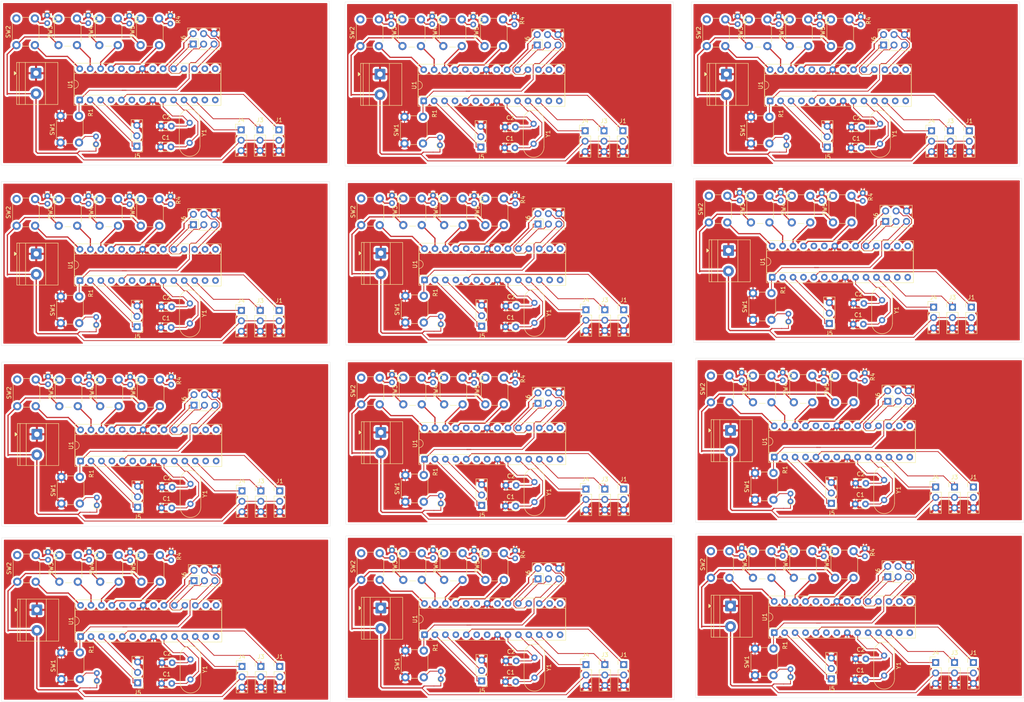
<source format=kicad_pcb>
(kicad_pcb (version 20241229) (generator "pcbnew") (generator_version "9.0")
  (layers (0 "F.Cu" signal) (2 "B.Cu" signal) (13 "F.Paste" user) (15 "B.Paste" user) (5 "F.SilkS" user "F.Silkscreen") (7 "B.SilkS" user "B.Silkscreen") (1 "F.Mask" user) (3 "B.Mask" user) (25 "Edge.Cuts" user))
  (net 0 "")
  (net 2 "Net-(J1-Pin_1)")
  (net 8 "Net-(J3-Pin_1)")
  (net 9 "/GND")
  (net 10 "/5V")
  (net 11 "/MOSI")
  (net 12 "Net-(J4-Pin_1)")
  (net 14 "/RX")
  (net 15 "/TX")
  (net 16 "/SCK")
  (net 17 "/MISO")
  (net 20 "/Output")
  (net 21 "Net-(U1-XTAL2{slash}PB7)")
  (net 22 "Net-(U1-XTAL1{slash}PB6)")
  (footprint "Connector_PinHeader_2.54mm:PinHeader_2x03_P2.54mm_Vertical" (layer "F.Cu") (at 67.41 69.75 90)
    (property "Reference" "J6")
    (property "Value" "Conn_02x03_Odd_Even")
  )
  (footprint "Connector_PinHeader_2.54mm:PinHeader_1x03_P2.54mm_Vertical" (layer "F.Cu") (at 53.83 138.64 180)
    (property "Reference" "J5")
    (property "Value" "UART pins")
  )
  (footprint "Button_Switch_THT:SW_PUSH_6mm_H7.3mm" (layer "F.Cu") (at 54.74 156.8 90)
    (property "Reference" "SW5")
    (property "Value" "Song 3")
  )
  (footprint "Capacitor_THT:C_Disc_D3.0mm_W2.0mm_P2.50mm" (layer "F.Cu") (at 228.14 94)
    (property "Reference" "C1")
    (property "Value" "C")
  )
  (footprint "Button_Switch_THT:SW_PUSH_6mm_H7.3mm" (layer "F.Cu") (at 203.74 113.05 90)
    (property "Reference" "SW3")
    (property "Value" "Song 1")
  )
  (footprint "TerminalBlock_Phoenix:TerminalBlock_Phoenix_MKDS-1,5-2_1x02_P5.00mm_Horizontal" (layer "F.Cu") (at 197.2675 33.05 -90)
    (property "Reference" "J2" (hide yes))
    (property "Value" "Screw_Terminal_01x02")
  )
  (footprint "Connector_PinHeader_2.54mm:PinHeader_1x03_P2.54mm_Vertical" (layer "F.Cu") (at 172.24 177.0017)
    (property "Reference" "J1")
    (property "Value" "Servo rotate")
  )
  (footprint "Button_Switch_THT:SW_PUSH_6mm_H7.3mm" (layer "F.Cu") (at 35.24 137.75 90)
    (property "Reference" "SW1")
    (property "Value" "Reset BTN")
  )
  (footprint "Connector_PinHeader_2.54mm:PinHeader_1x03_P2.54mm_Vertical" (layer "F.Cu") (at 88.44 134.6517)
    (property "Reference" "J1")
    (property "Value" "Servo rotate")
  )
  (footprint "Connector_PinHeader_2.54mm:PinHeader_1x03_P2.54mm_Vertical" (layer "F.Cu") (at 88.44 177.4517)
    (property "Reference" "J1")
    (property "Value" "Servo rotate")
  )
  (footprint "Connector_PinHeader_2.54mm:PinHeader_1x03_P2.54mm_Vertical" (layer "F.Cu") (at 256.94 89.8517)
    (property "Reference" "J1")
    (property "Value" "Servo rotate")
  )
  (footprint "Capacitor_THT:C_Disc_D3.0mm_W2.0mm_P2.50mm" (layer "F.Cu") (at 143.44 94.65)
    (property "Reference" "C1")
    (property "Value" "C")
  )
  (footprint "Crystal:Crystal_HC49-4H_Vertical" (layer "F.Cu") (at 66.4858 44.9193 -90)
    (property "Reference" "Y1")
    (property "Value" "Crystal")
  )
  (footprint "Package_DIP:DIP-28_W7.62mm_Socket" (layer "F.Cu") (at 123.52 39.57 90)
    (property "Reference" "U1")
    (property "Value" "ATmega328P-P")
  )
  (footprint "Capacitor_THT:C_Disc_D3.0mm_W2.0mm_P2.50mm" (layer "F.Cu") (at 228.64 180.65)
    (property "Reference" "C1")
    (property "Value" "C")
  )
  (footprint "Connector_PinHeader_2.54mm:PinHeader_1x03_P2.54mm_Vertical" (layer "F.Cu") (at 167.64 90.5017)
    (property "Reference" "J3")
    (property "Value" "Servo left")
  )
  (footprint "TerminalBlock_Phoenix:TerminalBlock_Phoenix_MKDS-1,5-2_1x02_P5.00mm_Horizontal" (layer "F.Cu") (at 113.0675 76.7 -90)
    (property "Reference" "J2" (hide yes))
    (property "Value" "Screw_Terminal_01x02")
  )
  (footprint "Button_Switch_THT:SW_PUSH_6mm_H7.3mm" (layer "F.Cu") (at 223.74 113.05 90)
    (property "Reference" "SW5")
    (property "Value" "Song 3")
  )
  (footprint "Connector_PinHeader_2.54mm:PinHeader_1x03_P2.54mm_Vertical" (layer "F.Cu") (at 53.6258 50.6093 180)
    (property "Reference" "J5")
    (property "Value" "UART pins")
  )
  (footprint "Resistor_THT:R_Axial_DIN0204_L3.6mm_D1.6mm_P1.90mm_Vertical" (layer "F.Cu") (at 115.79 62.6 -90)
    (property "Reference" "R2")
    (property "Value" "10kR")
  )
  (footprint "Button_Switch_THT:SW_PUSH_6mm_H7.3mm" (layer "F.Cu") (at 118.54 156.35 90)
    (property "Reference" "SW3")
    (property "Value" "Song 1")
  )
  (footprint "Connector_PinHeader_2.54mm:PinHeader_1x03_P2.54mm_Vertical" (layer "F.Cu") (at 79.09 90.6517)
    (property "Reference" "J4")
    (property "Value" "Servo right")
  )
  (footprint "Crystal:Crystal_HC49-4H_Vertical" (layer "F.Cu") (at 234.69 45.15 -90)
    (property "Reference" "Y1")
    (property "Value" "Crystal")
  )
  (footprint "Resistor_THT:R_Axial_DIN0204_L3.6mm_D1.6mm_P1.90mm_Vertical" (layer "F.Cu") (at 51.84 62.845 -90)
    (property "Reference" "R5")
    (property "Value" "10kR")
  )
  (footprint "Resistor_THT:R_Axial_DIN0204_L3.6mm_D1.6mm_P1.90mm_Vertical" (layer "F.Cu") (at 145.59 19.045 -90)
    (property "Reference" "R4")
    (property "Value" "10kR")
  )
  (footprint "TerminalBlock_Phoenix:TerminalBlock_Phoenix_MKDS-1,5-2_1x02_P5.00mm_Horizontal" (layer "F.Cu") (at 198.2675 162.7 -90)
    (property "Reference" "J2" (hide yes))
    (property "Value" "Screw_Terminal_01x02")
  )
  (footprint "Capacitor_THT:C_Disc_D3.0mm_W2.0mm_P2.50mm" (layer "F.Cu") (at 143.44 138.35)
    (property "Reference" "C1")
    (property "Value" "C")
  )
  (footprint "Resistor_THT:R_Axial_DIN0204_L3.6mm_D1.6mm_P1.90mm_Vertical" (layer "F.Cu") (at 41.99 106.75 -90)
    (property "Reference" "R3")
    (property "Value" "10kR")
  )
  (footprint "TerminalBlock_Phoenix:TerminalBlock_Phoenix_MKDS-1,5-2_1x02_P5.00mm_Horizontal" (layer "F.Cu") (at 29.1175 76.85 -90)
    (property "Reference" "J2" (hide yes))
    (property "Value" "Screw_Terminal_01x02")
  )
  (footprint "Button_Switch_THT:SW_PUSH_6mm_H7.3mm" (layer "F.Cu") (at 44.54 70 90)
    (property "Reference" "SW4")
    (property "Value" "Song 2")
  )
  (footprint "Connector_PinHeader_2.54mm:PinHeader_1x03_P2.54mm_Vertical" (layer "F.Cu") (at 163.04 134.2017)
    (property "Reference" "J4")
    (property "Value" "Servo right")
  )
  (footprint "TerminalBlock_Phoenix:TerminalBlock_Phoenix_MKDS-1,5-2_1x02_P5.00mm_Horizontal" (layer "F.Cu") (at 112.8675 33.05 -90)
    (property "Reference" "J2" (hide yes))
    (property "Value" "Screw_Terminal_01x02")
  )
  (footprint "Button_Switch_THT:SW_PUSH_6mm_H7.3mm" (layer "F.Cu") (at 54.74 114 90)
    (property "Reference" "SW5")
    (property "Value" "Song 3")
  )
  (footprint "Connector_PinHeader_2.54mm:PinHeader_1x03_P2.54mm_Vertical" (layer "F.Cu") (at 172.24 90.5017)
    (property "Reference" "J1")
    (property "Value" "Servo rotate")
  )
  (footprint "Connector_PinHeader_2.54mm:PinHeader_1x03_P2.54mm_Vertical" (layer "F.Cu") (at 252.34 89.8517)
    (property "Reference" "J3")
    (property "Value" "Servo left")
  )
  (footprint "Resistor_THT:R_Axial_DIN0204_L3.6mm_D1.6mm_P1.90mm_Vertical" (layer "F.Cu") (at 212.88 137.215 90)
    (property "Reference" "R1")
    (property "Value" "10kR")
  )
  (footprint "Button_Switch_THT:SW_PUSH_6mm_H7.3mm" (layer "F.Cu") (at 213.19 69.2 90)
    (property "Reference" "SW4")
    (property "Value" "Song 2")
  )
  (footprint "Connector_PinHeader_2.54mm:PinHeader_1x03_P2.54mm_Vertical" (layer "F.Cu") (at 163.04 90.5017)
    (property "Reference" "J4")
    (property "Value" "Servo right")
  )
  (footprint "Capacitor_THT:C_Disc_D3.0mm_W2.0mm_P2.50mm" (layer "F.Cu") (at 143.34 45.95)
    (property "Reference" "C2")
    (property "Value" "C")
  )
  (footprint "Connector_PinHeader_2.54mm:PinHeader_1x03_P2.54mm_Vertical" (layer "F.Cu") (at 222.83 180.49 180)
    (property "Reference" "J5")
    (property "Value" "UART pins")
  )
  (footprint "Button_Switch_THT:SW_PUSH_6mm_H7.3mm" (layer "F.Cu") (at 118.54 69.85 90)
    (property "Reference" "SW3")
    (property "Value" "Song 1")
  )
  (footprint "Button_Switch_THT:SW_PUSH_6mm_H7.3mm" (layer "F.Cu") (at 24.49 156.8 90)
    (property "Reference" "SW2")
    (property "Value" "ON/OFF")
  )
  (footprint "Capacitor_THT:C_Disc_D3.0mm_W2.0mm_P2.50mm" (layer "F.Cu") (at 59.64 138.8)
    (property "Reference" "C1")
    (property "Value" "C")
  )
  (footprint "Resistor_THT:R_Axial_DIN0204_L3.6mm_D1.6mm_P1.90mm_Vertical" (layer "F.Cu") (at 125.59 18.95 -90)
    (property "Reference" "R3")
    (property "Value" "10kR")
  )
  (footprint "Connector_PinHeader_2.54mm:PinHeader_2x03_P2.54mm_Vertical" (layer "F.Cu") (at 67.56 113.75 90)
    (property "Reference" "J6")
    (property "Value" "Conn_02x03_Odd_Even")
  )
  (footprint "Button_Switch_THT:SW_PUSH_6mm_H7.3mm" (layer "F.Cu") (at 54.59 70 90)
    (property "Reference" "SW5")
    (property "Value" "Song 3")
  )
  (footprint "Resistor_THT:R_Axial_DIN0204_L3.6mm_D1.6mm_P1.90mm_Vertical" (layer "F.Cu") (at 219.99 19.045 -90)
    (property "Reference" "R5")
    (property "Value" "10kR")
  )
  (footprint "Resistor_THT:R_Axial_DIN0204_L3.6mm_D1.6mm_P1.90mm_Vertical" (layer "F.Cu") (at 145.79 106.395 -90)
    (property "Reference" "R4")
    (property "Value" "10kR")
  )
  (footprint "Resistor_THT:R_Axial_DIN0204_L3.6mm_D1.6mm_P1.90mm_Vertical" (layer "F.Cu") (at 210.99 105.8 -90)
    (property "Reference" "R3")
    (property "Value" "10kR")
  )
  (footprint "Resistor_THT:R_Axial_DIN0204_L3.6mm_D1.6mm_P1.90mm_Vertical" (layer "F.Cu") (at 31.99 149.55 -90)
    (property "Reference" "R2")
    (property "Value" "10kR")
  )
  (footprint "Connector_PinHeader_2.54mm:PinHeader_1x03_P2.54mm_Vertical" (layer "F.Cu") (at 247.74 89.8517)
    (property "Reference" "J4")
    (property "Value" "Servo right")
  )
  (footprint "Resistor_THT:R_Axial_DIN0204_L3.6mm_D1.6mm_P1.90mm_Vertical" (layer "F.Cu") (at 43.6758 50.1343 90)
    (property "Reference" "R1")
    (property "Value" "10kR")
  )
  (footprint "Button_Switch_THT:SW_PUSH_6mm_H7.3mm" (layer "F.Cu") (at 213.69 155.85 90)
    (property "Reference" "SW4")
    (property "Value" "Song 2")
  )
  (footprint "Package_DIP:DIP-28_W7.62mm_Socket" (layer "F.Cu") (at 123.72 169.72 90)
    (property "Reference" "U1")
    (property "Value" "ATmega328P-P")
  )
  (footprint "Resistor_THT:R_Axial_DIN0204_L3.6mm_D1.6mm_P1.90mm_Vertical" (layer "F.Cu") (at 145.79 149.195 -90)
    (property "Reference" "R4")
    (property "Value" "10kR")
  )
  (footprint "Connector_PinHeader_2.54mm:PinHeader_1x03_P2.54mm_Vertical" (layer "F.Cu") (at 163.04 177.0017)
    (property "Reference" "J4")
    (property "Value" "Servo right")
  )
  (footprint "Connector_PinHeader_2.54mm:PinHeader_2x03_P2.54mm_Vertical" (layer "F.Cu") (at 67.3558 25.7193 90)
    (property "Reference" "J6")
    (property "Value" "Conn_02x03_Odd_Even")
  )
  (footprint "Resistor_THT:R_Axial_DIN0204_L3.6mm_D1.6mm_P1.90mm_Vertical" (layer "F.Cu") (at 41.99 149.55 -90)
    (property "Reference" "R3")
    (property "Value" "10kR")
  )
  (footprint "Capacitor_THT:C_Disc_D3.0mm_W2.0mm_P2.50mm" (layer "F.Cu") (at 143.24 51)
    (property "Reference" "C1")
    (property "Value" "C")
  )
  (footprint "Connector_PinHeader_2.54mm:PinHeader_1x03_P2.54mm_Vertical" (layer "F.Cu") (at 167.64 177.0017)
    (property "Reference" "J3")
    (property "Value" "Servo left")
  )
  (footprint "Crystal:Crystal_HC49-4H_Vertical" (layer "F.Cu") (at 235.69 174.8 -90)
    (property "Reference" "Y1")
    (property "Value" "Crystal")
  )
  (footprint "Connector_PinHeader_2.54mm:PinHeader_1x03_P2.54mm_Vertical" (layer "F.Cu") (at 167.44 46.8517)
    (property "Reference" "J3")
    (property "Value" "Servo left")
  )
  (footprint "Package_DIP:DIP-28_W7.62mm_Socket" (layer "F.Cu") (at 208.42 82.57 90)
    (property "Reference" "U1")
    (property "Value" "ATmega328P-P")
  )
  (footprint "TerminalBlock_Phoenix:TerminalBlock_Phoenix_MKDS-1,5-2_1x02_P5.00mm_Horizontal" (layer "F.Cu") (at 29.2675 163.65 -90)
    (property "Reference" "J2" (hide yes))
    (property "Value" "Screw_Terminal_01x02")
  )
  (footprint "Button_Switch_THT:SW_PUSH_6mm_H7.3mm" (layer "F.Cu") (at 44.4858 25.9693 90)
    (property "Reference" "SW4")
    (property "Value" "Song 2")
  )
  (footprint "Capacitor_THT:C_Disc_D3.0mm_W2.0mm_P2.50mm" (layer "F.Cu") (at 228.74 175.6)
    (property "Reference" "C2")
    (property "Value" "C")
  )
  (footprint "Connector_PinHeader_2.54mm:PinHeader_1x03_P2.54mm_Vertical" (layer "F.Cu") (at 248.24 176.5017)
    (property "Reference" "J4")
    (property "Value" "Servo right")
  )
  (footprint "Connector_PinHeader_2.54mm:PinHeader_1x03_P2.54mm_Vertical" (layer "F.Cu") (at 53.83 181.44 180)
    (property "Reference" "J5")
    (property "Value" "UART pins")
  )
  (footprint "Connector_PinHeader_2.54mm:PinHeader_2x03_P2.54mm_Vertical" (layer "F.Cu") (at 151.16 25.95 90)
    (property "Reference" "J6")
    (property "Value" "Conn_02x03_Odd_Even")
  )
  (footprint "Resistor_THT:R_Axial_DIN0204_L3.6mm_D1.6mm_P1.90mm_Vertical" (layer "F.Cu") (at 61.84 62.845 -90)
    (property "Reference" "R4")
    (property "Value" "10kR")
  )
  (footprint "Resistor_THT:R_Axial_DIN0204_L3.6mm_D1.6mm_P1.90mm_Vertical" (layer "F.Cu") (at 135.79 106.395 -90)
    (property "Reference" "R5")
    (property "Value" "10kR")
  )
  (footprint "Crystal:Crystal_HC49-4H_Vertical" (layer "F.Cu") (at 150.29 45.15 -90)
    (property "Reference" "Y1")
    (property "Value" "Crystal")
  )
  (footprint "Crystal:Crystal_HC49-4H_Vertical" (layer "F.Cu") (at 235.19 88.15 -90)
    (property "Reference" "Y1")
    (property "Value" "Crystal")
  )
  (footprint "Button_Switch_THT:SW_PUSH_6mm_H7.3mm" (layer "F.Cu") (at 35.24 180.55 90)
    (property "Reference" "SW1")
    (property "Value" "Reset BTN")
  )
  (footprint "Resistor_THT:R_Axial_DIN0204_L3.6mm_D1.6mm_P1.90mm_Vertical" (layer "F.Cu") (at 220.49 62.045 -90)
    (property "Reference" "R5")
    (property "Value" "10kR")
  )
  (footprint "Resistor_THT:R_Axial_DIN0204_L3.6mm_D1.6mm_P1.90mm_Vertical" (layer "F.Cu") (at 135.79 149.195 -90)
    (property "Reference" "R5")
    (property "Value" "10kR")
  )
  (footprint "Capacitor_THT:C_Disc_D3.0mm_W2.0mm_P2.50mm" (layer "F.Cu") (at 59.49 94.8)
    (property "Reference" "C1")
    (property "Value" "C")
  )
  (footprint "Connector_PinHeader_2.54mm:PinHeader_2x03_P2.54mm_Vertical" (layer "F.Cu") (at 151.36 156.1 90)
    (property "Reference" "J6")
    (property "Value" "Conn_02x03_Odd_Even")
  )
  (footprint "Crystal:Crystal_HC49-4H_Vertical" (layer "F.Cu") (at 150.49 132.5 -90)
    (property "Reference" "Y1")
    (property "Value" "Crystal")
  )
  (footprint "Connector_PinHeader_2.54mm:PinHeader_1x03_P2.54mm_Vertical" (layer "F.Cu") (at 162.84 46.8517)
    (property "Reference" "J4")
    (property "Value" "Servo right")
  )
  (footprint "Package_DIP:DIP-28_W7.62mm_Socket" (layer "F.Cu") (at 39.92 170.17 90)
    (property "Reference" "U1")
    (property "Value" "ATmega328P-P")
  )
  (footprint "Resistor_THT:R_Axial_DIN0204_L3.6mm_D1.6mm_P1.90mm_Vertical" (layer "F.Cu") (at 229.99 19.045 -90)
    (property "Reference" "R4")
    (property "Value" "10kR")
  )
  (footprint "Capacitor_THT:C_Disc_D3.0mm_W2.0mm_P2.50mm" (layer "F.Cu") (at 228.24 88.95)
    (property "Reference" "C2")
    (property "Value" "C")
  )
  (footprint "Package_DIP:DIP-28_W7.62mm_Socket" (layer "F.Cu") (at 39.77 83.37 90)
    (property "Reference" "U1")
    (property "Value" "ATmega328P-P")
  )
  (footprint "Connector_PinHeader_2.54mm:PinHeader_1x03_P2.54mm_Vertical" (layer "F.Cu") (at 137.43 50.84 180)
    (property "Reference" "J5")
    (property "Value" "UART pins")
  )
  (footprint "Resistor_THT:R_Axial_DIN0204_L3.6mm_D1.6mm_P1.90mm_Vertical" (layer "F.Cu") (at 127.68 180.515 90)
    (property "Reference" "R1")
    (property "Value" "10kR")
  )
  (footprint "Package_DIP:DIP-28_W7.62mm_Socket" (layer "F.Cu") (at 123.72 83.22 90)
    (property "Reference" "U1")
    (property "Value" "ATmega328P-P")
  )
  (footprint "Resistor_THT:R_Axial_DIN0204_L3.6mm_D1.6mm_P1.90mm_Vertical" (layer "F.Cu") (at 209.99 18.95 -90)
    (property "Reference" "R3")
    (property "Value" "10kR")
  )
  (footprint "Connector_PinHeader_2.54mm:PinHeader_2x03_P2.54mm_Vertical" (layer "F.Cu") (at 151.36 113.3 90)
    (property "Reference" "J6")
    (property "Value" "Conn_02x03_Odd_Even")
  )
  (footprint "Connector_PinHeader_2.54mm:PinHeader_1x03_P2.54mm_Vertical" (layer "F.Cu") (at 172.04 46.8517)
    (property "Reference" "J1")
    (property "Value" "Servo rotate")
  )
  (footprint "Resistor_THT:R_Axial_DIN0204_L3.6mm_D1.6mm_P1.90mm_Vertical" (layer "F.Cu") (at 43.88 180.965 90)
    (property "Reference" "R1")
    (property "Value" "10kR")
  )
  (footprint "Connector_PinHeader_2.54mm:PinHeader_1x03_P2.54mm_Vertical" (layer "F.Cu") (at 137.63 138.19 180)
    (property "Reference" "J5")
    (property "Value" "UART pins")
  )
  (footprint "Capacitor_THT:C_Disc_D3.0mm_W2.0mm_P2.50mm" (layer "F.Cu") (at 143.44 181.15)
    (property "Reference" "C1")
    (property "Value" "C")
  )
  (footprint "Button_Switch_THT:SW_PUSH_6mm_H7.3mm" (layer "F.Cu") (at 118.34 26.2 90)
    (property "Reference" "SW3")
    (property "Value" "Song 1")
  )
  (footprint "Connector_PinHeader_2.54mm:PinHeader_1x03_P2.54mm_Vertical" (layer "F.Cu") (at 222.83 137.69 180)
    (property "Reference" "J5")
    (property "Value" "UART pins")
  )
  (footprint "Resistor_THT:R_Axial_DIN0204_L3.6mm_D1.6mm_P1.90mm_Vertical" (layer "F.Cu") (at 212.38 93.365 90)
    (property "Reference" "R1")
    (property "Value" "10kR")
  )
  (footprint "Button_Switch_THT:SW_PUSH_6mm_H7.3mm" (layer "F.Cu") (at 202.74 26.2 90)
    (property "Reference" "SW3")
    (property "Value" "Song 1")
  )
  (footprint "Button_Switch_THT:SW_PUSH_6mm_H7.3mm" (layer "F.Cu") (at 34.59 70 90)
    (property "Reference" "SW3")
    (property "Value" "Song 1")
  )
  (footprint "Connector_PinHeader_2.54mm:PinHeader_2x03_P2.54mm_Vertical" (layer "F.Cu") (at 235.56 25.95 90)
    (property "Reference" "J6")
    (property "Value" "Conn_02x03_Odd_Even")
  )
  (footprint "Button_Switch_THT:SW_PUSH_6mm_H7.3mm" (layer "F.Cu") (at 203.24 69.2 90)
    (property "Reference" "SW3")
    (property "Value" "Song 1")
  )
  (footprint "Button_Switch_THT:SW_PUSH_6mm_H7.3mm" (layer "F.Cu") (at 203.74 92.95 90)
    (property "Reference" "SW1")
    (property "Value" "Reset BTN")
  )
  (footprint "Resistor_THT:R_Axial_DIN0204_L3.6mm_D1.6mm_P1.90mm_Vertical" (layer "F.Cu") (at 220.99 148.695 -90)
    (property "Reference" "R5")
    (property "Value" "10kR")
  )
  (footprint "Crystal:Crystal_HC49-4H_Vertical" (layer "F.Cu") (at 150.49 88.8 -90)
    (property "Reference" "Y1")
    (property "Value" "Crystal")
  )
  (footprint "Resistor_THT:R_Axial_DIN0204_L3.6mm_D1.6mm_P1.90mm_Vertical" (layer "F.Cu") (at 127.68 137.715 90)
    (property "Reference" "R1")
    (property "Value" "10kR")
  )
  (footprint "Resistor_THT:R_Axial_DIN0204_L3.6mm_D1.6mm_P1.90mm_Vertical" (layer "F.Cu") (at 51.7858 18.8143 -90)
    (property "Reference" "R5")
    (property "Value" "10kR")
  )
  (footprint "Connector_PinHeader_2.54mm:PinHeader_2x03_P2.54mm_Vertical" (layer "F.Cu") (at 236.56 112.8 90)
    (property "Reference" "J6")
    (property "Value" "Conn_02x03_Odd_Even")
  )
  (footprint "Package_DIP:DIP-28_W7.62mm_Socket" (layer "F.Cu") (at 208.92 126.42 90)
    (property "Reference" "U1")
    (property "Value" "ATmega328P-P")
  )
  (footprint "Crystal:Crystal_HC49-4H_Vertical" (layer "F.Cu") (at 66.69 132.95 -90)
    (property "Reference" "Y1")
    (property "Value" "Crystal")
  )
  (footprint "Connector_PinHeader_2.54mm:PinHeader_2x03_P2.54mm_Vertical" (layer "F.Cu") (at 151.36 69.6 90)
    (property "Reference" "J6")
    (property "Value" "Conn_02x03_Odd_Even")
  )
  (footprint "Button_Switch_THT:SW_PUSH_6mm_H7.3mm" (layer "F.Cu") (at 204.24 179.6 90)
    (property "Reference" "SW1")
    (property "Value" "Reset BTN")
  )
  (footprint "Resistor_THT:R_Axial_DIN0204_L3.6mm_D1.6mm_P1.90mm_Vertical" (layer "F.Cu") (at 115.79 149.1 -90)
    (property "Reference" "R2")
    (property "Value" "10kR")
  )
  (footprint "Button_Switch_THT:SW_PUSH_6mm_H7.3mm" (layer "F.Cu") (at 119.04 137.3 90)
    (property "Reference" "SW1")
    (property "Value" "Reset BTN")
  )
  (footprint "Resistor_THT:R_Axial_DIN0204_L3.6mm_D1.6mm_P1.90mm_Vertical" (layer "F.Cu") (at 127.68 94.015 90)
    (property "Reference" "R1")
    (property "Value" "10kR")
  )
  (footprint "Button_Switch_THT:SW_PUSH_6mm_H7.3mm" (layer "F.Cu") (at 35.0358 49.7193 90)
    (property "Reference" "SW1")
    (property "Value" "Reset BTN")
  )
  (footprint "Button_Switch_THT:SW_PUSH_6mm_H7.3mm" (layer "F.Cu") (at 128.49 156.35 90)
    (property "Reference" "SW4")
    (property "Value" "Song 2")
  )
  (footprint "Capacitor_THT:C_Disc_D3.0mm_W2.0mm_P2.50mm" (layer "F.Cu") (at 59.4358 50.7693)
    (property "Reference" "C1")
    (property "Value" "C")
  )
  (footprint "Capacitor_THT:C_Disc_D3.0mm_W2.0mm_P2.50mm" (layer "F.Cu") (at 143.54 133.3)
    (property "Reference" "C2")
    (property "Value" "C")
  )
  (footprint "TerminalBlock_Phoenix:TerminalBlock_Phoenix_MKDS-1,5-2_1x02_P5.00mm_Horizontal" (layer "F.Cu") (at 197.7675 76.05 -90)
    (property "Reference" "J2" (hide yes))
    (property "Value" "Screw_Terminal_01x02")
  )
  (footprint "Button_Switch_THT:SW_PUSH_6mm_H7.3mm" (layer "F.Cu") (at 193.49 155.85 90)
    (property "Reference" "SW2")
    (property "Value" "ON/OFF")
  )
  (footprint "Button_Switch_THT:SW_PUSH_6mm_H7.3mm" (layer "F.Cu") (at 24.49 114 90)
    (property "Reference" "SW2")
    (property "Value" "ON/OFF")
  )
  (footprint "Resistor_THT:R_Axial_DIN0204_L3.6mm_D1.6mm_P1.90mm_Vertical" (layer "F.Cu") (at 199.99 18.95 -90)
    (property "Reference" "R2")
    (property "Value" "10kR")
  )
  (footprint "Package_DIP:DIP-28_W7.62mm_Socket" (layer "F.Cu") (at 207.92 39.57 90)
    (property "Reference" "U1")
    (property "Value" "ATmega328P-P")
  )
  (footprint "Resistor_THT:R_Axial_DIN0204_L3.6mm_D1.6mm_P1.90mm_Vertical" (layer "F.Cu") (at 135.59 19.045 -90)
    (property "Reference" "R5")
    (property "Value" "10kR")
  )
  (footprint "Connector_PinHeader_2.54mm:PinHeader_1x03_P2.54mm_Vertical" (layer "F.Cu") (at 79.0358 46.621)
    (property "Reference" "J4")
    (property "Value" "Servo right")
  )
  (footprint "Resistor_THT:R_Axial_DIN0204_L3.6mm_D1.6mm_P1.90mm_Vertical" (layer "F.Cu") (at 210.49 61.95 -90)
    (property "Reference" "R3")
    (property "Value" "10kR")
  )
  (footprint "Capacitor_THT:C_Disc_D3.0mm_W2.0mm_P2.50mm" (layer "F.Cu") (at 143.54 89.6)
    (property "Reference" "C2")
    (property "Value" "C")
  )
  (footprint "Capacitor_THT:C_Disc_D3.0mm_W2.0mm_P2.50mm" (layer "F.Cu") (at 228.64 137.85)
    (property "Reference" "C1")
    (property "Value" "C")
  )
  (footprint "Connector_PinHeader_2.54mm:PinHeader_1x03_P2.54mm_Vertical" (layer "F.Cu") (at 172.24 134.2017)
    (property "Reference" "J1")
    (property "Value" "Servo rotate")
  )
  (footprint "Resistor_THT:R_Axial_DIN0204_L3.6mm_D1.6mm_P1.90mm_Vertical" (layer "F.Cu") (at 31.7858 18.7193 -90)
    (property "Reference" "R2")
    (property "Value" "10kR")
  )
  (footprint "Button_Switch_THT:SW_PUSH_6mm_H7.3mm" (layer "F.Cu") (at 44.69 114 90)
    (property "Reference" "SW4")
    (property "Value" "Song 2")
  )
  (footprint "Capacitor_THT:C_Disc_D3.0mm_W2.0mm_P2.50mm" (layer "F.Cu") (at 59.74 133.75)
    (property "Reference" "C2")
    (property "Value" "C")
  )
  (footprint "Button_Switch_THT:SW_PUSH_6mm_H7.3mm" (layer "F.Cu") (at 108.29 156.35 90)
    (property "Reference" "SW2")
    (property "Value" "ON/OFF")
  )
  (footprint "Package_DIP:DIP-28_W7.62mm_Socket" (layer "F.Cu") (at 123.72 126.92 90)
    (property "Reference" "U1")
    (property "Value" "ATmega328P-P")
  )
  (footprint "Button_Switch_THT:SW_PUSH_6mm_H7.3mm" (layer "F.Cu") (at 223.74 155.85 90)
    (property "Reference" "SW5")
    (property "Value" "Song 3")
  )
  (footprint "Button_Switch_THT:SW_PUSH_6mm_H7.3mm" (layer "F.Cu") (at 108.29 113.55 90)
    (property "Reference" "SW2")
    (property "Value" "ON/OFF")
  )
  (footprint "Resistor_THT:R_Axial_DIN0204_L3.6mm_D1.6mm_P1.90mm_Vertical" (layer "F.Cu") (at 31.84 62.75 -90)
    (property "Reference" "R2")
    (property "Value" "10kR")
  )
  (footprint "Capacitor_THT:C_Disc_D3.0mm_W2.0mm_P2.50mm" (layer "F.Cu") (at 59.64 181.6)
    (property "Reference" "C1")
    (property "Value" "C")
  )
  (footprint "Connector_PinHeader_2.54mm:PinHeader_1x03_P2.54mm_Vertical" (layer "F.Cu") (at 88.2358 46.621)
    (property "Reference" "J1")
    (property "Value" "Servo rotate")
  )
  (footprint "Resistor_THT:R_Axial_DIN0204_L3.6mm_D1.6mm_P1.90mm_Vertical" (layer "F.Cu") (at 230.99 148.695 -90)
    (property "Reference" "R4")
    (property "Value" "10kR")
  )
  (footprint "Connector_PinHeader_2.54mm:PinHeader_1x03_P2.54mm_Vertical" (layer "F.Cu") (at 137.63 180.99 180)
    (property "Reference" "J5")
    (property "Value" "UART pins")
  )
  (footprint "Connector_PinHeader_2.54mm:PinHeader_1x03_P2.54mm_Vertical" (layer "F.Cu") (at 256.44 46.8517)
    (property "Reference" "J1")
    (property "Value" "Servo rotate")
  )
  (footprint "Button_Switch_THT:SW_PUSH_6mm_H7.3mm" (layer "F.Cu") (at 223.24 69.2 90)
    (property "Reference" "SW5")
    (property "Value" "Song 3")
  )
  (footprint "Resistor_THT:R_Axial_DIN0204_L3.6mm_D1.6mm_P1.90mm_Vertical" (layer "F.Cu") (at 125.79 106.3 -90)
    (property "Reference" "R3")
    (property "Value" "10kR")
  )
  (footprint "Button_Switch_THT:SW_PUSH_6mm_H7.3mm" (layer "F.Cu") (at 193.49 113.05 90)
    (property "Reference" "SW2")
    (property "Value" "ON/OFF")
  )
  (footprint "Button_Switch_THT:SW_PUSH_6mm_H7.3mm" (layer "F.Cu") (at 192.49 26.2 90)
    (property "Reference" "SW2")
    (property "Value" "ON/OFF")
  )
  (footprint "Button_Switch_THT:SW_PUSH_6mm_H7.3mm" (layer "F.Cu") (at 192.99 69.2 90)
    (property "Reference" "SW2")
    (property "Value" "ON/OFF")
  )
  (footprint "Button_Switch_THT:SW_PUSH_6mm_H7.3mm" (layer "F.Cu") (at 108.29 69.85 90)
    (property "Reference" "SW2")
    (property "Value" "ON/OFF")
  )
  (footprint "Connector_PinHeader_2.54mm:PinHeader_1x03_P2.54mm_Vertical" (layer "F.Cu") (at 252.84 133.7017)
    (property "Reference" "J3")
    (property "Value" "Servo left")
  )
  (footprint "Resistor_THT:R_Axial_DIN0204_L3.6mm_D1.6mm_P1.90mm_Vertical" (layer "F.Cu") (at 135.79 62.695 -90)
    (property "Reference" "R5")
    (property "Value" "10kR")
  )
  (footprint "Connector_PinHeader_2.54mm:PinHeader_1x03_P2.54mm_Vertical" (layer "F.Cu") (at 247.24 46.8517)
    (property "Reference" "J4")
    (property "Value" "Servo right")
  )
  (footprint "Resistor_THT:R_Axial_DIN0204_L3.6mm_D1.6mm_P1.90mm_Vertical" (layer "F.Cu") (at 51.99 106.845 -90)
    (property "Reference" "R5")
    (property "Value" "10kR")
  )
  (footprint "Resistor_THT:R_Axial_DIN0204_L3.6mm_D1.6mm_P1.90mm_Vertical" (layer "F.Cu") (at 125.79 149.1 -90)
    (property "Reference" "R3")
    (property "Value" "10kR")
  )
  (footprint "Button_Switch_THT:SW_PUSH_6mm_H7.3mm" (layer "F.Cu") (at 128.49 69.85 90)
    (property "Reference" "SW4")
    (property "Value" "Song 2")
  )
  (footprint "Resistor_THT:R_Axial_DIN0204_L3.6mm_D1.6mm_P1.90mm_Vertical" (layer "F.Cu") (at 115.79 106.3 -90)
    (property "Reference" "R2")
    (property "Value" "10kR")
  )
  (footprint "Button_Switch_THT:SW_PUSH_6mm_H7.3mm" (layer "F.Cu") (at 34.74 114 90)
    (property "Reference" "SW3")
    (property "Value" "Song 1")
  )
  (footprint "Package_DIP:DIP-28_W7.62mm_Socket" (layer "F.Cu") (at 39.92 127.37 90)
    (property "Reference" "U1")
    (property "Value" "ATmega328P-P")
  )
  (footprint "Resistor_THT:R_Axial_DIN0204_L3.6mm_D1.6mm_P1.90mm_Vertical" (layer "F.Cu") (at 31.99 106.75 -90)
    (property "Reference" "R2")
    (property "Value" "10kR")
  )
  (footprint "Button_Switch_THT:SW_PUSH_6mm_H7.3mm" (layer "F.Cu") (at 108.09 26.2 90)
    (property "Reference" "SW2")
    (property "Value" "ON/OFF")
  )
  (footprint "Button_Switch_THT:SW_PUSH_6mm_H7.3mm" (layer "F.Cu") (at 35.09 93.75 90)
    (property "Reference" "SW1")
    (property "Value" "Reset BTN")
  )
  (footprint "Resistor_THT:R_Axial_DIN0204_L3.6mm_D1.6mm_P1.90mm_Vertical" (layer "F.Cu") (at 220.99 105.895 -90)
    (property "Reference" "R5")
    (property "Value" "10kR")
  )
  (footprint "TerminalBlock_Phoenix:TerminalBlock_Phoenix_MKDS-1,5-2_1x02_P5.00mm_Horizontal" (layer "F.Cu") (at 198.2675 119.9 -90)
    (property "Reference" "J2" (hide yes))
    (property "Value" "Screw_Terminal_01x02")
  )
  (footprint "Button_Switch_THT:SW_PUSH_6mm_H7.3mm" (layer "F.Cu") (at 118.84 49.95 90)
    (property "Reference" "SW1")
    (property "Value" "Reset BTN")
  )
  (footprint "Crystal:Crystal_HC49-4H_Vertical" (layer "F.Cu") (at 150.49 175.3 -90)
    (property "Reference" "Y1")
    (property "Value" "Crystal")
  )
  (footprint "Button_Switch_THT:SW_PUSH_6mm_H7.3mm" (layer "F.Cu") (at 119.04 93.6 90)
    (property "Reference" "SW1")
    (property "Value" "Reset BTN")
  )
  (footprint "TerminalBlock_Phoenix:TerminalBlock_Phoenix_MKDS-1,5-2_1x02_P5.00mm_Horizontal" (layer "F.Cu") (at 113.0675 163.2 -90)
    (property "Reference" "J2" (hide yes))
    (property "Value" "Screw_Terminal_01x02")
  )
  (footprint "Button_Switch_THT:SW_PUSH_6mm_H7.3mm" (layer "F.Cu") (at 204.24 136.8 90)
    (property "Reference" "SW1")
    (property "Value" "Reset BTN")
  )
  (footprint "Connector_PinHeader_2.54mm:PinHeader_2x03_P2.54mm_Vertical" (layer "F.Cu") (at 236.06 68.95 90)
    (property "Reference" "J6")
    (property "Value" "Conn_02x03_Odd_Even")
  )
  (footprint "Crystal:Crystal_HC49-4H_Vertical" (layer "F.Cu") (at 66.54 88.95 -90)
    (property "Reference" "Y1")
    (property "Value" "Crystal")
  )
  (footprint "Resistor_THT:R_Axial_DIN0204_L3.6mm_D1.6mm_P1.90mm_Vertical" (layer "F.Cu") (at 61.7858 18.8143 -90)
    (property "Reference" "R4")
    (property "Value" "10kR")
  )
  (footprint "Resistor_THT:R_Axial_DIN0204_L3.6mm_D1.6mm_P1.90mm_Vertical" (layer "F.Cu") (at 43.73 94.165 90)
    (property "Reference" "R1")
    (property "Value" "10kR")
  )
  (footprint "Connector_PinHeader_2.54mm:PinHeader_1x03_P2.54mm_Vertical" (layer "F.Cu") (at 251.84 46.8517)
    (property "Reference" "J3")
    (property "Value" "Servo left")
  )
  (footprint "Connector_PinHeader_2.54mm:PinHeader_1x03_P2.54mm_Vertical" (layer "F.Cu") (at 248.24 133.7017)
    (property "Reference" "J4")
    (property "Value" "Servo right")
  )
  (footprint "Connector_PinHeader_2.54mm:PinHeader_1x03_P2.54mm_Vertical" (layer "F.Cu") (at 221.83 50.84 180)
    (property "Reference" "J5")
    (property "Value" "UART pins")
  )
  (footprint "Resistor_THT:R_Axial_DIN0204_L3.6mm_D1.6mm_P1.90mm_Vertical" (layer "F.Cu") (at 61.99 106.845 -90)
    (property "Reference" "R4")
    (property "Value" "10kR")
  )
  (footprint "Capacitor_THT:C_Disc_D3.0mm_W2.0mm_P2.50mm" (layer "F.Cu") (at 59.5358 45.7193)
    (property "Reference" "C2")
    (property "Value" "C")
  )
  (footprint "Resistor_THT:R_Axial_DIN0204_L3.6mm_D1.6mm_P1.90mm_Vertical" (layer "F.Cu") (at 212.88 180.015 90)
    (property "Reference" "R1")
    (property "Value" "10kR")
  )
  (footprint "TerminalBlock_Phoenix:TerminalBlock_Phoenix_MKDS-1,5-2_1x02_P5.00mm_Horizontal" (layer "F.Cu") (at 113.0675 120.4 -90)
    (property "Reference" "J2" (hide yes))
    (property "Value" "Screw_Terminal_01x02")
  )
  (footprint "Button_Switch_THT:SW_PUSH_6mm_H7.3mm" (layer "F.Cu") (at 203.74 155.85 90)
    (property "Reference" "SW3")
    (property "Value" "Song 1")
  )
  (footprint "Button_Switch_THT:SW_PUSH_6mm_H7.3mm" (layer "F.Cu") (at 138.54 113.55 90)
    (property "Reference" "SW5")
    (property "Value" "Song 3")
  )
  (footprint "Button_Switch_THT:SW_PUSH_6mm_H7.3mm" (layer "F.Cu") (at 119.04 180.1 90)
    (property "Reference" "SW1")
    (property "Value" "Reset BTN")
  )
  (footprint "Connector_PinHeader_2.54mm:PinHeader_1x03_P2.54mm_Vertical" (layer "F.Cu") (at 222.33 93.84 180)
    (property "Reference" "J5")
    (property "Value" "UART pins")
  )
  (footprint "Connector_PinHeader_2.54mm:PinHeader_1x03_P2.54mm_Vertical" (layer "F.Cu") (at 83.69 90.6517)
    (property "Reference" "J3")
    (property "Value" "Servo left")
  )
  (footprint "Crystal:Crystal_HC49-4H_Vertical" (layer "F.Cu") (at 66.69 175.75 -90)
    (property "Reference" "Y1")
    (property "Value" "Crystal")
  )
  (footprint "Package_DIP:DIP-28_W7.62mm_Socket" (layer "F.Cu") (at 208.92 169.22 90)
    (property "Reference" "U1")
    (property "Value" "ATmega328P-P")
  )
  (footprint "Resistor_THT:R_Axial_DIN0204_L3.6mm_D1.6mm_P1.90mm_Vertical" (layer "F.Cu") (at 41.7858 18.7193 -90)
    (property "Reference" "R3")
    (property "Value" "10kR")
  )
  (footprint "Crystal:Crystal_HC49-4H_Vertical" (layer "F.Cu") (at 235.69 132 -90)
    (property "Reference" "Y1")
    (property "Value" "Crystal")
  )
  (footprint "Resistor_THT:R_Axial_DIN0204_L3.6mm_D1.6mm_P1.90mm_Vertical" (layer "F.Cu") (at 43.88 138.165 90)
    (property "Reference" "R1")
    (property "Value" "10kR")
  )
  (footprint "Connector_PinHeader_2.54mm:PinHeader_1x03_P2.54mm_Vertical" (layer "F.Cu") (at 83.84 177.4517)
    (property "Reference" "J3")
    (property "Value" "Servo left")
  )
  (footprint "TerminalBlock_Phoenix:TerminalBlock_Phoenix_MKDS-1,5-2_1x02_P5.00mm_Horizontal" (layer "F.Cu") (at 29.0633 32.8193 -90)
    (property "Reference" "J2" (hide yes))
    (property "Value" "Screw_Terminal_01x02")
  )
  (footprint "Button_Switch_THT:SW_PUSH_6mm_H7.3mm" (layer "F.Cu") (at 54.5358 25.9693 90)
    (property "Reference" "SW5")
    (property "Value" "Song 3")
  )
  (footprint "Button_Switch_THT:SW_PUSH_6mm_H7.3mm" (layer "F.Cu") (at 24.2858 25.9693 90)
    (property "Reference" "SW2")
    (property "Value" "ON/OFF")
  )
  (footprint "Resistor_THT:R_Axial_DIN0204_L3.6mm_D1.6mm_P1.90mm_Vertical" (layer "F.Cu") (at 41.84 62.75 -90)
    (property "Reference" "R3")
    (property "Value" "10kR")
  )
  (footprint "Capacitor_THT:C_Disc_D3.0mm_W2.0mm_P2.50mm" (layer "F.Cu") (at 59.74 176.55)
    (property "Reference" "C2")
    (property "Value" "C")
  )
  (footprint "Button_Switch_THT:SW_PUSH_6mm_H7.3mm" (layer "F.Cu") (at 138.54 69.85 90)
    (property "Reference" "SW5")
    (property "Value" "Song 3")
  )
  (footprint "Resistor_THT:R_Axial_DIN0204_L3.6mm_D1.6mm_P1.90mm_Vertical" (layer "F.Cu") (at 230.99 105.895 -90)
    (property "Reference" "R4")
    (property "Value" "10kR")
  )
  (footprint "Button_Switch_THT:SW_PUSH_6mm_H7.3mm" (layer "F.Cu") (at 213.69 113.05 90)
    (property "Reference" "SW4")
    (property "Value" "Song 2")
  )
  (footprint "Connector_PinHeader_2.54mm:PinHeader_1x03_P2.54mm_Vertical" (layer "F.Cu") (at 252.84 176.5017)
    (property "Reference" "J3")
    (property "Value" "Servo left")
  )
  (footprint "Connector_PinHeader_2.54mm:PinHeader_2x03_P2.54mm_Vertical" (layer "F.Cu") (at 236.56 155.6 90)
    (property "Reference" "J6")
    (property "Value" "Conn_02x03_Odd_Even")
  )
  (footprint "Resistor_THT:R_Axial_DIN0204_L3.6mm_D1.6mm_P1.90mm_Vertical" (layer "F.Cu") (at 115.59 18.95 -90)
    (property "Reference" "R2")
    (property "Value" "10kR")
  )
  (footprint "Resistor_THT:R_Axial_DIN0204_L3.6mm_D1.6mm_P1.90mm_Vertical" (layer "F.Cu") (at 200.99 105.8 -90)
    (property "Reference" "R2")
    (property "Value" "10kR")
  )
  (footprint "Capacitor_THT:C_Disc_D3.0mm_W2.0mm_P2.50mm" (layer "F.Cu") (at 228.74 132.8)
    (property "Reference" "C2")
    (property "Value" "C")
  )
  (footprint "Capacitor_THT:C_Disc_D3.0mm_W2.0mm_P2.50mm" (layer "F.Cu") (at 59.59 89.75)
    (property "Reference" "C2")
    (property "Value" "C")
  )
  (footprint "Package_DIP:DIP-28_W7.62mm_Socket" (layer "F.Cu") (at 39.7158 39.3393 90)
    (property "Reference" "U1")
    (property "Value" "ATmega328P-P")
  )
  (footprint "TerminalBlock_Phoenix:TerminalBlock_Phoenix_MKDS-1,5-2_1x02_P5.00mm_Horizontal" (layer "F.Cu") (at 29.2675 120.85 -90)
    (property "Reference" "J2" (hide yes))
    (property "Value" "Screw_Terminal_01x02")
  )
  (footprint "Connector_PinHeader_2.54mm:PinHeader_1x03_P2.54mm_Vertical" (layer "F.Cu") (at 79.24 134.6517)
    (property "Reference" "J4")
    (property "Value" "Servo right")
  )
  (footprint "Resistor_THT:R_Axial_DIN0204_L3.6mm_D1.6mm_P1.90mm_Vertical" (layer "F.Cu") (at 61.99 149.645 -90)
    (property "Reference" "R4")
    (property "Value" "10kR")
  )
  (footprint "Connector_PinHeader_2.54mm:PinHeader_2x03_P2.54mm_Vertical" (layer "F.Cu") (at 67.56 156.55 90)
    (property "Reference" "J6")
    (property "Value" "Conn_02x03_Odd_Even")
  )
  (footprint "Button_Switch_THT:SW_PUSH_6mm_H7.3mm" (layer "F.Cu") (at 34.74 156.8 90)
    (property "Reference" "SW3")
    (property "Value" "Song 1")
  )
  (footprint "Button_Switch_THT:SW_PUSH_6mm_H7.3mm" (layer "F.Cu") (at 212.69 26.2 90)
    (property "Reference" "SW4")
    (property "Value" "Song 2")
  )
  (footprint "Resistor_THT:R_Axial_DIN0204_L3.6mm_D1.6mm_P1.90mm_Vertical" (layer "F.Cu") (at 200.49 61.95 -90)
    (property "Reference" "R2")
    (property "Value" "10kR")
  )
  (footprint "Button_Switch_THT:SW_PUSH_6mm_H7.3mm" (layer "F.Cu") (at 128.29 26.2 90)
    (property "Reference" "SW4")
    (property "Value" "Song 2")
  )
  (footprint "Button_Switch_THT:SW_PUSH_6mm_H7.3mm" (layer "F.Cu") (at 222.74 26.2 90)
    (property "Reference" "SW5")
    (property "Value" "Song 3")
  )
  (footprint "Button_Switch_THT:SW_PUSH_6mm_H7.3mm" (layer "F.Cu") (at 138.34 26.2 90)
    (property "Reference" "SW5")
    (property "Value" "Song 3")
  )
  (footprint "Resistor_THT:R_Axial_DIN0204_L3.6mm_D1.6mm_P1.90mm_Vertical" (layer "F.Cu") (at 125.79 62.6 -90)
    (property "Reference" "R3")
    (property "Value" "10kR")
  )
  (footprint "Button_Switch_THT:SW_PUSH_6mm_H7.3mm" (layer "F.Cu") (at 24.34 70 90)
    (property "Reference" "SW2")
    (property "Value" "ON/OFF")
  )
  (footprint "Resistor_THT:R_Axial_DIN0204_L3.6mm_D1.6mm_P1.90mm_Vertical" (layer "F.Cu") (at 200.99 148.6 -90)
    (property "Reference" "R2")
    (property "Value" "10kR")
  )
  (footprint "Button_Switch_THT:SW_PUSH_6mm_H7.3mm" (layer "F.Cu") (at 128.49 113.55 90)
    (property "Reference" "SW4")
    (property "Value" "Song 2")
  )
  (footprint "Connector_PinHeader_2.54mm:PinHeader_1x03_P2.54mm_Vertical" (layer "F.Cu") (at 88.29 90.6517)
    (property "Reference" "J1")
    (property "Value" "Servo rotate")
  )
  (footprint "Resistor_THT:R_Axial_DIN0204_L3.6mm_D1.6mm_P1.90mm_Vertical" (layer "F.Cu") (at 230.49 62.045 -90)
    (property "Reference" "R4")
    (property "Value" "10kR")
  )
  (footprint "Resistor_THT:R_Axial_DIN0204_L3.6mm_D1.6mm_P1.90mm_Vertical" (layer "F.Cu") (at 51.99 149.645 -90)
    (property "Reference" "R5")
    (property "Value" "10kR")
  )
  (footprint "Capacitor_THT:C_Disc_D3.0mm_W2.0mm_P2.50mm" (layer "F.Cu") (at 227.74 45.95)
    (property "Reference" "C2")
    (property "Value" "C")
  )
  (footprint "Resistor_THT:R_Axial_DIN0204_L3.6mm_D1.6mm_P1.90mm_Vertical" (layer "F.Cu") (at 145.79 62.695 -90)
    (property "Reference" "R4")
    (property "Value" "10kR")
  )
  (footprint "Capacitor_THT:C_Disc_D3.0mm_W2.0mm_P2.50mm" (layer "F.Cu") (at 227.64 51)
    (property "Reference" "C1")
    (property "Value" "C")
  )
  (footprint "Connector_PinHeader_2.54mm:PinHeader_1x03_P2.54mm_Vertical" (layer "F.Cu") (at 137.63 94.49 180)
    (property "Reference" "J5")
    (property "Value" "UART pins")
  )
  (footprint "Connector_PinHeader_2.54mm:PinHeader_1x03_P2.54mm_Vertical" (layer "F.Cu") (at 83.6358 46.621)
    (property "Reference" "J3")
    (property "Value" "Servo left")
  )
  (footprint "Capacitor_THT:C_Disc_D3.0mm_W2.0mm_P2.50mm" (layer "F.Cu") (at 143.54 176.1)
    (property "Reference" "C2")
    (property "Value" "C")
  )
  (footprint "Resistor_THT:R_Axial_DIN0204_L3.6mm_D1.6mm_P1.90mm_Vertical" (layer "F.Cu") (at 210.99 148.6 -90)
    (property "Reference" "R3")
    (property "Value" "10kR")
  )
  (footprint "Button_Switch_THT:SW_PUSH_6mm_H7.3mm" (layer "F.Cu") (at 203.24 49.95 90)
    (property "Reference" "SW1")
    (property "Value" "Reset BTN")
  )
  (footprint "Resistor_THT:R_Axial_DIN0204_L3.6mm_D1.6mm_P1.90mm_Vertical" (layer "F.Cu") (at 127.48 50.365 90)
    (property "Reference" "R1")
    (property "Value" "10kR")
  )
  (footprint "Button_Switch_THT:SW_PUSH_6mm_H7.3mm" (layer "F.Cu") (at 44.69 156.8 90)
    (property "Reference" "SW4")
    (property "Value" "Song 2")
  )
  (footprint "Connector_PinHeader_2.54mm:PinHeader_1x03_P2.54mm_Vertical" (layer "F.Cu") (at 83.84 134.6517)
    (property "Reference" "J3")
    (property "Value" "Servo left")
  )
  (footprint "Button_Switch_THT:SW_PUSH_6mm_H7.3mm" (layer "F.Cu") (at 34.5358 25.9693 90)
    (property "Reference" "SW3")
    (property "Value" "Song 1")
  )
  (footprint "Connector_PinHeader_2.54mm:PinHeader_1x03_P2.54mm_Vertical" (layer "F.Cu") (at 53.68 94.64 180)
    (property "Reference" "J5")
    (property "Value" "UART pins")
  )
  (footprint "Button_Switch_THT:SW_PUSH_6mm_H7.3mm" (layer "F.Cu") (at 138.54 156.35 90)
    (property "Reference" "SW5")
    (property "Value" "Song 3")
  )
  (footprint "Connector_PinHeader_2.54mm:PinHeader_1x03_P2.54mm_Vertical" (layer "F.Cu") (at 257.44 176.5017)
    (property "Reference" "J1")
    (property "Value" "Servo rotate")
  )
  (footprint "Connector_PinHeader_2.54mm:PinHeader_1x03_P2.54mm_Vertical" (layer "F.Cu") (at 257.44 133.7017)
    (property "Reference" "J1")
    (property "Value" "Servo rotate")
  )
  (footprint "Button_Switch_THT:SW_PUSH_6mm_H7.3mm" (layer "F.Cu") (at 118.54 113.55 90)
    (property "Reference" "SW3")
    (property "Value" "Song 1")
  )
  (footprint "Connector_PinHeader_2.54mm:PinHeader_1x03_P2.54mm_Vertical" (layer "F.Cu") (at 167.64 134.2017)
    (property "Reference" "J3")
    (property "Value" "Servo left")
  )
  (footprint "Resistor_THT:R_Axial_DIN0204_L3.6mm_D1.6mm_P1.90mm_Vertical" (layer "F.Cu") (at 211.88 50.365 90)
    (property "Reference" "R1")
    (property "Value" "10kR")
  )
  (footprint "Connector_PinHeader_2.54mm:PinHeader_1x03_P2.54mm_Vertical" (layer "F.Cu") (at 79.24 177.4517)
    (property "Reference" "J4")
    (property "Value" "Servo right")
  )
  (gr_rect (start 20.5358 15.2193) (end 100.5358 55.2193) (stroke (width 0.05)) (fill no) (layer "Edge.Cuts"))
  (gr_rect (start 20.59 59.25) (end 100.59 99.25) (stroke (width 0.05)) (fill no) (layer "Edge.Cuts"))
  (gr_rect (start 189.74 102.3) (end 269.74 142.3) (stroke (width 0.05)) (fill no) (layer "Edge.Cuts"))
  (gr_rect (start 104.54 102.8) (end 184.54 142.8) (stroke (width 0.05)) (fill no) (layer "Edge.Cuts"))
  (gr_rect (start 20.74 103.25) (end 100.74 143.25) (stroke (width 0.05)) (fill no) (layer "Edge.Cuts"))
  (gr_rect (start 188.74 15.45) (end 268.74 55.45) (stroke (width 0.05)) (fill no) (layer "Edge.Cuts"))
  (gr_rect (start 104.54 145.6) (end 184.54 185.6) (stroke (width 0.05)) (fill no) (layer "Edge.Cuts"))
  (gr_rect (start 189.74 145.1) (end 269.74 185.1) (stroke (width 0.05)) (fill no) (layer "Edge.Cuts"))
  (gr_rect (start 20.74 146.05) (end 100.74 186.05) (stroke (width 0.05)) (fill no) (layer "Edge.Cuts"))
  (gr_rect (start 189.24 58.45) (end 269.24 98.45) (stroke (width 0.05)) (fill no) (layer "Edge.Cuts"))
  (gr_rect (start 104.34 15.45) (end 184.34 55.45) (stroke (width 0.05)) (fill no) (layer "Edge.Cuts"))
  (gr_rect (start 104.54 59.1) (end 184.54 99.1) (stroke (width 0.05)) (fill no) (layer "Edge.Cuts"))
  (segment (start 257.44 176.5017) (end 248.7883 167.85) (width 0.2) (layer "F.Cu") (net 2))
  (segment (start 163.3883 38.2) (end 135.05 38.2) (width 0.2) (layer "F.Cu") (net 2))
  (segment (start 220.45 125.05) (end 219.08 126.42) (width 0.2) (layer "F.Cu") (net 2))
  (segment (start 219.45 38.2) (end 218.08 39.57) (width 0.2) (layer "F.Cu") (net 2))
  (segment (start 88.44 134.6517) (end 79.7883 126) (width 0.2) (layer "F.Cu") (net 2))
  (segment (start 88.44 177.4517) (end 79.7883 168.8) (width 0.2) (layer "F.Cu") (net 2))
  (segment (start 79.5841 37.9693) (end 51.2458 37.9693) (width 0.2) (layer "F.Cu") (net 2))
  (segment (start 88.2358 46.621) (end 79.5841 37.9693) (width 0.2) (layer "F.Cu") (net 2))
  (segment (start 248.7883 125.05) (end 220.45 125.05) (width 0.2) (layer "F.Cu") (net 2))
  (segment (start 172.24 177.0017) (end 163.5883 168.35) (width 0.2) (layer "F.Cu") (net 2))
  (segment (start 247.7883 38.2) (end 219.45 38.2) (width 0.2) (layer "F.Cu") (net 2))
  (segment (start 172.04 46.8517) (end 163.3883 38.2) (width 0.2) (layer "F.Cu") (net 2))
  (segment (start 135.25 168.35) (end 133.88 169.72) (width 0.2) (layer "F.Cu") (net 2))
  (segment (start 79.6383 82) (end 51.3 82) (width 0.2) (layer "F.Cu") (net 2))
  (segment (start 79.7883 126) (end 51.45 126) (width 0.2) (layer "F.Cu") (net 2))
  (segment (start 220.45 167.85) (end 219.08 169.22) (width 0.2) (layer "F.Cu") (net 2))
  (segment (start 51.2458 37.9693) (end 49.8758 39.3393) (width 0.2) (layer "F.Cu") (net 2))
  (segment (start 219.95 81.2) (end 218.58 82.57) (width 0.2) (layer "F.Cu") (net 2))
  (segment (start 172.24 90.5017) (end 163.5883 81.85) (width 0.2) (layer "F.Cu") (net 2))
  (segment (start 79.7883 168.8) (end 51.45 168.8) (width 0.2) (layer "F.Cu") (net 2))
  (segment (start 248.7883 167.85) (end 220.45 167.85) (width 0.2) (layer "F.Cu") (net 2))
  (segment (start 256.94 89.8517) (end 248.2883 81.2) (width 0.2) (layer "F.Cu") (net 2))
  (segment (start 256.44 46.8517) (end 247.7883 38.2) (width 0.2) (layer "F.Cu") (net 2))
  (segment (start 257.44 133.7017) (end 248.7883 125.05) (width 0.2) (layer "F.Cu") (net 2))
  (segment (start 51.45 126) (end 50.08 127.37) (width 0.2) (layer "F.Cu") (net 2))
  (segment (start 135.25 125.55) (end 133.88 126.92) (width 0.2) (layer "F.Cu") (net 2))
  (segment (start 163.5883 168.35) (end 135.25 168.35) (width 0.2) (layer "F.Cu") (net 2))
  (segment (start 51.3 82) (end 49.93 83.37) (width 0.2) (layer "F.Cu") (net 2))
  (segment (start 163.5883 125.55) (end 135.25 125.55) (width 0.2) (layer "F.Cu") (net 2))
  (segment (start 172.24 134.2017) (end 163.5883 125.55) (width 0.2) (layer "F.Cu") (net 2))
  (segment (start 163.5883 81.85) (end 135.25 81.85) (width 0.2) (layer "F.Cu") (net 2))
  (segment (start 248.2883 81.2) (end 219.95 81.2) (width 0.2) (layer "F.Cu") (net 2))
  (segment (start 88.29 90.6517) (end 79.6383 82) (width 0.2) (layer "F.Cu") (net 2))
  (segment (start 135.25 81.85) (end 133.88 83.22) (width 0.2) (layer "F.Cu") (net 2))
  (segment (start 51.45 168.8) (end 50.08 170.17) (width 0.2) (layer "F.Cu") (net 2))
  (segment (start 135.05 38.2) (end 133.68 39.57) (width 0.2) (layer "F.Cu") (net 2))
  (segment (start 72.44 174.75) (end 67.86 170.17) (width 0.2) (layer "F.Cu") (net 8))
  (segment (start 72.44 131.95) (end 67.86 127.37) (width 0.2) (layer "F.Cu") (net 8))
  (segment (start 81.1383 174.75) (end 72.44 174.75) (width 0.2) (layer "F.Cu") (net 8))
  (segment (start 164.9383 174.3) (end 156.24 174.3) (width 0.2) (layer "F.Cu") (net 8))
  (segment (start 83.84 134.6517) (end 83.84 133.5) (width 0.2) (layer "F.Cu") (net 8))
  (segment (start 83.84 177.4517) (end 81.1383 174.75) (width 0.2) (layer "F.Cu") (net 8))
  (segment (start 83.84 134.6517) (end 81.1383 131.95) (width 0.2) (layer "F.Cu") (net 8))
  (segment (start 167.64 134.2017) (end 164.9383 131.5) (width 0.2) (layer "F.Cu") (net 8))
  (segment (start 249.6383 87.15) (end 240.94 87.15) (width 0.2) (layer "F.Cu") (net 8))
  (segment (start 167.64 134.2017) (end 167.64 133.05) (width 0.2) (layer "F.Cu") (net 8))
  (segment (start 83.69 90.6517) (end 83.69 89.5) (width 0.2) (layer "F.Cu") (net 8))
  (segment (start 83.6358 46.621) (end 83.6358 45.4693) (width 0.2) (layer "F.Cu") (net 8))
  (segment (start 156.24 174.3) (end 151.66 169.72) (width 0.2) (layer "F.Cu") (net 8))
  (segment (start 81.1383 131.95) (end 72.44 131.95) (width 0.2) (layer "F.Cu") (net 8))
  (segment (start 241.44 173.8) (end 236.86 169.22) (width 0.2) (layer "F.Cu") (net 8))
  (segment (start 241.44 131) (end 236.86 126.42) (width 0.2) (layer "F.Cu") (net 8))
  (segment (start 156.24 131.5) (end 151.66 126.92) (width 0.2) (layer "F.Cu") (net 8))
  (segment (start 252.84 133.7017) (end 250.1383 131) (width 0.2) (layer "F.Cu") (net 8))
  (segment (start 251.84 46.8517) (end 249.1383 44.15) (width 0.2) (layer "F.Cu") (net 8))
  (segment (start 167.64 90.5017) (end 164.9383 87.8) (width 0.2) (layer "F.Cu") (net 8))
  (segment (start 80.9341 43.9193) (end 72.2358 43.9193) (width 0.2) (layer "F.Cu") (net 8))
  (segment (start 83.69 90.6517) (end 80.9883 87.95) (width 0.2) (layer "F.Cu") (net 8))
  (segment (start 72.2358 43.9193) (end 67.6558 39.3393) (width 0.2) (layer "F.Cu") (net 8))
  (segment (start 252.34 89.8517) (end 252.34 88.7) (width 0.2) (layer "F.Cu") (net 8))
  (segment (start 252.84 133.7017) (end 252.84 132.55) (width 0.2) (layer "F.Cu") (net 8))
  (segment (start 167.64 177.0017) (end 167.64 175.85) (width 0.2) (layer "F.Cu") (net 8))
  (segment (start 249.1383 44.15) (end 240.44 44.15) (width 0.2) (layer "F.Cu") (net 8))
  (segment (start 240.94 87.15) (end 236.36 82.57) (width 0.2) (layer "F.Cu") (net 8))
  (segment (start 251.84 46.8517) (end 251.84 45.7) (width 0.2) (layer "F.Cu") (net 8))
  (segment (start 164.9383 131.5) (end 156.24 131.5) (width 0.2) (layer "F.Cu") (net 8))
  (segment (start 167.44 46.8517) (end 167.44 45.7) (width 0.2) (layer "F.Cu") (net 8))
  (segment (start 80.9883 87.95) (end 72.29 87.95) (width 0.2) (layer "F.Cu") (net 8))
  (segment (start 83.84 177.4517) (end 83.84 176.3) (width 0.2) (layer "F.Cu") (net 8))
  (segment (start 252.84 176.5017) (end 252.84 175.35) (width 0.2) (layer "F.Cu") (net 8))
  (segment (start 167.64 90.5017) (end 167.64 89.35) (width 0.2) (layer "F.Cu") (net 8))
  (segment (start 72.29 87.95) (end 67.71 83.37) (width 0.2) (layer "F.Cu") (net 8))
  (segment (start 167.44 46.8517) (end 164.7383 44.15) (width 0.2) (layer "F.Cu") (net 8))
  (segment (start 167.64 177.0017) (end 164.9383 174.3) (width 0.2) (layer "F.Cu") (net 8))
  (segment (start 164.9383 87.8) (end 156.24 87.8) (width 0.2) (layer "F.Cu") (net 8))
  (segment (start 252.34 89.8517) (end 249.6383 87.15) (width 0.2) (layer "F.Cu") (net 8))
  (segment (start 240.44 44.15) (end 235.86 39.57) (width 0.2) (layer "F.Cu") (net 8))
  (segment (start 164.7383 44.15) (end 156.04 44.15) (width 0.2) (layer "F.Cu") (net 8))
  (segment (start 250.1383 131) (end 241.44 131) (width 0.2) (layer "F.Cu") (net 8))
  (segment (start 156.24 87.8) (end 151.66 83.22) (width 0.2) (layer "F.Cu") (net 8))
  (segment (start 250.1383 173.8) (end 241.44 173.8) (width 0.2) (layer "F.Cu") (net 8))
  (segment (start 83.6358 46.621) (end 80.9341 43.9193) (width 0.2) (layer "F.Cu") (net 8))
  (segment (start 252.84 176.5017) (end 250.1383 173.8) (width 0.2) (layer "F.Cu") (net 8))
  (segment (start 156.04 44.15) (end 151.46 39.57) (width 0.2) (layer "F.Cu") (net 8))
  (segment (start 139.29 119.3) (end 141.29 117.3) (width 0.3) (layer "F.Cu") (net 9))
  (segment (start 175.45 86.07) (end 156.44 67.06) (width 0.3) (layer "F.Cu") (net 9))
  (segment (start 140.84 50.35) (end 140.84 51.45) (width 0.2) (layer "F.Cu") (net 9))
  (segment (start 55.34 97) (end 51.84 97) (width 0.2) (layer "F.Cu") (net 9))
  (segment (start 55.01 77.43) (end 55.01 75.75) (width 0.3) (layer "F.Cu") (net 9))
  (segment (start 143.34 45.95) (end 143.34 50.9) (width 0.2) (layer "F.Cu") (net 9))
  (segment (start 119.64 35.75) (end 133.59 35.75) (width 0.3) (layer "F.Cu") (net 9))
  (segment (start 35.0358 44.9693) (end 35.0358 43.2193) (width 0.2) (layer "F.Cu") (net 9))
  (segment (start 139.09 31.95) (end 141.09 29.95) (width 0.3) (layer "F.Cu") (net 9))
  (segment (start 129.54 104.55) (end 128.79 104.55) (width 0.3) (layer "F.Cu") (net 9))
  (segment (start 61.84 61.75) (end 62.59 61) (width 0.3) (layer "F.Cu") (net 9))
  (segment (start 139.29 162.1) (end 141.29 160.1) (width 0.3) (layer "F.Cu") (net 9))
  (segment (start 51.84 97) (end 44.59 89.75) (width 0.2) (layer "F.Cu") (net 9))
  (segment (start 230.49 62.045) (end 230.49 60.95) (width 0.3) (layer "F.Cu") (net 9))
  (segment (start 234.76 151) (end 239.58 151) (width 0.3) (layer "F.Cu") (net 9))
  (segment (start 218.99 122.6) (end 222.04 122.6) (width 0.3) (layer "F.Cu") (net 9))
  (segment (start 149.56 108.7) (end 149.54 108.68) (width 0.3) (layer "F.Cu") (net 9))
  (segment (start 260.65 178.3717) (end 260.65 172.07) (width 0.3) (layer "F.Cu") (net 9))
  (segment (start 127.54 104.55) (end 125.79 106.3) (width 0.3) (layer "F.Cu") (net 9))
  (segment (start 203.99 45.95) (end 203.24 45.2) (width 0.2) (layer "F.Cu") (net 9))
  (segment (start 128.34 45.95) (end 119.59 45.95) (width 0.2) (layer "F.Cu") (net 9))
  (segment (start 64.84 68) (end 64.84 65.92) (width 0.3) (layer "F.Cu") (net 9))
  (segment (start 43.59 61) (end 41.84 62.75) (width 0.3) (layer "F.Cu") (net 9))
  (segment (start 227.74 45.95) (end 227.74 50.9) (width 0.2) (layer "F.Cu") (net 9))
  (segment (start 29.0633 32.8193) (end 33.1358 32.8193) (width 0.3) (layer "F.Cu") (net 9))
  (segment (start 234.26 64.35) (end 234.24 64.33) (width 0.3) (layer "F.Cu") (net 9))
  (segment (start 148.04 155.1) (end 148.79 154.35) (width 0.3) (layer "F.Cu") (net 9))
  (segment (start 211.74 17.2) (end 209.99 18.95) (width 0.3) (layer "F.Cu") (net 9))
  (segment (start 212.74 104.05) (end 210.99 105.8) (width 0.3) (layer "F.Cu") (net 9))
  (segment (start 64.09 70.25) (end 64.09 68.75) (width 0.3) (layer "F.Cu") (net 9))
  (segment (start 119.59 45.95) (end 118.84 45.2) (width 0.2) (layer "F.Cu") (net 9))
  (segment (start 225.7 39.57) (end 225.7 43.91) (width 0.2) (layer "F.Cu") (net 9))
  (segment (start 54.0358 16.9693) (end 45.5358 16.9693) (width 0.3) (layer "F.Cu") (net 9))
  (segment (start 224.16 161.6) (end 224.49 161.6) (width 0.3) (layer "F.Cu") (net 9))
  (segment (start 172.24 95.5817) (end 175.45 92.3717) (width 0.3) (layer "F.Cu") (net 9))
  (segment (start 232.74 60.2) (end 231.24 60.2) (width 0.3) (layer "F.Cu") (net 9))
  (segment (start 225.74 94.45) (end 223.99 96.2) (width 0.2) (layer "F.Cu") (net 9))
  (segment (start 260.15 85.42) (end 241.14 66.41) (width 0.3) (layer "F.Cu") (net 9))
  (segment (start 54.09 61) (end 53.685 61) (width 0.3) (layer "F.Cu") (net 9))
  (segment (start 141.04 180.5) (end 141.04 181.6) (width 0.2) (layer "F.Cu") (net 9))
  (segment (start 138.76 33.63) (end 138.76 31.95) (width 0.3) (layer "F.Cu") (net 9))
  (segment (start 65.74 149.3) (end 64.24 147.8) (width 0.3) (layer "F.Cu") (net 9))
  (segment (start 59.74 133.75) (end 59.74 138.7) (width 0.2) (layer "F.Cu") (net 9))
  (segment (start 149.54 148.85) (end 148.04 147.35) (width 0.3) (layer "F.Cu") (net 9))
  (segment (start 44.59 89.75) (end 35.84 89.75) (width 0.2) (layer "F.Cu") (net 9))
  (segment (start 149.56 151.5) (end 154.38 151.5) (width 0.3) (layer "F.Cu") (net 9))
  (segment (start 214.74 104.05) (end 213.99 104.05) (width 0.3) (layer "F.Cu") (net 9))
  (segment (start 223.49 31.95) (end 225.49 29.95) (width 0.3) (layer "F.Cu") (net 9))
  (segment (start 64.0358 16.9693) (end 62.5358 16.9693) (width 0.3) (layer "F.Cu") (net 9))
  (segment (start 70.43 65.15) (end 72.49 67.21) (width 0.3) (layer "F.Cu") (net 9))
  (segment (start 175.45 92.3717) (end 175.45 86.07) (width 0.3) (layer "F.Cu") (net 9))
  (segment (start 239.58 108.2) (end 241.64 110.26) (width 0.3) (layer "F.Cu") (net 9))
  (segment (start 223.24 146.85) (end 214.74 146.85) (width 0.3) (layer "F.Cu") (net 9))
  (segment (start 139.29 183.35) (end 135.79 183.35) (width 0.2) (layer "F.Cu") (net 9))
  (segment (start 230.74 17.2) (end 222.24 17.2) (width 0.3) (layer "F.Cu") (net 9))
  (segment (start 128.79 60.85) (end 127.54 60.85) (width 0.3) (layer "F.Cu") (net 9))
  (segment (start 231.24 60.2) (end 222.74 60.2) (width 0.3) (layer "F.Cu") (net 9))
  (segment (start 204.24 166.2) (end 204.24 173.1) (width 0.3) (layer "F.Cu") (net 9))
  (segment (start 88.44 139.7317) (end 91.65 136.5217) (width 0.3) (layer "F.Cu") (net 9))
  (segment (start 232.24 26.45) (end 232.24 24.95) (width 0.3) (layer "F.Cu") (net 9))
  (segment (start 117.54 147.35) (end 115.79 149.1) (width 0.3) (layer "F.Cu") (net 9))
  (segment (start 229.74 159.6) (end 233.24 156.1) (width 0.3) (layer "F.Cu") (net 9))
  (segment (start 204.99 175.6) (end 204.24 174.85) (width 0.2) (layer "F.Cu") (net 9))
  (segment (start 148.04 104.55) (end 146.54 104.55) (width 0.3) (layer "F.Cu") (net 9))
  (segment (start 228.74 29.95) (end 232.24 26.45) (width 0.3) (layer "F.Cu") (net 9))
  (segment (start 247.74 94.9317) (end 252.34 94.9317) (width 0.3) (layer "F.Cu") (net 9))
  (segment (start 213.49 60.2) (end 202.24 60.2) (width 0.3) (layer "F.Cu") (net 9))
  (segment (start 141.04 179.32) (end 141.04 180.5) (width 0.2) (layer "F.Cu") (net 9))
  (segment (start 45.5358 16.9693) (end 44.7858 16.9693) (width 0.3) (layer "F.Cu") (net 9))
  (segment (start 140.84 49.17) (end 140.84 50.35) (width 0.2) (layer "F.Cu") (net 9))
  (segment (start 139.29 75.6) (end 141.29 73.6) (width 0.3) (layer "F.Cu") (net 9))
  (segment (start 64.24 112.75) (end 64.99 112) (width 0.3) (layer "F.Cu") (net 9))
  (segment (start 137.635 147.35) (end 135.79 149.195) (width 0.3) (layer "F.Cu") (net 9))
  (segment (start 224.49 182.85) (end 220.99 182.85) (width 0.2) (layer "F.Cu") (net 9))
  (segment (start 88.2358 51.701) (end 91.4458 48.491) (width 0.3) (layer "F.Cu") (net 9))
  (segment (start 65.5358 21.0993) (end 65.5358 18.4693) (width 0.3) (layer "F.Cu") (net 9))
  (segment (start 214.24 60.2) (end 213.49 60.2) (width 0.3) (layer "F.Cu") (net 9))
  (segment (start 54.24 147.8) (end 45.74 147.8) (width 0.3) (layer "F.Cu") (net 9))
  (segment (start 57.24 139.25) (end 55.49 141) (width 0.2) (layer "F.Cu") (net 9))
  (segment (start 70.3758 21.1193) (end 72.4358 23.1793) (width 0.3) (layer "F.Cu") (net 9))
  (segment (start 145.79 148.1) (end 146.54 147.35) (width 0.3) (layer "F.Cu") (net 9))
  (segment (start 141.5 126.92) (end 141.5 131.26) (width 0.2) (layer "F.Cu") (net 9))
  (segment (start 226.24 178.82) (end 226.24 180) (width 0.2) (layer "F.Cu") (net 9))
  (segment (start 64.24 105) (end 62.74 105) (width 0.3) (layer "F.Cu") (net 9))
  (segment (start 64.99 154.8) (end 64.99 152.72) (width 0.3) (layer "F.Cu") (net 9))
  (segment (start 259.65 42.42) (end 240.64 23.41) (width 0.3) (layer "F.Cu") (net 9))
  (segment (start 147.84 17.2) (end 146.34 17.2) (width 0.3) (layer "F.Cu") (net 9))
  (segment (start 79.09 95.7317) (end 83.69 95.7317) (width 0.3) (layer "F.Cu") (net 9))
  (segment (start 143.54 133.3) (end 143.54 138.25) (width 0.2) (layer "F.Cu") (net 9))
  (segment (start 163.04 182.0817) (end 167.64 182.0817) (width 0.3) (layer "F.Cu") (net 9))
  (segment (start 145.79 62.695) (end 145.79 61.6) (width 0.3) (layer "F.Cu") (net 9))
  (segment (start 145.79 149.195) (end 145.79 148.1) (width 0.3) (layer "F.Cu") (net 9))
  (segment (start 51.99 141) (end 44.74 133.75) (width 0.2) (layer "F.Cu") (net 9))
  (segment (start 36.04 123.55) (end 49.99 123.55) (width 0.3) (layer "F.Cu") (net 9))
  (segment (start 226.49 116.8) (end 229.74 116.8) (width 0.3) (layer "F.Cu") (net 9))
  (segment (start 217.99 35.75) (end 221.04 35.75) (width 0.3) (layer "F.Cu") (net 9))
  (segment (start 57.55 87.71) (end 59.59 89.75) (width 0.2) (layer "F.Cu") (net 9))
  (segment (start 44.74 176.55) (end 35.99 176.55) (width 0.2) (layer "F.Cu") (net 9))
  (segment (start 119.79 89.6) (end 119.04 88.85) (width 0.2) (layer "F.Cu") (net 9))
  (segment (start 137.43 45.76) (end 140.84 49.17) (width 0.2) (layer "F.Cu") (net 9))
  (segment (start 248.24 181.5817) (end 252.84 181.5817) (width 0.3) (layer "F.Cu") (net 9))
  (segment (start 119.04 132.55) (end 119.04 130.8) (width 0.2) (layer "F.Cu") (net 9))
  (segment (start 232.99 22.12) (end 233.76 21.35) (width 0.3) (layer "F.Cu") (net 9))
  (segment (start 225.74 92.17) (end 225.74 93.35) (width 0.2) (layer "F.Cu") (net 9))
  (segment (start 223.99 96.2) (end 220.49 96.2) (width 0.2) (layer "F.Cu") (net 9))
  (segment (start 60.74 117.75) (end 64.24 114.25) (width 0.3) (layer "F.Cu") (net 9))
  (segment (start 226.2 86.91) (end 228.24 88.95) (width 0.2) (layer "F.Cu") (net 9))
  (segment (start 257.44 181.5817) (end 260.65 178.3717) (width 0.3) (layer "F.Cu") (net 9))
  (segment (start 65.76 151.95) (end 65.74 151.93) (width 0.3) (layer "F.Cu") (net 9))
  (segment (start 141.29 117.3) (end 144.54 117.3) (width 0.3) (layer "F.Cu") (net 9))
  (segment (start 117.14 120.4) (end 119.84 123.1) (width 0.3) (layer "F.Cu") (net 9))
  (segment (start 251.84 51.9317) (end 256.44 51.9317) (width 0.3) (layer "F.Cu") (net 9))
  (segment (start 138.04 104.55) (end 129.54 104.55) (width 0.3) (layer "F.Cu") (net 9))
  (segment (start 54.9558 33.3993) (end 54.9558 31.7193) (width 0.3) (layer "F.Cu") (net 9))
  (segment (start 55.16 162.55) (end 55.49 162.55) (width 0.3) (layer "F.Cu") (net 9))
  (segment (start 175.25 48.7217) (end 175.25 42.42) (width 0.3) (layer "F.Cu") (net 9))
  (segment (start 138.96 119.3) (end 139.29 119.3) (width 0.3) (layer "F.Cu") (net 9))
  (segment (start 61.7858 17.7193) (end 62.5358 16.9693) (width 0.3) (layer "F.Cu") (net 9))
  (segment (start 225.24 51.45) (end 223.49 53.2) (width 0.2) (layer "F.Cu") (net 9))
  (segment (start 64.0358 24.7193) (end 64.7858 23.9693) (width 0.3) (layer "F.Cu") (net 9))
  (segment (start 141.09 29.95) (end 144.34 29.95) (width 0.3) (layer "F.Cu") (net 9))
  (segment (start 57.49 160.55) (end 60.74 160.55) (width 0.3) (layer "F.Cu") (net 9))
  (segment (start 225.74 93.35) (end 225.74 94.45) (width 0.2) (layer "F.Cu") (net 9))
  (segment (start 35.09 89) (end 35.09 87.25) (width 0.2) (layer "F.Cu") (net 9))
  (segment (start 172.24 139.2817) (end 175.45 136.0717) (width 0.3) (layer "F.Cu") (net 9))
  (segment (start 70.58 109.15) (end 72.64 111.21) (width 0.3) (layer "F.Cu") (net 9))
  (segment (start 57.09 92.97) (end 57.09 94.15) (width 0.2) (layer "F.Cu") (net 9))
  (segment (start 149.34 21.33) (end 149.34 18.7) (width 0.3) (layer "F.Cu") (net 9))
  (segment (start 29.1175 76.85) (end 33.19 76.85) (width 0.3) (layer "F.Cu") (net 9))
  (segment (start 163.04 139.2817) (end 167.64 139.2817) (width 0.3) (layer "F.Cu") (net 9))
  (segment (start 119.04 88.85) (end 119.04 87.1) (width 0.2) (layer "F.Cu") (net 9))
  (segment (start 213.74 175.6) (end 204.99 175.6) (width 0.2) (layer "F.Cu") (net 9))
  (segment (start 149.36 21.35) (end 149.34 21.33) (width 0.3) (layer "F.Cu") (net 9))
  (segment (start 117.54 104.55) (end 115.79 106.3) (width 0.3) (layer "F.Cu") (net 9))
  (segment (start 35.7858 45.7193) (end 35.0358 44.9693) (width 0.2) (layer "F.Cu") (net 9))
  (segment (start 203.24 36.55) (end 203.24 43.45) (width 0.3) (layer "F.Cu") (net 9))
  (segment (start 145.59 17.95) (end 146.34 17.2) (width 0.3) (layer "F.Cu") (net 9))
  (segment (start 59.74 138.7) (end 59.64 138.8) (width 0.2) (layer "F.Cu") (net 9))
  (segment (start 64.84 65.92) (end 65.61 65.15) (width 0.3) (layer "F.Cu") (net 9))
  (segment (start 141.29 73.6) (end 144.54 73.6) (width 0.3) (layer "F.Cu") (net 9))
  (segment (start 35.24 167.15) (end 35.24 174.05) (width 0.3) (layer "F.Cu") (net 9))
  (segment (start 225.24 49.17) (end 225.24 50.35) (width 0.2) (layer "F.Cu") (net 9))
  (segment (start 59.59 94.7) (end 59.49 94.8) (width 0.2) (layer "F.Cu") (net 9))
  (segment (start 137.63 133.11) (end 141.04 136.52) (width 0.2) (layer "F.Cu") (net 9))
  (segment (start 128.54 89.6) (end 119.79 89.6) (width 0.2) (layer "F.Cu") (net 9))
  (segment (start 149.56 65) (end 149.54 64.98) (width 0.3) (layer "F.Cu") (net 9))
  (segment (start 222.835 146.85) (end 220.99 148.695) (width 0.3) (layer "F.Cu") (net 9))
  (segment (start 33.74 147.8) (end 31.99 149.55) (width 0.3) (layer "F.Cu") (net 9))
  (segment (start 64.09 68.75) (end 64.84 68) (width 0.3) (layer "F.Cu") (net 9))
  (segment (start 44.99 147.8) (end 43.74 147.8) (width 0.3) (layer "F.Cu") (net 9))
  (segment (start 154.18 21.35) (end 156.24 23.41) (width 0.3) (layer "F.Cu") (net 9))
  (segment (start 175.25 42.42) (end 156.24 23.41) (width 0.3) (layer "F.Cu") (net 9))
  (segment (start 65.76 151.95) (end 70.58 151.95) (width 0.3) (layer "F.Cu") (net 9))
  (segment (start 148.79 154.35) (end 148.79 152.27) (width 0.3) (layer "F.Cu") (net 9))
  (segment (start 213.99 104.05) (end 202.74 104.05) (width 0.3) (layer "F.Cu") (net 9))
  (segment (start 128.79 104.55) (end 127.54 104.55) (width 0.3) (layer "F.Cu") (net 9))
  (segment (start 57.49 117.75) (end 60.74 117.75) (width 0.3) (layer "F.Cu") (net 9))
  (segment (start 64.0358 26.2193) (end 64.0358 24.7193) (width 0.3) (layer "F.Cu") (net 9))
  (segment (start 57.09 95.25) (end 55.34 97) (width 0.2) (layer "F.Cu") (net 9))
  (segment (start 146.54 104.55) (end 138.04 104.55) (width 0.3) (layer "F.Cu") (net 9))
  (segment (start 83.6358 51.701) (end 88.2358 51.701) (width 0.3) (layer "F.Cu") (net 9))
  (segment (start 57.2858 29.7193) (end 60.5358 29.7193) (width 0.3) (layer "F.Cu") (net 9))
  (segment (start 119.04 123.9) (end 119.04 130.8) (width 0.3) (layer "F.Cu") (net 9))
  (segment (start 55.49 141) (end 51.99 141) (width 0.2) (layer "F.Cu") (net 9))
  (segment (start 118.84 36.55) (end 118.84 43.45) (width 0.3) (layer "F.Cu") (net 9))
  (segment (start 64.7858 23.9693) (end 64.7858 21.8893) (width 0.3) (layer "F.Cu") (net 9))
  (segment (start 33.34 120.85) (end 36.04 123.55) (width 0.3) (layer "F.Cu") (net 9))
  (segment (start 57.7 174.51) (end 59.74 176.55) (width 0.2) (layer "F.Cu") (net 9))
  (segment (start 228.74 132.8) (end 228.74 137.75) (width 0.2) (layer "F.Cu") (net 9))
  (segment (start 212.99 17.2) (end 201.74 17.2) (width 0.3) (layer "F.Cu") (net 9))
  (segment (start 143.54 176.1) (end 143.54 181.05) (width 0.2) (layer "F.Cu") (net 9))
  (segment (start 147.84 24.95) (end 148.59 24.2) (width 0.3) (layer "F.Cu") (net 9))
  (segment (start 233.76 21.35) (end 233.74 21.33) (width 0.3) (layer "F.Cu") (net 9))
  (segment (start 148.79 111.55) (end 148.79 109.47) (width 0.3) (layer "F.Cu") (net 9))
  (segment (start 144.34 29.95) (end 147.84 26.45) (width 0.3) (layer "F.Cu") (net 9))
  (segment (start 88.44 182.5317) (end 91.65 179.3217) (width 0.3) (layer "F.Cu") (net 9))
  (segment (start 221.54 78.75) (end 223.66 76.63) (width 0.3) (layer "F.Cu") (net 9))
  (segment (start 226.7 169.22) (end 226.7 173.56) (width 0.2) (layer "F.Cu") (net 9))
  (segment (start 136.84 79.4) (end 138.96 77.28) (width 0.3) (layer "F.Cu") (net 9))
  (segment (start 138.04 147.35) (end 137.635 147.35) (width 0.3) (layer "F.Cu") (net 9))
  (segment (start 65.61 65.15) (end 65.59 65.13) (width 0.3) (layer "F.Cu") (net 9))
  (segment (start 234.24 61.7) (end 232.74 60.2) (width 0.3) (layer "F.Cu") (net 9))
  (segment (start 230.49 60.95) (end 231.24 60.2) (width 0.3) (layer "F.Cu") (net 9))
  (segment (start 33.1358 32.8193) (end 35.8358 35.5193) (width 0.3) (layer "F.Cu") (net 9))
  (segment (start 62.5358 16.9693) (end 54.0358 16.9693) (width 0.3) (layer "F.Cu") (net 9))
  (segment (start 260.65 129.27) (end 241.64 110.26) (width 0.3) (layer "F.Cu") (net 9))
  (segment (start 57.24 182.05) (end 55.49 183.8) (width 0.2) (layer "F.Cu") (net 9))
  (segment (start 65.76 109.15) (end 70.58 109.15) (width 0.3) (layer "F.Cu") (net 9))
  (segment (start 148.04 68.6) (end 148.79 67.85) (width 0.3) (layer "F.Cu") (net 9))
  (segment (start 33.34 163.65) (end 36.04 166.35) (width 0.3) (layer "F.Cu") (net 9))
  (segment (start 223.24 104.05) (end 222.835 104.05) (width 0.3) (layer "F.Cu") (net 9))
  (segment (start 222.83 132.61) (end 226.24 136.02) (width 0.2) (layer "F.Cu") (net 9))
  (segment (start 203.74 79.55) (end 203.74 86.45) (width 0.3) (layer "F.Cu") (net 9))
  (segment (start 35.8358 35.5193) (end 35.0358 36.3193) (width 0.3) (layer "F.Cu") (net 9))
  (segment (start 247.24 51.9317) (end 251.84 51.9317) (width 0.3) (layer "F.Cu") (net 9))
  (segment (start 148.79 152.27) (end 149.56 151.5) (width 0.3) (layer "F.Cu") (net 9))
  (segment (start 234.74 150.98) (end 234.74 148.35) (width 0.3) (layer "F.Cu") (net 9))
  (segment (start 43.74 105) (end 41.99 106.75) (width 0.3) (layer "F.Cu") (net 9))
  (segment (start 146.34 17.2) (end 137.84 17.2) (width 0.3) (layer "F.Cu") (net 9))
  (segment (start 44.99 147.8) (end 33.74 147.8) (width 0.3) (layer "F.Cu") (net 9))
  (segment (start 36.04 166.35) (end 35.24 167.15) (width 0.3) (layer "F.Cu") (net 9))
  (segment (start 232.99 24.2) (end 232.99 22.12) (width 0.3) (layer "F.Cu") (net 9))
  (segment (start 204.54 78.75) (end 218.49 78.75) (width 0.3) (layer "F.Cu") (net 9))
  (segment (start 228.74 180.55) (end 228.64 180.65) (width 0.2) (layer "F.Cu") (net 9))
  (segment (start 119.84 165.9) (end 133.79 165.9) (width 0.3) (layer "F.Cu") (net 9))
  (segment (start 226.2 82.57) (end 226.2 86.91) (width 0.2) (layer "F.Cu") (net 9))
  (segment (start 204.99 132.8) (end 204.24 132.05) (width 0.2) (layer "F.Cu") (net 9))
  (segment (start 143.54 138.25) (end 143.44 138.35) (width 0.2) (layer "F.Cu") (net 9))
  (segment (start 53.6308 16.9693) (end 51.7858 18.8143) (width 0.3) (layer "F.Cu") (net 9))
  (segment (start 53.68 89.56) (end 57.09 92.97) (width 0.2) (layer "F.Cu") (net 9))
  (segment (start 228.24 88.95) (end 228.24 93.9) (width 0.2) (layer "F.Cu") (net 9))
  (segment (start 62.59 61) (end 54.09 61) (width 0.3) (layer "F.Cu") (net 9))
  (segment (start 35.99 176.55) (end 35.24 175.8) (width 0.2) (layer "F.Cu") (net 9))
  (segment (start 141.3 39.57) (end 141.3 43.91) (width 0.2) (layer "F.Cu") (net 9))
  (segment (start 230.99 147.6) (end 231.74 146.85) (width 0.3) (layer "F.Cu") (net 9))
  (segment (start 128.79 147.35) (end 117.54 147.35) (width 0.3) (layer "F.Cu") (net 9))
  (segment (start 224.49 118.8) (end 226.49 116.8) (width 0.3) (layer "F.Cu") (net 9))
  (segment (start 144.54 160.1) (end 148.04 156.6) (width 0.3) (layer "F.Cu") (net 9))
  (segment (start 64.09 61) (end 62.59 61) (width 0.3) (layer "F.Cu") (net 9))
  (segment (start 205.04 165.4) (end 218.99 165.4) (width 0.3) (layer "F.Cu") (net 9))
  (segment (start 113.0675 76.7) (end 117.14 76.7) (width 0.3) (layer "F.Cu") (net 9))
  (segment (start 55.49 162.55) (end 57.49 160.55) (width 0.3) (layer "F.Cu") (net 9))
  (segment (start 198.2675 162.7) (end 202.34 162.7) (width 0.3) (layer "F.Cu") (net 9))
  (segment (start 141.5 87.56) (end 143.54 89.6) (width 0.2) (layer "F.Cu") (net 9))
  (segment (start 33.5358 16.9693) (end 31.7858 18.7193) (width 0.3) (layer "F.Cu") (net 9))
  (segment (start 220.99 182.85) (end 213.74 175.6) (width 0.2) (layer "F.Cu") (net 9))
  (segment (start 44.84 61) (end 43.59 61) (width 0.3) (layer "F.Cu") (net 9))
  (segment (start 138.04 104.55) (end 137.635 104.55) (width 0.3) (layer "F.Cu") (net 9))
  (segment (start 148.04 113.8) (end 148.04 112.3) (width 0.3) (layer "F.Cu") (net 9))
  (segment (start 233.49 65.12) (end 234.26 64.35) (width 0.3) (layer "F.Cu") (net 9))
  (segment (start 138.96 77.28) (end 138.96 75.6) (width 0.3) (layer "F.Cu") (net 9))
  (segment (start 129.54 60.85) (end 128.79 60.85) (width 0.3) (layer "F.Cu") (net 9))
  (segment (start 49.7858 35.5193) (end 52.8358 35.5193) (width 0.3) (layer "F.Cu") (net 9))
  (segment (start 204.04 35.75) (end 203.24 36.55) (width 0.3) (layer "F.Cu") (net 9))
  (segment (start 149.56 65) (end 154.38 65) (width 0.3) (layer "F.Cu") (net 9))
  (segment (start 129.54 147.35) (end 128.79 147.35) (width 0.3) (layer "F.Cu") (net 9))
  (segment (start 55.49 183.8) (end 51.99 183.8) (width 0.2) (layer "F.Cu") (net 9))
  (segment (start 127.54 60.85) (end 125.79 62.6) (width 0.3) (layer "F.Cu") (net 9))
  (segment (start 79.24 182.5317) (end 83.84 182.5317) (width 0.3) (layer "F.Cu") (net 9))
  (segment (start 225.24 50.35) (end 225.24 51.45) (width 0.2) (layer "F.Cu") (net 9))
  (segment (start 148.79 109.47) (end 149.56 108.7) (width 0.3) (layer "F.Cu") (net 9))
  (segment (start 226.7 130.76) (end 228.74 132.8) (width 0.2) (layer "F.Cu") (net 9))
  (segment (start 113.0675 120.4) (end 117.14 120.4) (width 0.3) (layer "F.Cu") (net 9))
  (segment (start 64.24 114.25) (end 64.24 112.75) (width 0.3) (layer "F.Cu") (net 9))
  (segment (start 144.54 73.6) (end 148.04 70.1) (width 0.3) (layer "F.Cu") (net 9))
  (segment (start 59.59 89.75) (end 59.59 94.7) (width 0.2) (layer "F.Cu") (net 9))
  (segment (start 145.79 105.3) (end 146.54 104.55) (width 0.3) (layer "F.Cu") (net 9))
  (segment (start 141.29 160.1) (end 144.54 160.1) (width 0.3) (layer "F.Cu") (net 9))
  (segment (start 60.74 160.55) (end 64.24 157.05) (width 0.3) (layer "F.Cu") (net 9))
  (segment (start 204.49 88.95) (end 203.74 88.2) (width 0.2) (layer "F.Cu") (net 9))
  (segment (start 141.04 136.52) (end 141.04 137.7) (width 0.2) (layer "F.Cu") (net 9))
  (segment (start 154.38 108.7) (end 156.44 110.76) (width 0.3) (layer "F.Cu") (net 9))
  (segment (start 54.24 105) (end 45.74 105) (width 0.3) (layer "F.Cu") (net 9))
  (segment (start 36.04 166.35) (end 49.99 166.35) (width 0.3) (layer "F.Cu") (net 9))
  (segment (start 201.84 76.05) (end 204.54 78.75) (width 0.3) (layer "F.Cu") (net 9))
  (segment (start 35.8358 35.5193) (end 49.7858 35.5193) (width 0.3) (layer "F.Cu") (net 9))
  (segment (start 133.79 79.4) (end 136.84 79.4) (width 0.3) (layer "F.Cu") (net 9))
  (segment (start 91.5 92.5217) (end 91.5 86.22) (width 0.3) (layer "F.Cu") (net 9))
  (segment (start 224.49 140.05) (end 220.99 140.05) (width 0.2) (layer "F.Cu") (net 9))
  (segment (start 128.79 60.85) (end 117.54 60.85) (width 0.3) (layer "F.Cu") (net 9))
  (segment (start 55.16 119.75) (end 55.49 119.75) (width 0.3) (layer "F.Cu") (net 9))
  (segment (start 29.2675 163.65) (end 33.34 163.65) (width 0.3) (layer "F.Cu") (net 9))
  (segment (start 148.59 24.2) (end 148.59 22.12) (width 0.3) (layer "F.Cu") (net 9))
  (segment (start 148.04 60.85) (end 146.54 60.85) (width 0.3) (layer "F.Cu") (net 9))
  (segment (start 91.4458 42.1893) (end 72.4358 23.1793) (width 0.3) (layer "F.Cu") (net 9))
  (segment (start 224.16 163.28) (end 224.16 161.6) (width 0.3) (layer "F.Cu") (net 9))
  (segment (start 128.54 133.3) (end 119.79 133.3) (width 0.2) (layer "F.Cu") (net 9))
  (segment (start 61.7858 18.8143) (end 61.7858 17.7193) (width 0.3) (layer "F.Cu") (net 9))
  (segment (start 212.24 60.2) (end 210.49 61.95) (width 0.3) (layer "F.Cu") (net 9))
  (segment (start 222.04 122.6) (end 224.16 120.48) (width 0.3) (layer "F.Cu") (net 9))
  (segment (start 233.99 151.77) (end 234.76 151) (width 0.3) (layer "F.Cu") (net 9))
  (segment (start 54.24 147.8) (end 53.835 147.8) (width 0.3) (layer "F.Cu") (net 9))
  (segment (start 223.24 146.85) (end 222.835 146.85) (width 0.3) (layer "F.Cu") (net 9))
  (segment (start 29.2675 120.85) (end 33.34 120.85) (width 0.3) (layer "F.Cu") (net 9))
  (segment (start 137.84 17.2) (end 137.435 17.2) (width 0.3) (layer "F.Cu") (net 9))
  (segment (start 257.44 138.7817) (end 260.65 135.5717) (width 0.3) (layer "F.Cu") (net 9))
  (segment (start 226.24 136.02) (end 226.24 137.2) (width 0.2) (layer "F.Cu") (net 9))
  (segment (start 117.14 76.7) (end 119.84 79.4) (width 0.3) (layer "F.Cu") (net 9))
  (segment (start 224.16 120.48) (end 224.16 118.8) (width 0.3) (layer "F.Cu") (net 9))
  (segment (start 234.24 64.33) (end 234.24 61.7) (width 0.3) (layer "F.Cu") (net 9))
  (segment (start 221.04 35.75) (end 223.16 33.63) (width 0.3) (layer "F.Cu") (net 9))
  (segment (start 260.15 91.7217) (end 260.15 85.42) (width 0.3) (layer "F.Cu") (net 9))
  (segment (start 203.24 45.2) (end 203.24 43.45) (width 0.2) (layer "F.Cu") (net 9))
  (segment (start 35.09 80.35) (end 35.09 87.25) (width 0.3) (layer "F.Cu") (net 9))
  (segment (start 141.04 137.7) (end 141.04 138.8) (width 0.2) (layer "F.Cu") (net 9))
  (segment (start 57.24 180.95) (end 57.24 182.05) (width 0.2) (layer "F.Cu") (net 9))
  (segment (start 256.94 94.9317) (end 260.15 91.7217) (width 0.3) (layer "F.Cu") (net 9))
  (segment (start 54.9558 31.7193) (end 55.2858 31.7193) (width 0.3) (layer "F.Cu") (net 9))
  (segment (start 141.04 94) (end 141.04 95.1) (width 0.2) (layer "F.Cu") (net 9))
  (segment (start 61.99 106.845) (end 61.99 105.75) (width 0.3) (layer "F.Cu") (net 9))
  (segment (start 53.6258 45.5293) (end 57.0358 48.9393) (width 0.2) (layer "F.Cu") (net 9))
  (segment (start 226.24 137.2) (end 226.24 138.3) (width 0.2) (layer "F.Cu") (net 9))
  (segment (start 79.24 139.7317) (end 83.84 139.7317) (width 0.3) (layer "F.Cu") (net 9))
  (segment (start 51.7858 52.9693) (end 44.5358 45.7193) (width 0.2) (layer "F.Cu") (net 9))
  (segment (start 64.24 157.05) (end 64.24 155.55) (width 0.3) (layer "F.Cu") (net 9))
  (segment (start 57.34 73.75) (end 60.59 73.75) (width 0.3) (layer "F.Cu") (net 9))
  (segment (start 222.74 60.2) (end 214.24 60.2) (width 0.3) (layer "F.Cu") (net 9))
  (segment (start 119.04 80.2) (end 119.04 87.1) (width 0.3) (layer "F.Cu") (net 9))
  (segment (start 225.99 72.95) (end 229.24 72.95) (width 0.3) (layer "F.Cu") (net 9))
  (segment (start 146.54 60.85) (end 138.04 60.85) (width 0.3) (layer "F.Cu") (net 9))
  (segment (start 212.74 45.95) (end 203.99 45.95) (width 0.2) (layer "F.Cu") (net 9))
  (segment (start 119.84 79.4) (end 133.79 79.4) (width 0.3) (layer "F.Cu") (net 9))
  (segment (start 53.835 147.8) (end 51.99 149.645) (width 0.3) (layer "F.Cu") (net 9))
  (segment (start 154.38 65) (end 156.44 67.06) (width 0.3) (layer "F.Cu") (net 9))
  (segment (start 119.04 175.35) (end 119.04 173.6) (width 0.2) (layer "F.Cu") (net 9))
  (segment (start 218.49 78.75) (end 221.54 78.75) (width 0.3) (layer "F.Cu") (net 9))
  (segment (start 205.04 122.6) (end 204.24 123.4) (width 0.3) (layer "F.Cu") (net 9))
  (segment (start 79.0358 51.701) (end 83.6358 51.701) (width 0.3) (layer "F.Cu") (net 9))
  (segment (start 137.84 17.2) (end 129.34 17.2) (width 0.3) (layer "F.Cu") (net 9))
  (segment (start 218.99 165.4) (end 222.04 165.4) (width 0.3) (layer "F.Cu") (net 9))
  (segment (start 143.54 94.55) (end 143.44 94.65) (width 0.2) (layer "F.Cu") (net 9))
  (segment (start 119.79 133.3) (end 119.04 132.55) (width 0.2) (layer "F.Cu") (net 9))
  (segment (start 197.7675 76.05) (end 201.84 76.05) (width 0.3) (layer "F.Cu") (net 9))
  (segment (start 223.99 74.95) (end 225.99 72.95) (width 0.3) (layer "F.Cu") (net 9))
  (segment (start 232.74 67.95) (end 233.49 67.2) (width 0.3) (layer "F.Cu") (net 9))
  (segment (start 57.7 127.37) (end 57.7 131.71) (width 0.2) (layer "F.Cu") (net 9))
  (segment (start 57.4958 43.6793) (end 59.5358 45.7193) (width 0.2) (layer "F.Cu") (net 9))
  (segment (start 149.36 21.35) (end 154.18 21.35) (width 0.3) (layer "F.Cu") (net 9))
  (segment (start 224.49 161.6) (end 226.49 159.6) (width 0.3) (layer "F.Cu") (net 9))
  (segment (start 91.65 136.5217) (end 91.65 130.22) (width 0.3) (layer "F.Cu") (net 9))
  (segment (start 233.24 156.1) (end 233.24 154.6) (width 0.3) (layer "F.Cu") (net 9))
  (segment (start 252.84 181.5817) (end 257.44 181.5817) (width 0.3) (layer "F.Cu") (net 9))
  (segment (start 149.34 18.7) (end 147.84 17.2) (width 0.3) (layer "F.Cu") (net 9))
  (segment (start 162.84 51.9317) (end 167.44 51.9317) (width 0.3) (layer "F.Cu") (net 9))
  (segment (start 138.96 162.1) (end 139.29 162.1) (width 0.3) (layer "F.Cu") (net 9))
  (segment (start 62.74 147.8) (end 54.24 147.8) (width 0.3) (layer "F.Cu") (net 9))
  (segment (start 57.7 131.71) (end 59.74 133.75) (width 0.2) (layer "F.Cu") (net 9))
  (segment (start 149.54 62.35) (end 148.04 60.85) (width 0.3) (layer "F.Cu") (net 9))
  (segment (start 204.24 123.4) (end 204.24 130.3) (width 0.3) (layer "F.Cu") (net 9))
  (segment (start 233.24 154.6) (end 233.99 153.85) (width 0.3) (layer "F.Cu") (net 9))
  (segment (start 44.74 133.75) (end 35.99 133.75) (width 0.2) (layer "F.Cu") (net 9))
  (segment (start 54.24 105) (end 53.835 105) (width 0.3) (layer "F.Cu") (net 9))
  (segment (start 233.74 18.7) (end 232.24 17.2) (width 0.3) (layer "F.Cu") (net 9))
  (segment (start 202.24 60.2) (end 200.49 61.95) (width 0.3) (layer "F.Cu") (net 9))
  (segment (start 55.49 119.75) (end 57.49 117.75) (width 0.3) (layer "F.Cu") (net 9))
  (segment (start 65.61 65.15) (end 70.43 65.15) (width 0.3) (layer "F.Cu") (net 9))
  (segment (start 128.79 104.55) (end 117.54 104.55) (width 0.3) (layer "F.Cu") (net 9))
  (segment (start 198.2675 119.9) (end 202.34 119.9) (width 0.3) (layer "F.Cu") (net 9))
  (segment (start 119.84 79.4) (end 119.04 80.2) (width 0.3) (layer "F.Cu") (net 9))
  (segment (start 224.16 118.8) (end 224.49 118.8) (width 0.3) (layer "F.Cu") (net 9))
  (segment (start 137.635 60.85) (end 135.79 62.695) (width 0.3) (layer "F.Cu") (net 9))
  (segment (start 45.74 147.8) (end 44.99 147.8) (width 0.3) (layer "F.Cu") (net 9))
  (segment (start 135.79 96.85) (end 128.54 89.6) (width 0.2) (layer "F.Cu") (net 9))
  (segment (start 139.29 140.55) (end 135.79 140.55) (width 0.2) (layer "F.Cu") (net 9))
  (segment (start 57.0358 51.2193) (end 55.2858 52.9693) (width 0.2) (layer "F.Cu") (net 9))
  (segment (start 232.74 69.45) (end 232.74 67.95) (width 0.3) (layer "F.Cu") (net 9))
  (segment (start 204.24 174.85) (end 204.24 173.1) (width 0.2) (layer "F.Cu") (net 9))
  (segment (start 54.09 61) (end 45.59 61) (width 0.3) (layer "F.Cu") (net 9))
  (segment (start 65.5358 18.4693) (end 64.0358 16.9693) (width 0.3) (layer "F.Cu") (net 9))
  (segment (start 226.7 173.56) (end 228.74 175.6) (width 0.2) (layer "F.Cu") (net 9))
  (segment (start 45.59 61) (end 44.84 61) (width 0.3) (layer "F.Cu") (net 9))
  (segment (start 91.4458 48.491) (end 91.4458 42.1893) (width 0.3) (layer "F.Cu") (net 9))
  (segment (start 55.34 75.75) (end 57.34 73.75) (width 0.3) (layer "F.Cu") (net 9))
  (segment (start 234.74 105.55) (end 233.24 104.05) (width 0.3) (layer "F.Cu") (net 9))
  (segment (start 234.74 108.18) (end 234.74 105.55) (width 0.3) (layer "F.Cu") (net 9))
  (segment (start 127.54 147.35) (end 125.79 149.1) (width 0.3) (layer "F.Cu") (net 9))
  (segment (start 35.99 133.75) (end 35.24 133) (width 0.2) (layer "F.Cu") (net 9))
  (segment (start 230.99 148.695) (end 230.99 147.6) (width 0.3) (layer "F.Cu") (net 9))
  (segment (start 202.34 162.7) (end 205.04 165.4) (width 0.3) (layer "F.Cu") (net 9))
  (segment (start 141.5 83.22) (end 141.5 87.56) (width 0.2) (layer "F.Cu") (net 9))
  (segment (start 239.08 64.35) (end 241.14 66.41) (width 0.3) (layer "F.Cu") (net 9))
  (segment (start 70.58 151.95) (end 72.64 154.01) (width 0.3) (layer "F.Cu") (net 9))
  (segment (start 141.04 138.8) (end 139.29 140.55) (width 0.2) (layer "F.Cu") (net 9))
  (segment (start 55.2858 31.7193) (end 57.2858 29.7193) (width 0.3) (layer "F.Cu") (net 9))
  (segment (start 230.99 105.895) (end 230.99 104.8) (width 0.3) (layer "F.Cu") (net 9))
  (segment (start 223.49 53.2) (end 219.99 53.2) (width 0.2) (layer "F.Cu") (net 9))
  (segment (start 83.69 95.7317) (end 88.29 95.7317) (width 0.3) (layer "F.Cu") (net 9))
  (segment (start 252.34 94.9317) (end 256.94 94.9317) (width 0.3) (layer "F.Cu") (net 9))
  (segment (start 222.335 60.2) (end 220.49 62.045) (width 0.3) (layer "F.Cu") (net 9))
  (segment (start 61.99 149.645) (end 61.99 148.55) (width 0.3) (layer "F.Cu") (net 9))
  (segment (start 59.5358 45.7193) (end 59.5358 50.6693) (width 0.2) (layer "F.Cu") (net 9))
  (segment (start 44.7858 16.9693) (end 43.5358 16.9693) (width 0.3) (layer "F.Cu") (net 9))
  (segment (start 143.54 89.6) (end 143.54 94.55) (width 0.2) (layer "F.Cu") (net 9))
  (segment (start 172.24 182.0817) (end 175.45 178.8717) (width 0.3) (layer "F.Cu") (net 9))
  (segment (start 91.65 130.22) (end 72.64 111.21) (width 0.3) (layer "F.Cu") (net 9))
  (segment (start 116.94 33.05) (end 119.64 35.75) (width 0.3) (layer "F.Cu") (net 9))
  (segment (start 65.5558 21.1193) (end 65.5358 21.0993) (width 0.3) (layer "F.Cu") (net 9))
  (segment (start 145.79 61.6) (end 146.54 60.85) (width 0.3) (layer "F.Cu") (net 9))
  (segment (start 227.74 50.9) (end 227.64 51) (width 0.2) (layer "F.Cu") (net 9))
  (segment (start 44.7858 16.9693) (end 33.5358 16.9693) (width 0.3) (layer "F.Cu") (net 9))
  (segment (start 53.685 61) (end 51.84 62.845) (width 0.3) (layer "F.Cu") (net 9))
  (segment (start 148.04 70.1) (end 148.04 68.6) (width 0.3) (layer "F.Cu") (net 9))
  (segment (start 260.65 135.5717) (end 260.65 129.27) (width 0.3) (layer "F.Cu") (net 9))
  (segment (start 133.79 123.1) (end 136.84 123.1) (width 0.3) (layer "F.Cu") (net 9))
  (segment (start 213.24 88.95) (end 204.49 88.95) (width 0.2) (layer "F.Cu") (net 9))
  (segment (start 149.54 108.68) (end 149.54 106.05) (width 0.3) (layer "F.Cu") (net 9))
  (segment (start 135.79 140.55) (end 128.54 133.3) (width 0.2) (layer "F.Cu") (net 9))
  (segment (start 118.84 45.2) (end 118.84 43.45) (width 0.2) (layer "F.Cu") (net 9))
  (segment (start 226.7 126.42) (end 226.7 130.76) (width 0.2) (layer "F.Cu") (net 9))
  (segment (start 61.84 62.845) (end 61.84 61.75) (width 0.3) (layer "F.Cu") (net 9))
  (segment (start 226.24 138.3) (end 224.49 140.05) (width 0.2) (layer "F.Cu") (net 9))
  (segment (start 238.58 21.35) (end 240.64 23.41) (width 0.3) (layer "F.Cu") (net 9))
  (segment (start 175.45 136.0717) (end 175.45 129.77) (width 0.3) (layer "F.Cu") (net 9))
  (segment (start 222.33 88.76) (end 225.74 92.17) (width 0.2) (layer "F.Cu") (net 9))
  (segment (start 91.65 179.3217) (end 91.65 173.02) (width 0.3) (layer "F.Cu") (net 9))
  (segment (start 233.99 153.85) (end 233.99 151.77) (width 0.3) (layer "F.Cu") (net 9))
  (segment (start 141.04 92.82) (end 141.04 94) (width 0.2) (layer "F.Cu") (net 9))
  (segment (start 65.59 65.13) (end 65.59 62.5) (width 0.3) (layer "F.Cu") (net 9))
  (segment (start 45.74 105) (end 44.99 105) (width 0.3) (layer "F.Cu") (net 9))
  (segment (start 252.84 138.7817) (end 257.44 138.7817) (width 0.3) (layer "F.Cu") (net 9))
  (segment (start 138.96 75.6) (end 139.29 75.6) (width 0.3) (layer "F.Cu") (net 9))
  (segment (start 145.79 106.395) (end 145.79 105.3) (width 0.3) (layer "F.Cu") (net 9))
  (segment (start 54.0358 16.9693) (end 53.6308 16.9693) (width 0.3) (layer "F.Cu") (net 9))
  (segment (start 44.99 105) (end 43.74 105) (width 0.3) (layer "F.Cu") (net 9))
  (segment (start 65.5558 21.1193) (end 70.3758 21.1193) (width 0.3) (layer "F.Cu") (net 9))
  (segment (start 212.99 17.2) (end 211.74 17.2) (width 0.3) (layer "F.Cu") (net 9))
  (segment (start 205.04 122.6) (end 218.99 122.6) (width 0.3) (layer "F.Cu") (net 9))
  (segment (start 60.5358 29.7193) (end 64.0358 26.2193) (width 0.3) (layer "F.Cu") (net 9))
  (segment (start 119.84 123.1) (end 133.79 123.1) (width 0.3) (layer "F.Cu") (net 9))
  (segment (start 83.84 182.5317) (end 88.44 182.5317) (width 0.3) (layer "F.Cu") (net 9))
  (segment (start 59.5358 50.6693) (end 59.4358 50.7693) (width 0.2) (layer "F.Cu") (net 9))
  (segment (start 226.24 181.1) (end 224.49 182.85) (width 0.2) (layer "F.Cu") (net 9))
  (segment (start 53.83 133.56) (end 57.24 136.97) (width 0.2) (layer "F.Cu") (net 9))
  (segment (start 64.99 112) (end 64.99 109.92) (width 0.3) (layer "F.Cu") (net 9))
  (segment (start 148.79 65.77) (end 149.56 65) (width 0.3) (layer "F.Cu") (net 9))
  (segment (start 233.99 108.97) (end 234.76 108.2) (width 0.3) (layer "F.Cu") (net 9))
  (segment (start 222.83 175.41) (end 226.24 178.82) (width 0.2) (layer "F.Cu") (net 9))
  (segment (start 55.2858 52.9693) (end 51.7858 52.9693) (width 0.2) (layer "F.Cu") (net 9))
  (segment (start 55.01 75.75) (end 55.34 75.75) (width 0.3) (layer "F.Cu") (net 9))
  (segment (start 57.24 179.77) (end 57.24 180.95) (width 0.2) (layer "F.Cu") (net 9))
  (segment (start 139.09 53.2) (end 135.59 53.2) (width 0.2) (layer "F.Cu") (net 9))
  (segment (start 256.44 51.9317) (end 259.65 48.7217) (width 0.3) (layer "F.Cu") (net 9))
  (segment (start 143.54 181.05) (end 143.44 181.15) (width 0.2) (layer "F.Cu") (net 9))
  (segment (start 61.99 148.55) (end 62.74 147.8) (width 0.3) (layer "F.Cu") (net 9))
  (segment (start 35.89 79.55) (end 35.09 80.35) (width 0.3) (layer "F.Cu") (net 9))
  (segment (start 112.8675 33.05) (end 116.94 33.05) (width 0.3) (layer "F.Cu") (net 9))
  (segment (start 226.24 180) (end 226.24 181.1) (width 0.2) (layer "F.Cu") (net 9))
  (segment (start 234.26 64.35) (end 239.08 64.35) (width 0.3) (layer "F.Cu") (net 9))
  (segment (start 232.24 17.2) (end 230.74 17.2) (width 0.3) (layer "F.Cu") (net 9))
  (segment (start 222.835 104.05) (end 220.99 105.895) (width 0.3) (layer "F.Cu") (net 9))
  (segment (start 204.54 78.75) (end 203.74 79.55) (width 0.3) (layer "F.Cu") (net 9))
  (segment (start 83.84 139.7317) (end 88.44 139.7317) (width 0.3) (layer "F.Cu") (net 9))
  (segment (start 127.34 17.2) (end 125.59 18.95) (width 0.3) (layer "F.Cu") (net 9))
  (segment (start 119.79 176.1) (end 119.04 175.35) (width 0.2) (layer "F.Cu") (net 9))
  (segment (start 65.74 109.13) (end 65.74 106.5) (width 0.3) (layer "F.Cu") (net 9))
  (segment (start 44.99 105) (end 33.74 105) (width 0.3) (layer "F.Cu") (net 9))
  (segment (start 139.29 96.85) (end 135.79 96.85) (width 0.2) (layer "F.Cu") (net 9))
  (segment (start 231.74 146.85) (end 223.24 146.85) (width 0.3) (layer "F.Cu") (net 9))
  (segment (start 239.58 151) (end 241.64 153.06) (width 0.3) (layer "F.Cu") (net 9))
  (segment (start 146.54 147.35) (end 138.04 147.35) (width 0.3) (layer "F.Cu") (net 9))
  (segment (start 133.79 165.9) (end 136.84 165.9) (width 0.3) (layer "F.Cu") (net 9))
  (segment (start 136.84 123.1) (end 138.96 120.98) (width 0.3) (layer "F.Cu") (net 9))
  (segment (start 138.04 60.85) (end 129.54 60.85) (width 0.3) (layer "F.Cu") (net 9))
  (segment (start 175.45 178.8717) (end 175.45 172.57) (width 0.3) (layer "F.Cu") (net 9))
  (segment (start 259.65 48.7217) (end 259.65 42.42) (width 0.3) (layer "F.Cu") (net 9))
  (segment (start 55.16 164.23) (end 55.16 162.55) (width 0.3) (layer "F.Cu") (net 9))
  (segment (start 91.5 86.22) (end 72.49 67.21) (width 0.3) (layer "F.Cu") (net 9))
  (segment (start 226.49 159.6) (end 229.74 159.6) (width 0.3) (layer "F.Cu") (net 9))
  (segment (start 57.09 94.15) (end 57.09 95.25) (width 0.2) (layer "F.Cu") (net 9))
  (segment (start 57.24 136.97) (end 57.24 138.15) (width 0.2) (layer "F.Cu") (net 9))
  (segment (start 233.74 21.33) (end 233.74 18.7) (width 0.3) (layer "F.Cu") (net 9))
  (segment (start 229.99 19.045) (end 229.99 17.95) (width 0.3) (layer "F.Cu") (net 9))
  (segment (start 233.76 21.35) (end 238.58 21.35) (width 0.3) (layer "F.Cu") (net 9))
  (segment (start 49.99 123.55) (end 53.04 123.55) (width 0.3) (layer "F.Cu") (net 9))
  (segment (start 119.64 35.75) (end 118.84 36.55) (width 0.3) (layer "F.Cu") (net 9))
  (segment (start 145.59 19.045) (end 145.59 17.95) (width 0.3) (layer "F.Cu") (net 9))
  (segment (start 137.635 104.55) (end 135.79 106.395) (width 0.3) (layer "F.Cu") (net 9))
  (segment (start 167.64 182.0817) (end 172.24 182.0817) (width 0.3) (layer "F.Cu") (net 9))
  (segment (start 228.24 93.9) (end 228.14 94) (width 0.2) (layer "F.Cu") (net 9))
  (segment (start 43.5358 16.9693) (end 41.7858 18.7193) (width 0.3) (layer "F.Cu") (net 9))
  (segment (start 213.99 146.85) (end 212.74 146.85) (width 0.3) (layer "F.Cu") (net 9))
  (segment (start 232.24 24.95) (end 232.99 24.2) (width 0.3) (layer "F.Cu") (net 9))
  (segment (start 65.76 109.15) (end 65.74 109.13) (width 0.3) (layer "F.Cu") (net 9))
  (segment (start 53.04 123.55) (end 55.16 121.43) (width 0.3) (layer "F.Cu") (net 9))
  (segment (start 219.99 53.2) (end 212.74 45.95) (width 0.2) (layer "F.Cu") (net 9))
  (segment (start 223.24 104.05) (end 214.74 104.05) (width 0.3) (layer "F.Cu") (net 9))
  (segment (start 172.04 51.9317) (end 175.25 48.7217) (width 0.3) (layer "F.Cu") (net 9))
  (segment (start 203.74 88.2) (end 203.74 86.45) (width 0.2) (layer "F.Cu") (net 9))
  (segment (start 141.5 174.06) (end 143.54 176.1) (width 0.2) (layer "F.Cu") (net 9))
  (segment (start 141.5 169.72) (end 141.5 174.06) (width 0.2) (layer "F.Cu") (net 9))
  (segment (start 57.0358 50.1193) (end 57.0358 51.2193) (width 0.2) (layer "F.Cu") (net 9))
  (segment (start 202.74 146.85) (end 200.99 148.6) (width 0.3) (layer "F.Cu") (net 9))
  (segment (start 53.835 105) (end 51.99 106.845) (width 0.3) (layer "F.Cu") (net 9))
  (segment (start 147.84 26.45) (end 147.84 24.95) (width 0.3) (layer "F.Cu") (net 9))
  (segment (start 233.99 111.05) (end 233.99 108.97) (width 0.3) (layer "F.Cu") (net 9))
  (segment (start 138.96 163.78) (end 138.96 162.1) (width 0.3) (layer "F.Cu") (net 9))
  (segment (start 141.3 43.91) (end 143.34 45.95) (width 0.2) (layer "F.Cu") (net 9))
  (segment (start 138.04 147.35) (end 129.54 147.35) (width 0.3) (layer "F.Cu") (net 9))
  (segment (start 117.34 17.2) (end 115.59 18.95) (width 0.3) (layer "F.Cu") (net 9))
  (segment (start 44.84 61) (end 33.59 61) (width 0.3) (layer "F.Cu") (net 9))
  (segment (start 233.24 146.85) (end 231.74 146.85) (width 0.3) (layer "F.Cu") (net 9))
  (segment (start 119.04 166.7) (end 119.04 173.6) (width 0.3) (layer "F.Cu") (net 9))
  (segment (start 260.65 172.07) (end 241.64 153.06) (width 0.3) (layer "F.Cu") (net 9))
  (segment (start 229.99 17.95) (end 230.74 17.2) (width 0.3) (layer "F.Cu") (net 9))
  (segment (start 65.74 151.93) (end 65.74 149.3) (width 0.3) (layer "F.Cu") (net 9))
  (segment (start 43.74 147.8) (end 41.99 149.55) (width 0.3) (layer "F.Cu") (net 9))
  (segment (start 64.7858 21.8893) (end 65.5558 21.1193) (width 0.3) (layer "F.Cu") (net 9))
  (segment (start 223.66 74.95) (end 223.99 74.95) (width 0.3) (layer "F.Cu") (net 9))
  (segment (start 148.79 67.85) (end 148.79 65.77) (width 0.3) (layer "F.Cu") (net 9))
  (segment (start 202.74 104.05) (end 200.99 105.8) (width 0.3) (layer "F.Cu") (net 9))
  (segment (start 141.04 95.1) (end 139.29 96.85) (width 0.2) (layer "F.Cu") (net 9))
  (segment (start 233.24 104.05) (end 231.74 104.05) (width 0.3) (layer "F.Cu") (net 9))
  (segment (start 201.74 17.2) (end 199.99 18.95) (width 0.3) (layer "F.Cu") (net 9))
  (segment (start 64.24 147.8) (end 62.74 147.8) (width 0.3) (layer "F.Cu") (net 9))
  (segment (start 65.59 62.5) (end 64.09 61) (width 0.3) (layer "F.Cu") (net 9))
  (segment (start 117.14 163.2) (end 119.84 165.9) (width 0.3) (layer "F.Cu") (net 9))
  (segment (start 119.84 165.9) (end 119.04 166.7) (width 0.3) (layer "F.Cu") (net 9))
  (segment (start 52.89 79.55) (end 55.01 77.43) (width 0.3) (layer "F.Cu") (net 9))
  (segment (start 221.83 45.76) (end 225.24 49.17) (width 0.2) (layer "F.Cu") (net 9))
  (segment (start 201.34 33.05) (end 204.04 35.75) (width 0.3) (layer "F.Cu") (net 9))
  (segment (start 234.76 108.2) (end 234.74 108.18) (width 0.3) (layer "F.Cu") (net 9))
  (segment (start 213.49 60.2) (end 212.24 60.2) (width 0.3) (layer "F.Cu") (net 9))
  (segment (start 220.49 96.2) (end 213.24 88.95) (width 0.2) (layer "F.Cu") (net 9))
  (segment (start 222.24 17.2) (end 213.74 17.2) (width 0.3) (layer "F.Cu") (net 9))
  (segment (start 234.74 148.35) (end 233.24 146.85) (width 0.3) (layer "F.Cu") (net 9))
  (segment (start 228.74 137.75) (end 228.64 137.85) (width 0.2) (layer "F.Cu") (net 9))
  (segment (start 35.24 133) (end 35.24 131.25) (width 0.2) (layer "F.Cu") (net 9))
  (segment (start 214.74 146.85) (end 213.99 146.85) (width 0.3) (layer "F.Cu") (net 9))
  (segment (start 91.65 173.02) (end 72.64 154.01) (width 0.3) (layer "F.Cu") (net 9))
  (segment (start 65.74 106.5) (end 64.24 105) (width 0.3) (layer "F.Cu") (net 9))
  (segment (start 205.04 165.4) (end 204.24 166.2) (width 0.3) (layer "F.Cu") (net 9))
  (segment (start 154.38 151.5) (end 156.44 153.56) (width 0.3) (layer "F.Cu") (net 9))
  (segment (start 163.04 95.5817) (end 167.64 95.5817) (width 0.3) (layer "F.Cu") (net 9))
  (segment (start 212.74 146.85) (end 210.99 148.6) (width 0.3) (layer "F.Cu") (net 9))
  (segment (start 234.76 151) (end 234.74 150.98) (width 0.3) (layer "F.Cu") (net 9))
  (segment (start 223.66 76.63) (end 223.66 74.95) (width 0.3) (layer "F.Cu") (net 9))
  (segment (start 213.99 146.85) (end 202.74 146.85) (width 0.3) (layer "F.Cu") (net 9))
  (segment (start 233.24 113.3) (end 233.24 111.8) (width 0.3) (layer "F.Cu") (net 9))
  (segment (start 137.63 175.91) (end 141.04 179.32) (width 0.2) (layer "F.Cu") (net 9))
  (segment (start 248.24 138.7817) (end 252.84 138.7817) (width 0.3) (layer "F.Cu") (net 9))
  (segment (start 233.24 111.8) (end 233.99 111.05) (width 0.3) (layer "F.Cu") (net 9))
  (segment (start 148.04 156.6) (end 148.04 155.1) (width 0.3) (layer "F.Cu") (net 9))
  (segment (start 64.99 109.92) (end 65.76 109.15) (width 0.3) (layer "F.Cu") (net 9))
  (segment (start 234.76 108.2) (end 239.58 108.2) (width 0.3) (layer "F.Cu") (net 9))
  (segment (start 140.84 51.45) (end 139.09 53.2) (width 0.2) (layer "F.Cu") (net 9))
  (segment (start 141.5 131.26) (end 143.54 133.3) (width 0.2) (layer "F.Cu") (net 9))
  (segment (start 175.45 172.57) (end 156.44 153.56) (width 0.3) (layer "F.Cu") (net 9))
  (segment (start 229.74 116.8) (end 233.24 113.3) (width 0.3) (layer "F.Cu") (net 9))
  (segment (start 144.54 117.3) (end 148.04 113.8) (width 0.3) (layer "F.Cu") (net 9))
  (segment (start 59.74 176.55) (end 59.74 181.5) (width 0.2) (layer "F.Cu") (net 9))
  (segment (start 129.34 17.2) (end 128.59 17.2) (width 0.3) (layer "F.Cu") (net 9))
  (segment (start 231.74 104.05) (end 223.24 104.05) (width 0.3) (layer "F.Cu") (net 9))
  (segment (start 57.24 138.15) (end 57.24 139.25) (width 0.2) (layer "F.Cu") (net 9))
  (segment (start 59.74 181.5) (end 59.64 181.6) (width 0.2) (layer "F.Cu") (net 9))
  (segment (start 229.24 72.95) (end 232.74 69.45) (width 0.3) (layer "F.Cu") (net 9))
  (segment (start 149.56 151.5) (end 149.54 151.48) (width 0.3) (layer "F.Cu") (net 9))
  (segment (start 233.49 67.2) (end 233.49 65.12) (width 0.3) (layer "F.Cu") (net 9))
  (segment (start 137.435 17.2) (end 135.59 19.045) (width 0.3) (layer "F.Cu") (net 9))
  (segment (start 148.04 147.35) (end 146.54 147.35) (width 0.3) (layer "F.Cu") (net 9))
  (segment (start 33.74 105) (end 31.99 106.75) (width 0.3) (layer "F.Cu") (net 9))
  (segment (start 223.16 31.95) (end 223.49 31.95) (width 0.3) (layer "F.Cu") (net 9))
  (segment (start 223.16 33.63) (end 223.16 31.95) (width 0.3) (layer "F.Cu") (net 9))
  (segment (start 221.835 17.2) (end 219.99 19.045) (width 0.3) (layer "F.Cu") (net 9))
  (segment (start 62.74 105) (end 54.24 105) (width 0.3) (layer "F.Cu") (net 9))
  (segment (start 220.99 140.05) (end 213.74 132.8) (width 0.2) (layer "F.Cu") (net 9))
  (segment (start 128.54 176.1) (end 119.79 176.1) (width 0.2) (layer "F.Cu") (net 9))
  (segment (start 57.7 170.17) (end 57.7 174.51) (width 0.2) (layer "F.Cu") (net 9))
  (segment (start 213.74 132.8) (end 204.99 132.8) (width 0.2) (layer "F.Cu") (net 9))
  (segment (start 133.59 35.75) (end 136.64 35.75) (width 0.3) (layer "F.Cu") (net 9))
  (segment (start 135.59 53.2) (end 128.34 45.95) (width 0.2) (layer "F.Cu") (net 9))
  (segment (start 149.54 151.48) (end 149.54 148.85) (width 0.3) (layer "F.Cu") (net 9))
  (segment (start 167.64 139.2817) (end 172.24 139.2817) (width 0.3) (layer "F.Cu") (net 9))
  (segment (start 213.99 104.05) (end 212.74 104.05) (width 0.3) (layer "F.Cu") (net 9))
  (segment (start 167.64 95.5817) (end 172.24 95.5817) (width 0.3) (layer "F.Cu") (net 9))
  (segment (start 53.04 166.35) (end 55.16 164.23) (width 0.3) (layer "F.Cu") (net 9))
  (segment (start 136.84 165.9) (end 138.96 163.78) (width 0.3) (layer "F.Cu") (net 9))
  (segment (start 53.83 176.36) (end 57.24 179.77) (width 0.2) (layer "F.Cu") (net 9))
  (segment (start 49.99 166.35) (end 53.04 166.35) (width 0.3) (layer "F.Cu") (net 9))
  (segment (start 167.44 51.9317) (end 172.04 51.9317) (width 0.3) (layer "F.Cu") (net 9))
  (segment (start 128.59 17.2) (end 127.34 17.2) (width 0.3) (layer "F.Cu") (net 9))
  (segment (start 35.89 79.55) (end 49.84 79.55) (width 0.3) (layer "F.Cu") (net 9))
  (segment (start 204.24 132.05) (end 204.24 130.3) (width 0.2) (layer "F.Cu") (net 9))
  (segment (start 138.96 120.98) (end 138.96 119.3) (width 0.3) (layer "F.Cu") (net 9))
  (segment (start 119.84 123.1) (end 119.04 123.9) (width 0.3) (layer "F.Cu") (net 9))
  (segment (start 175.45 129.77) (end 156.44 110.76) (width 0.3) (layer "F.Cu") (net 9))
  (segment (start 35.84 89.75) (end 35.09 89) (width 0.2) (layer "F.Cu") (net 9))
  (segment (start 222.74 60.2) (end 222.335 60.2) (width 0.3) (layer "F.Cu") (net 9))
  (segment (start 213.74 17.2) (end 212.99 17.2) (width 0.3) (layer "F.Cu") (net 9))
  (segment (start 113.0675 163.2) (end 117.14 163.2) (width 0.3) (layer "F.Cu") (net 9))
  (segment (start 51.99 183.8) (end 44.74 176.55) (width 0.2) (layer "F.Cu") (net 9))
  (segment (start 117.54 60.85) (end 115.79 62.6) (width 0.3) (layer "F.Cu") (net 9))
  (segment (start 64.99 152.72) (end 65.76 151.95) (width 0.3) (layer "F.Cu") (net 9))
  (segment (start 35.24 124.35) (end 35.24 131.25) (width 0.3) (layer "F.Cu") (net 9))
  (segment (start 136.64 35.75) (end 138.76 33.63) (width 0.3) (layer "F.Cu") (net 9))
  (segment (start 149.54 106.05) (end 148.04 104.55) (width 0.3) (layer "F.Cu") (net 9))
  (segment (start 138.76 31.95) (end 139.09 31.95) (width 0.3) (layer "F.Cu") (net 9))
  (segment (start 204.04 35.75) (end 217.99 35.75) (width 0.3) (layer "F.Cu") (net 9))
  (segment (start 52.8358 35.5193) (end 54.9558 33.3993) (width 0.3) (layer "F.Cu") (net 9))
  (segment (start 44.5358 45.7193) (end 35.7858 45.7193) (width 0.2) (layer "F.Cu") (net 9))
  (segment (start 64.24 155.55) (end 64.99 154.8) (width 0.3) (layer "F.Cu") (net 9))
  (segment (start 33.19 76.85) (end 35.89 79.55) (width 0.3) (layer "F.Cu") (net 9))
  (segment (start 138.04 60.85) (end 137.635 60.85) (width 0.3) (layer "F.Cu") (net 9))
  (segment (start 197.2675 33.05) (end 201.34 33.05) (width 0.3) (layer "F.Cu") (net 9))
  (segment (start 36.04 123.55) (end 35.24 124.35) (width 0.3) (layer "F.Cu") (net 9))
  (segment (start 57.55 83.37) (end 57.55 87.71) (width 0.2) (layer "F.Cu") (net 9))
  (segment (start 35.0358 36.3193) (end 35.0358 43.2193) (width 0.3) (layer "F.Cu") (net 9))
  (segment (start 137.63 89.41) (end 141.04 92.82) (width 0.2) (layer "F.Cu") (net 9))
  (segment (start 149.54 64.98) (end 149.54 62.35) (width 0.3) (layer "F.Cu") (net 9))
  (segment (start 60.59 73.75) (end 64.09 70.25) (width 0.3) (layer "F.Cu") (net 9))
  (segment (start 35.24 175.8) (end 35.24 174.05) (width 0.2) (layer "F.Cu") (net 9))
  (segment (start 61.99 105.75) (end 62.74 105) (width 0.3) (layer "F.Cu") (net 9))
  (segment (start 128.79 147.35) (end 127.54 147.35) (width 0.3) (layer "F.Cu") (net 9))
  (segment (start 202.34 119.9) (end 205.04 122.6) (width 0.3) (layer "F.Cu") (net 9))
  (segment (start 88.29 95.7317) (end 91.5 92.5217) (width 0.3) (layer "F.Cu") (net 9))
  (segment (start 49.84 79.55) (end 52.89 79.55) (width 0.3) (layer "F.Cu") (net 9))
  (segment (start 149.56 108.7) (end 154.38 108.7) (width 0.3) (layer "F.Cu") (net 9))
  (segment (start 141.04 181.6) (end 139.29 183.35) (width 0.2) (layer "F.Cu") (net 9))
  (segment (start 55.16 121.43) (end 55.16 119.75) (width 0.3) (layer "F.Cu") (net 9))
  (segment (start 222.24 17.2) (end 221.835 17.2) (width 0.3) (layer "F.Cu") (net 9))
  (segment (start 128.59 17.2) (end 117.34 17.2) (width 0.3) (layer "F.Cu") (net 9))
  (segment (start 33.59 61) (end 31.84 62.75) (width 0.3) (layer "F.Cu") (net 9))
  (segment (start 57.0358 48.9393) (end 57.0358 50.1193) (width 0.2) (layer "F.Cu") (net 9))
  (segment (start 143.34 50.9) (end 143.24 51) (width 0.2) (layer "F.Cu") (net 9))
  (segment (start 148.04 112.3) (end 148.79 111.55) (width 0.3) (layer "F.Cu") (net 9))
  (segment (start 148.59 22.12) (end 149.36 21.35) (width 0.3) (layer "F.Cu") (net 9))
  (segment (start 230.99 104.8) (end 231.74 104.05) (width 0.3) (layer "F.Cu") (net 9))
  (segment (start 225.49 29.95) (end 228.74 29.95) (width 0.3) (layer "F.Cu") (net 9))
  (segment (start 228.74 175.6) (end 228.74 180.55) (width 0.2) (layer "F.Cu") (net 9))
  (segment (start 225.7 43.91) (end 227.74 45.95) (width 0.2) (layer "F.Cu") (net 9))
  (segment (start 222.04 165.4) (end 224.16 163.28) (width 0.3) (layer "F.Cu") (net 9))
  (segment (start 135.79 183.35) (end 128.54 176.1) (width 0.2) (layer "F.Cu") (net 9))
  (segment (start 57.4958 39.3393) (end 57.4958 43.6793) (width 0.2) (layer "F.Cu") (net 9))
  (segment (start 116.54 154.35) (end 118.54 156.35) (width 0.3) (layer "F.Cu") (net 10))
  (segment (start 252.84 136.2417) (end 248.24 136.2417) (width 0.2) (layer "F.Cu") (net 10))
  (segment (start 29.0633 37.8193) (end 22.1858 37.8193) (width 0.3) (layer "F.Cu") (net 10))
  (segment (start 66.59 118.65) (end 66.59 122.15) (width 0.2) (layer "F.Cu") (net 10))
  (segment (start 235.99 160.1) (end 235.59 160.5) (width 0.2) (layer "F.Cu") (net 10))
  (segment (start 39.92 170.17) (end 39.83 170.17) (width 0.2) (layer "F.Cu") (net 10))
  (segment (start 50.0358 36.9693) (end 51.0358 36.9693) (width 0.2) (layer "F.Cu") (net 10))
  (segment (start 209.89 141.05) (end 243.4317 141.05) (width 0.2) (layer "F.Cu") (net 10))
  (segment (start 43.88 180.965) (end 43.88 182.6087) (width 0.2) (layer "F.Cu") (net 10))
  (segment (start 232.24 80.2) (end 218.74 80.2) (width 0.2) (layer "F.Cu") (net 10))
  (segment (start 42.1833 182.6617) (end 42.2246 182.6617) (width 0.2) (layer "F.Cu") (net 10))
  (segment (start 235.49 73.45) (end 235.09 73.85) (width 0.2) (layer "F.Cu") (net 10))
  (segment (start 219.24 166.85) (end 211.29 166.85) (width 0.2) (layer "F.Cu") (net 10))
  (segment (start 113.44 139.9) (end 123.04 139.9) (width 0.3) (layer "F.Cu") (net 10))
  (segment (start 74.4317 184.8) (end 79.24 179.9917) (width 0.2) (layer "F.Cu") (net 10))
  (segment (start 234.59 34.35) (end 231.74 37.2) (width 0.2) (layer "F.Cu") (net 10))
  (segment (start 50.24 167.8) (end 42.29 167.8) (width 0.2) (layer "F.Cu") (net 10))
  (segment (start 41.9791 51.831) (end 42.0204 51.831) (width 0.2) (layer "F.Cu") (net 10))
  (segment (start 123.43 52.0617) (end 125.7833 52.0617) (width 0.2) (layer "F.Cu") (net 10))
  (segment (start 110.29 67.85) (end 116.54 67.85) (width 0.3) (layer "F.Cu") (net 10))
  (segment (start 125.8246 52.0617) (end 127.48 52.0617) (width 0.2) (layer "F.Cu") (net 10))
  (segment (start 83.84 137.1917) (end 79.24 137.1917) (width 0.2) (layer "F.Cu") (net 10))
  (segment (start 126.49 111.55) (end 136.54 111.55) (width 0.3) (layer "F.Cu") (net 10))
  (segment (start 22.0358 28.2193) (end 24.2858 25.9693) (width 0.3) (layer "F.Cu") (net 10))
  (segment (start 39.83 174.3091) (end 39.83 173.4583) (width 0.2) (layer "F.Cu") (net 10))
  (segment (start 122.84 52.55) (end 122.9417 52.55) (width 0.3) (layer "F.Cu") (net 10))
  (segment (start 42.0333 95.8617) (end 42.0746 95.8617) (width 0.2) (layer "F.Cu") (net 10))
  (segment (start 126.49 154.35) (end 136.54 154.35) (width 0.3) (layer "F.Cu") (net 10))
  (segment (start 208.3417 182.2) (end 208.83 181.7117) (width 0.3) (layer "F.Cu") (net 10))
  (segment (start 22.39 125.85) (end 22.24 126) (width 0.3) (layer "F.Cu") (net 10))
  (segment (start 136.54 111.55) (end 138.54 113.55) (width 0.3) (layer "F.Cu") (net 10))
  (segment (start 116.54 111.55) (end 126.49 111.55) (width 0.3) (layer "F.Cu") (net 10))
  (segment (start 167.64 179.5417) (end 172.24 179.5417) (width 0.2) (layer "F.Cu") (net 10))
  (segment (start 39.24 140.35) (end 40.89 142) (width 0.2) (layer "F.Cu") (net 10))
  (segment (start 147.54 124.55) (end 134.04 124.55) (width 0.2) (layer "F.Cu") (net 10))
  (segment (start 60.09 75.75) (end 65.1149 70.7251) (width 0.3) (layer "F.Cu") (net 10))
  (segment (start 212.88 180.015) (end 212.88 181.6587) (width 0.2) (layer "F.Cu") (net 10))
  (segment (start 167.64 179.5417) (end 163.04 179.5417) (width 0.2) (layer "F.Cu") (net 10))
  (segment (start 123.1417 139.9) (end 123.63 139.4117) (width 0.3) (layer "F.Cu") (net 10))
  (segment (start 83.6358 49.161) (end 88.2358 49.161) (width 0.2) (layer "F.Cu") (net 10))
  (segment (start 43.88 179.065) (end 43.88 180.965) (width 0.2) (layer "F.Cu") (net 10))
  (segment (start 235.99 117.3) (end 235.59 117.7) (width 0.2) (layer "F.Cu") (net 10))
  (segment (start 42.69 112) (end 52.74 112) (width 0.3) (layer "F.Cu") (net 10))
  (segment (start 233.2649 26.9251) (end 233.2649 25.7051) (width 0.3) (layer "F.Cu") (net 10))
  (segment (start 66.44 74.65) (end 66.44 78.15) (width 0.2) (layer "F.Cu") (net 10))
  (segment (start 105.99 38.05) (end 105.84 38.2) (width 0.3) (layer "F.Cu") (net 10))
  (segment (start 218.74 80.2) (end 210.79 80.2) (width 0.2) (layer "F.Cu") (net 10))
  (segment (start 22.39 168.65) (end 22.24 168.8) (width 0.3) (layer "F.Cu") (net 10))
  (segment (start 127.68 95.6587) (end 127.68 95.7117) (width 0.2) (layer "F.Cu") (net 10))
  (segment (start 32.74 112) (end 42.69 112) (width 0.3) (layer "F.Cu") (net 10))
  (segment (start 241.14 68.95) (end 236.64 73.45) (width 0.2) (layer "F.Cu") (net 10))
  (segment (start 50.09 81) (end 51.09 81) (width 0.2) (layer "F.Cu") (net 10))
  (segment (start 197.64 52.55) (end 207.24 52.55) (width 0.3) (layer "F.Cu") (net 10))
  (segment (start 156.44 113.3) (end 151.94 117.8) (width 0.2) (layer "F.Cu") (net 10))
  (segment (start 156.44 156.1) (end 151.94 160.6) (width 0.2) (layer "F.Cu") (net 10))
  (segment (start 39.09 96.35) (end 40.74 98) (width 0.2) (layer "F.Cu") (net 10))
  (segment (start 212.88 181.6587) (end 212.88 181.7117) (width 0.2) (layer "F.Cu") (net 10))
  (segment (start 39.74 127.55) (end 39.92 127.37) (width 0.2) (layer "F.Cu") (net 10))
  (segment (start 72.4358 25.7193) (end 67.9358 30.2193) (width 0.2) (layer "F.Cu") (net 10))
  (segment (start 241.64 112.8) (end 237.14 117.3) (width 0.2) (layer "F.Cu") (net 10))
  (segment (start 39.92 127.37) (end 39.83 127.37) (width 0.2) (layer "F.Cu") (net 10))
  (segment (start 26.49 112) (end 32.74 112) (width 0.3) (layer "F.Cu") (net 10))
  (segment (start 26.34 68) (end 32.59 68) (width 0.3) (layer "F.Cu") (net 10))
  (segment (start 198.2675 181.8275) (end 198.64 182.2) (width 0.3) (layer "F.Cu") (net 10))
  (segment (start 123.1417 182.7) (end 123.63 182.2117) (width 0.3) (layer "F.Cu") (net 10))
  (segment (start 83.69 93.1917) (end 88.29 93.1917) (width 0.2) (layer "F.Cu") (net 10))
  (segment (start 123.72 83.22) (end 123.63 83.22) (width 0.2) (layer "F.Cu") (net 10))
  (segment (start 150.39 118.2) (end 150.39 121.7) (width 0.2) (layer "F.Cu") (net 10))
  (segment (start 29.2675 125.85) (end 29.2675 139.9775) (width 0.3) (layer "F.Cu") (net 10))
  (segment (start 106.19 81.7) (end 106.04 81.85) (width 0.3) (layer "F.Cu") (net 10))
  (segment (start 150.39 121.7) (end 147.54 124.55) (width 0.2) (layer "F.Cu") (net 10))
  (segment (start 39.74 170.35) (end 39.92 170.17) (width 0.2) (layer "F.Cu") (net 10))
  (segment (start 123.54 93.6) (end 125.025 92.115) (width 0.2) (layer "F.Cu") (net 10))
  (segment (start 65.1149 70.7251) (end 65.1149 69.5051) (width 0.3) (layer "F.Cu") (net 10))
  (segment (start 42.0858 36.9693) (end 39.7158 39.3393) (width 0.2) (layer "F.Cu") (net 10))
  (segment (start 125.025 178.615) (end 127.68 178.615) (width 0.2) (layer "F.Cu") (net 10))
  (segment (start 106.04 125.55) (end 106.04 115.8) (width 0.3) (layer "F.Cu") (net 10))
  (segment (start 72.64 113.75) (end 68.14 118.25) (width 0.2) (layer "F.Cu") (net 10))
  (segment (start 211.69 153.85) (end 221.74 153.85) (width 0.3) (layer "F.Cu") (net 10))
  (segment (start 66.59 161.45) (end 66.59 164.95) (width 0.2) (layer "F.Cu") (net 10))
  (segment (start 42.14 81) (end 39.77 83.37) (width 0.2) (layer "F.Cu") (net 10))
  (segment (start 50.09 81) (end 42.14 81) (width 0.2) (layer "F.Cu") (net 10))
  (segment (start 211.88 48.465) (end 211.88 50.365) (width 0.2) (layer "F.Cu") (net 10))
  (segment (start 116.54 154.35) (end 126.49 154.35) (width 0.3) (layer "F.Cu") (net 10))
  (segment (start 195.49 153.85) (end 201.74 153.85) (width 0.3) (layer "F.Cu") (net 10))
  (segment (start 212.38 95.0087) (end 212.38 95.0617) (width 0.2) (layer "F.Cu") (net 10))
  (segment (start 60.24 162.55) (end 65.2649 157.5251) (width 0.3) (layer "F.Cu") (net 10))
  (segment (start 113.44 182.7) (end 123.04 182.7) (width 0.3) (layer "F.Cu") (net 10))
  (segment (start 219.24 166.85) (end 220.24 166.85) (width 0.2) (layer "F.Cu") (net 10))
  (segment (start 22.09 82) (end 22.09 72.25) (width 0.3) (layer "F.Cu") (net 10))
  (segment (start 251.84 49.3917) (end 247.24 49.3917) (width 0.2) (layer "F.Cu") (net 10))
  (segment (start 112.8675 38.05) (end 105.99 38.05) (width 0.3) (layer "F.Cu") (net 10))
  (segment (start 235.59 160.5) (end 235.59 164) (width 0.2) (layer "F.Cu") (net 10))
  (segment (start 63.74 167.8) (end 50.24 167.8) (width 0.2) (layer "F.Cu") (net 10))
  (segment (start 22.1858 37.8193) (end 22.0358 37.9693) (width 0.3) (layer "F.Cu") (net 10))
  (segment (start 149.0649 155.8551) (end 151.36 153.56) (width 0.2) (layer "F.Cu") (net 10))
  (segment (start 191.24 115.3) (end 193.49 113.05) (width 0.3) (layer "F.Cu") (net 10))
  (segment (start 190.74 71.45) (end 192.99 69.2) (width 0.3) (layer "F.Cu") (net 10))
  (segment (start 122.84 52.55) (end 124.49 54.2) (width 0.2) (layer "F.Cu") (net 10))
  (segment (start 29.49 96.35) (end 39.09 96.35) (width 0.3) (layer "F.Cu") (net 10))
  (segment (start 210.2246 52.0617) (end 211.88 52.0617) (width 0.2) (layer "F.Cu") (net 10))
  (segment (start 197.7675 81.05) (end 190.89 81.05) (width 0.3) (layer "F.Cu") (net 10))
  (segment (start 39.24 183.15) (end 40.89 184.8) (width 0.2) (layer "F.Cu") (net 10))
  (segment (start 218.24 37.2) (end 210.29 37.2) (width 0.2) (layer "F.Cu") (net 10))
  (segment (start 208.89 54.2) (end 242.4317 54.2) (width 0.2) (layer "F.Cu") (net 10))
  (segment (start 65.0607 25.4744) (end 67.3558 23.1793) (width 0.2) (layer "F.Cu") (net 10))
  (segment (start 147.54 80.85) (end 134.04 80.85) (width 0.2) (layer "F.Cu") (net 10))
  (segment (start 65.2649 114.7251) (end 65.2649 113.5051) (width 0.3) (layer "F.Cu") (net 10))
  (segment (start 127.68 92.115) (end 127.68 94.015) (width 0.2) (layer "F.Cu") (net 10))
  (segment (start 123.34 49.95) (end 124.825 48.465) (width 0.2) (layer "F.Cu") (net 10))
  (segment (start 123.63 139.4117) (end 125.9833 139.4117) (width 0.2) (layer "F.Cu") (net 10))
  (segment (start 134.04 124.55) (end 135.04 124.55) (width 0.2) (layer "F.Cu") (net 10))
  (segment (start 211.29 124.05) (end 208.92 126.42) (width 0.2) (layer "F.Cu") (net 10))
  (segment (start 39.24 183.15) (end 39.3417 183.15) (width 0.3) (layer "F.Cu") (net 10))
  (segment (start 68.14 161.05) (end 66.99 161.05) (width 0.2) (layer "F.Cu") (net 10))
  (segment (start 207.74 43.45) (end 207.74 39.75) (width 0.2) (layer "F.Cu") (net 10))
  (segment (start 123.54 87.1) (end 123.54 83.4) (width 0.2) (layer "F.Cu") (net 10))
  (segment (start 208.24 182.2) (end 209.89 183.85) (width 0.2) (layer "F.Cu") (net 10))
  (segment (start 133.84 37.2) (end 125.89 37.2) (width 0.2) (layer "F.Cu") (net 10))
  (segment (start 125.7833 52.0617) (end 125.8246 52.0617) (width 0.2) (layer "F.Cu") (net 10))
  (segment (start 39.3417 183.15) (end 39.83 182.6617) (width 0.3) (layer "F.Cu") (net 10))
  (segment (start 194.99 67.2) (end 201.24 67.2) (width 0.3) (layer "F.Cu") (net 10))
  (segment (start 207.24 52.55) (end 208.89 54.2) (width 0.2) (layer "F.Cu") (net 10))
  (segment (start 158.0317 54.2) (end 162.84 49.3917) (width 0.2) (layer "F.Cu") (net 10))
  (segment (start 40.6858 53.9693) (end 74.2275 53.9693) (width 0.2) (layer "F.Cu") (net 10))
  (segment (start 113.0675 168.2) (end 113.0675 182.3275) (width 0.3) (layer "F.Cu") (net 10))
  (segment (start 252.34 92.3917) (end 256.94 92.3917) (width 0.2) (layer "F.Cu") (net 10))
  (segment (start 127.68 139.3587) (end 127.68 139.4117) (width 0.2) (layer "F.Cu") (net 10))
  (segment (start 148.8649 26.9251) (end 148.8649 25.7051) (width 0.3) (layer "F.Cu") (net 10))
  (segment (start 211.69 153.85) (end 213.69 155.85) (width 0.3) (layer "F.Cu") (net 10))
  (segment (start 220.74 24.2) (end 222.74 26.2) (width 0.3) (layer "F.Cu") (net 10))
  (segment (start 125.9833 182.2117) (end 126.0246 182.2117) (width 0.2) (layer "F.Cu") (net 10))
  (segment (start 83.6358 49.161) (end 79.0358 49.161) (width 0.2) (layer "F.Cu") (net 10))
  (segment (start 106.19 168.2) (end 106.04 168.35) (width 0.3) (layer "F.Cu") (net 10))
  (segment (start 108.29 113.55) (end 110.29 111.55) (width 0.3) (layer "F.Cu") (net 10))
  (segment (start 236.14 30.45) (end 234.99 30.45) (width 0.2) (layer "F.Cu") (net 10))
  (segment (start 167.64 93.0417) (end 172.24 93.0417) (width 0.2) (layer "F.Cu") (net 10))
  (segment (start 208.74 126.6) (end 208.92 126.42) (width 0.2) (layer "F.Cu") (net 10))
  (segment (start 43.73 94.165) (end 43.73 95.8087) (width 0.2) (layer "F.Cu") (net 10))
  (segment (start 65.2649 157.5251) (end 65.2649 156.3051) (width 0.3) (layer "F.Cu") (net 10))
  (segment (start 210.29 37.2) (end 207.92 39.57) (width 0.2) (layer "F.Cu") (net 10))
  (segment (start 124.69 184.35) (end 158.2317 184.35) (width 0.2) (layer "F.Cu") (net 10))
  (segment (start 210.6833 95.0617) (end 210.7246 95.0617) (width 0.2) (layer "F.Cu") (net 10))
  (segment (start 208.42 82.57) (end 208.33 82.57) (width 0.2) (layer "F.Cu") (net 10))
  (segment (start 158.2317 141.55) (end 163.04 136.7417) (width 0.2) (layer "F.Cu") (net 10))
  (segment (start 192.49 26.2) (end 194.49 24.2) (width 0.3) (layer "F.Cu") (net 10))
  (segment (start 208.74 169.4) (end 208.92 169.22) (width 0.2) (layer "F.Cu") (net 10))
  (segment (start 68.14 118.25) (end 66.99 118.25) (width 0.2) (layer "F.Cu") (net 10))
  (segment (start 42.29 167.8) (end 39.92 170.17) (width 0.2) (layer "F.Cu") (net 10))
  (segment (start 191.39 167.7) (end 191.24 167.85) (width 0.3) (layer "F.Cu") (net 10))
  (segment (start 190.39 38.05) (end 190.24 38.2) (width 0.3) (layer "F.Cu") (net 10))
  (segment (start 194.49 24.2) (end 200.74 24.2) (width 0.3) (layer "F.Cu") (net 10))
  (segment (start 67.99 74.25) (end 66.84 74.25) (width 0.2) (layer "F.Cu") (net 10))
  (segment (start 207.8417 95.55) (end 208.33 95.0617) (width 0.3) (layer "F.Cu") (net 10))
  (segment (start 208.24 139.4) (end 208.3417 139.4) (width 0.3) (layer "F.Cu") (net 10))
  (segment (start 66.99 161.05) (end 66.59 161.45) (width 0.2) (layer "F.Cu") (net 10))
  (segment (start 41.225 179.065) (end 43.88 179.065) (width 0.2) (layer "F.Cu") (net 10))
  (segment (start 126.49 111.55) (end 128.49 113.55) (width 0.3) (layer "F.Cu") (net 10))
  (segment (start 32.5358 23.9693) (end 42.4858 23.9693) (width 0.3) (layer "F.Cu") (net 10))
  (segment (start 143.84 31.95) (end 148.8649 26.9251) (width 0.3) (layer "F.Cu") (net 10))
  (segment (start 126.0246 182.2117) (end 127.68 182.2117) (width 0.2) (layer "F.Cu") (net 10))
  (segment (start 234.2649 112.5551) (end 236.56 110.26) (width 0.2) (layer "F.Cu") (net 10))
  (segment (start 208.92 169.22) (end 208.83 169.22) (width 0.2) (layer "F.Cu") (net 10))
  (segment (start 29.2675 139.9775) (end 29.64 140.35) (width 0.3) (layer "F.Cu") (net 10))
  (segment (start 123.1417 96.2) (end 123.63 95.7117) (width 0.3) (layer "F.Cu") (net 10))
  (segment (start 125.025 92.115) (end 127.68 92.115) (width 0.2) (layer "F.Cu") (net 10))
  (segment (start 110.09 24.2) (end 116.34 24.2) (width 0.3) (layer "F.Cu") (net 10))
  (segment (start 123.34 39.75) (end 123.52 39.57) (width 0.2) (layer "F.Cu") (net 10))
  (segment (start 74.4317 142) (end 79.24 137.1917) (width 0.2) (layer "F.Cu") (net 10))
  (segment (start 150.79 74.1) (end 150.39 74.5) (width 0.2) (layer "F.Cu") (net 10))
  (segment (start 150.39 74.5) (end 150.39 78) (width 0.2) (layer "F.Cu") (net 10))
  (segment (start 116.54 67.85) (end 126.49 67.85) (width 0.3) (layer "F.Cu") (net 10))
  (segment (start 29.1175 95.9775) (end 29.49 96.35) (width 0.3) (layer "F.Cu") (net 10))
  (segment (start 149.0649 69.3551) (end 151.36 67.06) (width 0.2) (layer "F.Cu") (net 10))
  (segment (start 201.74 153.85) (end 211.69 153.85) (width 0.3) (layer "F.Cu") (net 10))
  (segment (start 67.9358 30.2193) (end 66.7858 30.2193) (width 0.2) (layer "F.Cu") (net 10))
  (segment (start 208.24 86.45) (end 208.24 82.75) (width 0.2) (layer "F.Cu") (net 10))
  (segment (start 39.83 139.8617) (end 42.1833 139.8617) (width 0.2) (layer "F.Cu") (net 10))
  (segment (start 191.24 167.85) (end 191.24 158.1) (width 0.3) (layer "F.Cu") (net 10))
  (segment (start 123.72 126.92) (end 123.63 126.92) (width 0.2) (layer "F.Cu") (net 10))
  (segment (start 197.2675 52.1775) (end 197.64 52.55) (width 0.3) (layer "F.Cu") (net 10))
  (segment (start 39.0358 52.3193) (end 40.6858 53.9693) (width 0.2) (layer "F.Cu") (net 10))
  (segment (start 126.49 154.35) (end 128.49 156.35) (width 0.3) (layer "F.Cu") (net 10))
  (segment (start 125.89 37.2) (end 123.52 39.57) (width 0.2) (layer "F.Cu") (net 10))
  (segment (start 39.5358 43.2193) (end 39.5358 39.5193) (width 0.2) (layer "F.Cu") (net 10))
  (segment (start 208.24 82.75) (end 208.42 82.57) (width 0.2) (layer "F.Cu") (net 10))
  (segment (start 39.74 131.25) (end 39.74 127.55) (width 0.2) (layer "F.Cu") (net 10))
  (segment (start 123.04 139.9) (end 124.69 141.55) (width 0.2) (layer "F.Cu") (net 10))
  (segment (start 219.24 124.05) (end 211.29 124.05) (width 0.2) (layer "F.Cu") (net 10))
  (segment (start 198.2675 124.9) (end 198.2675 139.0275) (width 0.3) (layer "F.Cu") (net 10))
  (segment (start 211.2246 138.9117) (end 212.88 138.9117) (width 0.2) (layer "F.Cu") (net 10))
  (segment (start 147.54 167.35) (end 134.04 167.35) (width 0.2) (layer "F.Cu") (net 10))
  (segment (start 42.1833 139.8617) (end 42.2246 139.8617) (width 0.2) (layer "F.Cu") (net 10))
  (segment (start 208.83 181.7117) (end 211.1833 181.7117) (width 0.2) (layer "F.Cu") (net 10))
  (segment (start 123.54 169.9) (end 123.72 169.72) (width 0.2) (layer "F.Cu") (net 10))
  (segment (start 39.59 87.25) (end 39.59 83.55) (width 0.2) (layer "F.Cu") (net 10))
  (segment (start 212.88 138.8587) (end 212.88 138.9117) (width 0.2) (layer "F.Cu") (net 10))
  (segment (start 22.24 168.8) (end 22.24 159.05) (width 0.3) (layer "F.Cu") (net 10))
  (segment (start 108.09 26.2) (end 110.09 24.2) (width 0.3) (layer "F.Cu") (net 10))
  (segment (start 212.88 135.315) (end 212.88 137.215) (width 0.2) (layer "F.Cu") (net 10))
  (segment (start 126.0246 139.4117) (end 127.68 139.4117) (width 0.2) (layer "F.Cu") (net 10))
  (segment (start 126.29 24.2) (end 136.34 24.2) (width 0.3) (layer "F.Cu") (net 10))
  (segment (start 39.5358 49.7193) (end 41.0208 48.2343) (width 0.2) (layer "F.Cu") (net 10))
  (segment (start 108.29 69.85) (end 110.29 67.85) (width 0.3) (layer "F.Cu") (net 10))
  (segment (start 207.92 39.57) (end 207.83 39.57) (width 0.2) (layer "F.Cu") (net 10))
  (segment (start 42.69 154.8) (end 52.74 154.8) (width 0.3) (layer "F.Cu") (net 10))
  (segment (start 52.5358 23.9693) (end 54.5358 25.9693) (width 0.3) (layer "F.Cu") (net 10))
  (segment (start 200.74 24.2) (end 210.69 24.2) (width 0.3) (layer "F.Cu") (net 10))
  (segment (start 43.6758 51.778) (end 43.6758 51.831) (width 0.2) (layer "F.Cu") (net 10))
  (segment (start 126.09 167.35) (end 123.72 169.72) (width 0.2) (layer "F.Cu") (net 10))
  (segment (start 235.59 117.7) (end 235.59 121.2) (width 0.2) (layer "F.Cu") (net 10))
  (segment (start 24.34 70) (end 26.34 68) (width 0.3) (layer "F.Cu") (net 10))
  (segment (start 40.89 142) (end 74.4317 142) (width 0.2) (layer "F.Cu") (net 10))
  (segment (start 201.24 67.2) (end 211.19 67.2) (width 0.3) (layer "F.Cu") (net 10))
  (segment (start 52.59 68) (end 54.59 70) (width 0.3) (layer "F.Cu") (net 10))
  (segment (start 72.64 156.55) (end 68.14 161.05) (width 0.2) (layer "F.Cu") (net 10))
  (segment (start 123.52 39.57) (end 123.43 39.57) (width 0.2) (layer "F.Cu") (net 10))
  (segment (start 66.59 122.15) (end 63.74 125) (width 0.2) (layer "F.Cu") (net 10))
  (segment (start 65.1149 69.5051) (end 67.41 67.21) (width 0.2) (layer "F.Cu") (net 10))
  (segment (start 210.69 24.2) (end 220.74 24.2) (width 0.3) (layer "F.Cu") (net 10))
  (segment (start 43.6758 50.1343) (end 43.6758 51.778) (width 0.2) (layer "F.Cu") (net 10))
  (segment (start 72.49 69.75) (end 67.99 74.25) (width 0.2) (layer "F.Cu") (net 10))
  (segment (start 113.0675 125.4) (end 106.19 125.4) (width 0.3) (layer "F.Cu") (net 10))
  (segment (start 116.54 111.55) (end 118.54 113.55) (width 0.3) (layer "F.Cu") (net 10))
  (segment (start 126.0246 95.7117) (end 127.68 95.7117) (width 0.2) (layer "F.Cu") (net 10))
  (segment (start 198.2675 167.7) (end 191.39 167.7) (width 0.3) (layer "F.Cu") (net 10))
  (segment (start 116.34 24.2) (end 118.34 26.2) (width 0.3) (layer "F.Cu") (net 10))
  (segment (start 201.74 153.85) (end 203.74 155.85) (width 0.3) (layer "F.Cu") (net 10))
  (segment (start 219.24 124.05) (end 220.24 124.05) (width 0.2) (layer "F.Cu") (net 10))
  (segment (start 66.84 74.25) (end 66.44 74.65) (width 0.2) (layer "F.Cu") (net 10))
  (segment (start 39.3417 140.35) (end 39.83 139.8617) (width 0.3) (layer "F.Cu") (net 10))
  (segment (start 208.74 136.8) (end 210.225 135.315) (width 0.2) (layer "F.Cu") (net 10))
  (segment (start 43.88 182.6087) (end 43.88 182.6617) (width 0.2) (layer "F.Cu") (net 10))
  (segment (start 209.39 97.2) (end 242.9317 97.2) (width 0.2) (layer "F.Cu") (net 10))
  (segment (start 39.7158 39.3393) (end 39.6258 39.3393) (width 0.2) (layer "F.Cu") (net 10))
  (segment (start 195.49 111.05) (end 201.74 111.05) (width 0.3) (layer "F.Cu") (net 10))
  (segment (start 116.34 24.2) (end 126.29 24.2) (width 0.3) (layer "F.Cu") (net 10))
  (segment (start 212.38 91.465) (end 212.38 93.365) (width 0.2) (layer "F.Cu") (net 10))
  (segment (start 43.88 138.165) (end 43.88 139.8087) (width 0.2) (layer "F.Cu") (net 10))
  (segment (start 66.44 78.15) (end 63.59 81) (width 0.2) (layer "F.Cu") (net 10))
  (segment (start 60.0358 31.7193) (end 65.0607 26.6944) (width 0.3) (layer "F.Cu") (net 10))
  (segment (start 112.8675 38.05) (end 112.8675 52.1775) (width 0.3) (layer "F.Cu") (net 10))
  (segment (start 150.79 160.6) (end 150.39 161) (width 0.2) (layer "F.Cu") (net 10))
  (segment (start 151.74 30.45) (end 150.59 30.45) (width 0.2) (layer "F.Cu") (net 10))
  (segment (start 22.24 126) (end 22.24 116.25) (width 0.3) (layer "F.Cu") (net 10))
  (segment (start 127.68 182.1587) (end 127.68 182.2117) (width 0.2) (layer "F.Cu") (net 10))
  (segment (start 252.84 179.0417) (end 248.24 179.0417) (width 0.2) (layer "F.Cu") (net 10))
  (segment (start 236.64 73.45) (end 235.49 73.45) (width 0.2) (layer "F.Cu") (net 10))
  (segment (start 83.84 179.9917) (end 88.44 179.9917) (width 0.2) (layer "F.Cu") (net 10))
  (segment (start 201.74 111.05) (end 211.69 111.05) (width 0.3) (layer "F.Cu") (net 10))
  (segment (start 43.73 95.8087) (end 43.73 95.8617) (width 0.2) (layer "F.Cu") (net 10))
  (segment (start 200.74 24.2) (end 202.74 26.2) (width 0.3) (layer "F.Cu") (net 10))
  (segment (start 237.14 117.3) (end 235.99 117.3) (width 0.2) (layer "F.Cu") (net 10))
  (segment (start 126.09 80.85) (end 123.72 83.22) (width 0.2) (layer "F.Cu") (net 10))
  (segment (start 112.8675 52.1775) (end 113.24 52.55) (width 0.3) (layer "F.Cu") (net 10))
  (segment (start 149.0649 157.0751) (end 149.0649 155.8551) (width 0.3) (layer "F.Cu") (net 10))
  (segment (start 231.74 37.2) (end 218.24 37.2) (width 0.2) (layer "F.Cu") (net 10))
  (segment (start 211.69 111.05) (end 221.74 111.05) (width 0.3) (layer "F.Cu") (net 10))
  (segment (start 211.88 52.0087) (end 211.88 52.0617) (width 0.2) (layer "F.Cu") (net 10))
  (segment (start 50.0358 36.9693) (end 42.0858 36.9693) (width 0.2) (layer "F.Cu") (net 10))
  (segment (start 151.94 117.8) (end 150.79 117.8) (width 0.2) (layer "F.Cu") (net 10))
  (segment (start 39.74 137.75) (end 41.225 136.265) (width 0.2) (layer "F.Cu") (net 10))
  (segment (start 29.1175 81.85) (end 29.1175 95.9775) (width 0.3) (layer "F.Cu") (net 10))
  (segment (start 210.1833 52.0617) (end 210.2246 52.0617) (width 0.2) (layer "F.Cu") (net 10))
  (segment (start 106.04 115.8) (end 108.29 113.55) (width 0.3) (layer "F.Cu") (net 10))
  (segment (start 124.825 48.465) (end 127.48 48.465) (width 0.2) (layer "F.Cu") (net 10))
  (segment (start 123.63 95.7117) (end 125.9833 95.7117) (width 0.2) (layer "F.Cu") (net 10))
  (segment (start 198.64 139.4) (end 208.24 139.4) (width 0.3) (layer "F.Cu") (net 10))
  (segment (start 229.24 161.6) (end 234.2649 156.5751) (width 0.3) (layer "F.Cu") (net 10))
  (segment (start 191.39 124.9) (end 191.24 125.05) (width 0.3) (layer "F.Cu") (net 10))
  (segment (start 234.2649 113.7751) (end 234.2649 112.5551) (width 0.3) (layer "F.Cu") (net 10))
  (segment (start 197.7675 81.05) (end 197.7675 95.1775) (width 0.3) (layer "F.Cu") (net 10))
  (segment (start 235.09 73.85) (end 235.09 77.35) (width 0.2) (layer "F.Cu") (net 10))
  (segment (start 218.24 37.2) (end 219.24 37.2) (width 0.2) (layer "F.Cu") (net 10))
  (segment (start 212.38 93.365) (end 212.38 95.0087) (width 0.2) (layer "F.Cu") (net 10))
  (segment (start 113.0675 81.7) (end 113.0675 95.8275) (width 0.3) (layer "F.Cu") (net 10))
  (segment (start 144.04 162.1) (end 149.0649 157.0751) (width 0.3) (layer "F.Cu") (net 10))
  (segment (start 192.99 69.2) (end 194.99 67.2) (width 0.3) (layer "F.Cu") (net 10))
  (segment (start 208.24 139.4) (end 209.89 141.05) (width 0.2) (layer "F.Cu") (net 10))
  (segment (start 233.7649 68.7051) (end 236.06 66.41) (width 0.2) (layer "F.Cu") (net 10))
  (segment (start 233.7649 69.9251) (end 233.7649 68.7051) (width 0.3) (layer "F.Cu") (net 10))
  (segment (start 42.0204 51.831) (end 43.6758 51.831) (width 0.2) (layer "F.Cu") (net 10))
  (segment (start 212.88 137.215) (end 212.88 138.8587) (width 0.2) (layer "F.Cu") (net 10))
  (segment (start 151.94 160.6) (end 150.79 160.6) (width 0.2) (layer "F.Cu") (net 10))
  (segment (start 29.4358 52.3193) (end 39.0358 52.3193) (width 0.3) (layer "F.Cu") (net 10))
  (segment (start 122.9417 52.55) (end 123.43 52.0617) (width 0.3) (layer "F.Cu") (net 10))
  (segment (start 106.04 72.1) (end 108.29 69.85) (width 0.3) (layer "F.Cu") (net 10))
  (segment (start 29.64 183.15) (end 39.24 183.15) (width 0.3) (layer "F.Cu") (net 10))
  (segment (start 127.48 48.465) (end 127.48 50.365) (width 0.2) (layer "F.Cu") (net 10))
  (segment (start 52.74 112) (end 54.74 114) (width 0.3) (layer "F.Cu") (net 10))
  (segment (start 127.68 180.515) (end 127.68 182.1587) (width 0.2) (layer "F.Cu") (net 10))
  (segment (start 210.225 178.115) (end 212.88 178.115) (width 0.2) (layer "F.Cu") (net 10))
  (segment (start 50.24 125) (end 42.29 125) (width 0.2) (layer "F.Cu") (net 10))
  (segment (start 136.34 24.2) (end 138.34 26.2) (width 0.3) (layer "F.Cu") (net 10))
  (segment (start 208.83 130.5591) (end 208.83 129.7083) (width 0.2) (layer "F.Cu") (net 10))
  (segment (start 235.59 164) (end 232.74 166.85) (width 0.2) (layer "F.Cu") (net 10))
  (segment (start 40.89 184.8) (end 74.4317 184.8) (width 0.2) (layer "F.Cu") (net 10))
  (segment (start 198.14 95.55) (end 207.74 95.55) (width 0.3) (layer "F.Cu") (net 10))
  (segment (start 83.69 93.1917) (end 79.09 93.1917) (width 0.2) (layer "F.Cu") (net 10))
  (segment (start 39.24 140.35) (end 39.3417 140.35) (width 0.3) (layer "F.Cu") (net 10))
  (segment (start 211.2246 181.7117) (end 212.88 181.7117) (width 0.2) (layer "F.Cu") (net 10))
  (segment (start 123.63 87.3591) (end 123.63 86.5083) (width 0.2) (layer "F.Cu") (net 10))
  (segment (start 228.24 31.95) (end 233.2649 26.9251) (width 0.3) (layer "F.Cu") (net 10))
  (segment (start 113.0675 125.4) (end 113.0675 139.5275) (width 0.3) (layer "F.Cu") (net 10))
  (segment (start 232.74 166.85) (end 219.24 166.85) (width 0.2) (layer "F.Cu") (net 10))
  (segment (start 39.1917 96.35) (end 39.68 95.8617) (width 0.3) (layer "F.Cu") (net 10))
  (segment (start 252.84 179.0417) (end 257.44 179.0417) (width 0.2) (layer "F.Cu") (net 10))
  (segment (start 39.59 93.75) (end 41.075 92.265) (width 0.2) (layer "F.Cu") (net 10))
  (segment (start 209.725 91.465) (end 212.38 91.465) (width 0.2) (layer "F.Cu") (net 10))
  (segment (start 50.24 125) (end 51.24 125) (width 0.2) (layer "F.Cu") (net 10))
  (segment (start 22.24 81.85) (end 22.09 82) (width 0.3) (layer "F.Cu") (net 10))
  (segment (start 156.24 25.95) (end 151.74 30.45) (width 0.2) (layer "F.Cu") (net 10))
  (segment (start 66.99 118.25) (end 66.59 118.65) (width 0.2) (layer "F.Cu") (net 10))
  (segment (start 242.9317 97.2) (end 247.74 92.3917) (width 0.2) (layer "F.Cu") (net 10))
  (segment (start 123.54 180.1) (end 125.025 178.615) (width 0.2) (layer "F.Cu") (net 10))
  (segment (start 106.19 125.4) (end 106.04 125.55) (width 0.3) (layer "F.Cu") (net 10))
  (segment (start 210.225 135.315) (end 212.88 135.315) (width 0.2) (layer "F.Cu") (net 10))
  (segment (start 24.49 114) (end 26.49 112) (width 0.3) (layer "F.Cu") (net 10))
  (segment (start 26.2858 23.9693) (end 32.5358 23.9693) (width 0.3) (layer "F.Cu") (net 10))
  (segment (start 39.59 83.55) (end 39.77 83.37) (width 0.2) (layer "F.Cu") (net 10))
  (segment (start 193.49 155.85) (end 195.49 153.85) (width 0.3) (layer "F.Cu") (net 10))
  (segment (start 125.9833 95.7117) (end 126.0246 95.7117) (width 0.2) (layer "F.Cu") (net 10))
  (segment (start 167.64 136.7417) (end 163.04 136.7417) (width 0.2) (layer "F.Cu") (net 10))
  (segment (start 233.2649 25.7051) (end 235.56 23.41) (width 0.2) (layer "F.Cu") (net 10))
  (segment (start 198.64 182.2) (end 208.24 182.2) (width 0.3) (layer "F.Cu") (net 10))
  (segment (start 235.09 77.35) (end 232.24 80.2) (width 0.2) (layer "F.Cu") (net 10))
  (segment (start 127.68 94.015) (end 127.68 95.6587) (width 0.2) (layer "F.Cu") (net 10))
  (segment (start 218.74 80.2) (end 219.74 80.2) (width 0.2) (layer "F.Cu") (net 10))
  (segment (start 198.2675 139.0275) (end 198.64 139.4) (width 0.3) (layer "F.Cu") (net 10))
  (segment (start 211.29 166.85) (end 208.92 169.22) (width 0.2) (layer "F.Cu") (net 10))
  (segment (start 123.43 43.7091) (end 123.43 42.8583) (width 0.2) (layer "F.Cu") (net 10))
  (segment (start 29.2675 168.65) (end 22.39 168.65) (width 0.3) (layer "F.Cu") (net 10))
  (segment (start 32.59 68) (end 34.59 70) (width 0.3) (layer "F.Cu") (net 10))
  (segment (start 43.88 136.265) (end 43.88 138.165) (width 0.2) (layer "F.Cu") (net 10))
  (segment (start 66.7858 30.2193) (end 66.3858 30.6193) (width 0.2) (layer "F.Cu") (net 10))
  (segment (start 126.49 67.85) (end 136.54 67.85) (width 0.3) (layer "F.Cu") (net 10))
  (segment (start 110.29 154.35) (end 116.54 154.35) (width 0.3) (layer "F.Cu") (net 10))
  (segment (start 221.24 67.2) (end 223.24 69.2) (width 0.3) (layer "F.Cu") (net 10))
  (segment (start 123.54 127.1) (end 123.72 126.92) (width 0.2) (layer "F.Cu") (net 10))
  (segment (start 106.04 158.6) (end 108.29 156.35) (width 0.3) (layer "F.Cu") (net 10))
  (segment (start 113.24 52.55) (end 122.84 52.55) (width 0.3) (layer "F.Cu") (net 10))
  (segment (start 39.1375 52.3193) (end 39.6258 51.831) (width 0.3) (layer "F.Cu") (net 10))
  (segment (start 243.4317 183.85) (end 248.24 179.0417) (width 0.2) (layer "F.Cu") (net 10))
  (segment (start 66.3858 34.1193) (end 63.5358 36.9693) (width 0.2) (layer "F.Cu") (net 10))
  (segment (start 83.84 137.1917) (end 88.44 137.1917) (width 0.2) (layer "F.Cu") (net 10))
  (segment (start 29.2675 125.85) (end 22.39 125.85) (width 0.3) (layer "F.Cu") (net 10))
  (segment (start 232.74 124.05) (end 219.24 124.05) (width 0.2) (layer "F.Cu") (net 10))
  (segment (start 193.49 113.05) (end 195.49 111.05) (width 0.3) (layer "F.Cu") (net 10))
  (segment (start 149.0649 70.5751) (end 149.0649 69.3551) (width 0.3) (layer "F.Cu") (net 10))
  (segment (start 108.29 156.35) (end 110.29 154.35) (width 0.3) (layer "F.Cu") (net 10))
  (segment (start 207.74 49.95) (end 209.225 48.465) (width 0.2) (layer "F.Cu") (net 10))
  (segment (start 240.64 25.95) (end 236.14 30.45) (width 0.2) (layer "F.Cu") (net 10))
  (segment (start 125.025 135.815) (end 127.68 135.815) (width 0.2) (layer "F.Cu") (net 10))
  (segment (start 39.68 95.8617) (end 42.0333 95.8617) (width 0.2) (layer "F.Cu") (net 10))
  (segment (start 136.54 154.35) (end 138.54 156.35) (width 0.3) (layer "F.Cu") (net 10))
  (segment (start 208.24 92.95) (end 209.725 91.465) (width 0.2) (layer "F.Cu") (net 10))
  (segment (start 40.74 98) (end 74.2817 98) (width 0.2) (layer "F.Cu") (net 10))
  (segment (start 207.83 43.7091) (end 207.83 42.8583) (width 0.2) (layer "F.Cu") (net 10))
  (segment (start 190.24 28.45) (end 192.49 26.2) (width 0.3) (layer "F.Cu") (net 10))
  (segment (start 50.24 167.8) (end 51.24 167.8) (width 0.2) (layer "F.Cu") (net 10))
  (segment (start 208.83 138.9117) (end 211.1833 138.9117) (width 0.2) (layer "F.Cu") (net 10))
  (segment (start 123.54 130.8) (end 123.54 127.1) (width 0.2) (layer "F.Cu") (net 10))
  (segment (start 123.63 173.8591) (end 123.63 173.0083) (width 0.2) (layer "F.Cu") (net 10))
  (segment (start 167.44 49.3917) (end 162.84 49.3917) (width 0.2) (layer "F.Cu") (net 10))
  (segment (start 167.64 93.0417) (end 163.04 93.0417) (width 0.2) (layer "F.Cu") (net 10))
  (segment (start 123.34 43.45) (end 123.34 39.75) (width 0.2) (layer "F.Cu") (net 10))
  (segment (start 113.0675 182.3275) (end 113.44 182.7) (width 0.3) (layer "F.Cu") (net 10))
  (segment (start 208.83 173.3591) (end 208.83 172.5083) (width 0.2) (layer "F.Cu") (net 10))
  (segment (start 63.59 81) (end 50.09 81) (width 0.2) (layer "F.Cu") (net 10))
  (segment (start 29.1175 81.85) (end 22.24 81.85) (width 0.3) (layer "F.Cu") (net 10))
  (segment (start 197.2675 38.05) (end 190.39 38.05) (width 0.3) (layer "F.Cu") (net 10))
  (segment (start 60.24 119.75) (end 65.2649 114.7251) (width 0.3) (layer "F.Cu") (net 10))
  (segment (start 123.54 173.6) (end 123.54 169.9) (width 0.2) (layer "F.Cu") (net 10))
  (segment (start 41.075 92.265) (end 43.73 92.265) (width 0.2) (layer "F.Cu") (net 10))
  (segment (start 123.04 182.7) (end 123.1417 182.7) (width 0.3) (layer "F.Cu") (net 10))
  (segment (start 39.74 174.05) (end 39.74 170.35) (width 0.2) (layer "F.Cu") (net 10))
  (segment (start 110.29 111.55) (end 116.54 111.55) (width 0.3) (layer "F.Cu") (net 10))
  (segment (start 150.79 117.8) (end 150.39 118.2) (width 0.2) (layer "F.Cu") (net 10))
  (segment (start 106.04 168.35) (end 106.04 158.6) (width 0.3) (layer "F.Cu") (net 10))
  (segment (start 42.29 125) (end 39.92 127.37) (width 0.2) (layer "F.Cu") (net 10))
  (segment (start 150.19 30.85) (end 150.19 34.35) (width 0.2) (layer "F.Cu") (net 10))
  (segment (start 229.24 118.8) (end 234.2649 113.7751) (width 0.3) (layer "F.Cu") (net 10))
  (segment (start 52.74 154.8) (end 54.74 156.8) (width 0.3) (layer "F.Cu") (net 10))
  (segment (start 65.2649 113.5051) (end 67.56 111.21) (width 0.2) (layer "F.Cu") (net 10))
  (segment (start 41.0208 48.2343) (end 43.6758 48.2343) (width 0.2) (layer "F.Cu") (net 10))
  (segment (start 123.54 83.4) (end 123.72 83.22) (width 0.2) (layer "F.Cu") (net 10))
  (segment (start 191.24 158.1) (end 193.49 155.85) (width 0.3) (layer "F.Cu") (net 10))
  (segment (start 42.69 112) (end 44.69 114) (width 0.3) (layer "F.Cu") (net 10))
  (segment (start 32.74 154.8) (end 42.69 154.8) (width 0.3) (layer "F.Cu") (net 10))
  (segment (start 32.59 68) (end 42.54 68) (width 0.3) (layer "F.Cu") (net 10))
  (segment (start 208.24 182.2) (end 208.3417 182.2) (width 0.3) (layer "F.Cu") (net 10))
  (segment (start 211.19 67.2) (end 221.24 67.2) (width 0.3) (layer "F.Cu") (net 10))
  (segment (start 197.7675 95.1775) (end 198.14 95.55) (width 0.3) (layer "F.Cu") (net 10))
  (segment (start 167.44 49.3917) (end 172.04 49.3917) (width 0.2) (layer "F.Cu") (net 10))
  (segment (start 123.63 182.2117) (end 125.9833 182.2117) (width 0.2) (layer "F.Cu") (net 10))
  (segment (start 42.4858 23.9693) (end 44.4858 25.9693) (width 0.3) (layer "F.Cu") (net 10))
  (segment (start 39.68 87.5091) (end 39.68 86.6583) (width 0.2) (layer "F.Cu") (net 10))
  (segment (start 235.59 121.2) (end 232.74 124.05) (width 0.2) (layer "F.Cu") (net 10))
  (segment (start 123.04 96.2) (end 123.1417 96.2) (width 0.3) (layer "F.Cu") (net 10))
  (segment (start 221.74 111.05) (end 223.74 113.05) (width 0.3) (layer "F.Cu") (net 10))
  (segment (start 234.2649 156.5751) (end 234.2649 155.3551) (width 0.3) (layer "F.Cu") (net 10))
  (segment (start 191.24 125.05) (end 191.24 115.3) (width 0.3) (layer "F.Cu") (net 10))
  (segment (start 39.5358 39.5193) (end 39.7158 39.3393) (width 0.2) (layer "F.Cu") (net 10))
  (segment (start 41.225 136.265) (end 43.88 136.265) (width 0.2) (layer "F.Cu") (net 10))
  (segment (start 116.54 67.85) (end 118.54 69.85) (width 0.3) (layer "F.Cu") (net 10))
  (segment (start 123.72 169.72) (end 123.63 169.72) (width 0.2) (layer "F.Cu") (net 10))
  (segment (start 106.04 81.85) (end 106.04 72.1) (width 0.3) (layer "F.Cu") (net 10))
  (segment (start 243.4317 141.05) (end 248.24 136.2417) (width 0.2) (layer "F.Cu") (net 10))
  (segment (start 83.84 179.9917) (end 79.24 179.9917) (width 0.2) (layer "F.Cu") (net 10))
  (segment (start 149.0649 113.0551) (end 151.36 110.76) (width 0.2) (layer "F.Cu") (net 10))
  (segment (start 208.3417 139.4) (end 208.83 138.9117) (width 0.3) (layer "F.Cu") (net 10))
  (segment (start 234.59 30.85) (end 234.59 34.35) (width 0.2) (layer "F.Cu") (net 10))
  (segment (start 134.04 80.85) (end 135.04 80.85) (width 0.2) (layer "F.Cu") (net 10))
  (segment (start 127.48 50.365) (end 127.48 52.0087) (width 0.2) (layer "F.Cu") (net 10))
  (segment (start 207.74 95.55) (end 209.39 97.2) (width 0.2) (layer "F.Cu") (net 10))
  (segment (start 208.74 130.3) (end 208.74 126.6) (width 0.2) (layer "F.Cu") (net 10))
  (segment (start 32.5358 23.9693) (end 34.5358 25.9693) (width 0.3) (layer "F.Cu") (net 10))
  (segment (start 150.59 30.45) (end 150.19 30.85) (width 0.2) (layer "F.Cu") (net 10))
  (segment (start 39.83 131.5091) (end 39.83 130.6583) (width 0.2) (layer "F.Cu") (net 10))
  (segment (start 63.5358 36.9693) (end 50.0358 36.9693) (width 0.2) (layer "F.Cu") (net 10))
  (segment (start 32.74 112) (end 34.74 114) (width 0.3) (layer "F.Cu") (net 10))
  (segment (start 136.54 67.85) (end 138.54 69.85) (width 0.3) (layer "F.Cu") (net 10))
  (segment (start 156.44 69.6) (end 151.94 74.1) (width 0.2) (layer "F.Cu") (net 10))
  (segment (start 126.09 124.55) (end 123.72 126.92) (width 0.2) (layer "F.Cu") (net 10))
  (segment (start 134.04 124.55) (end 126.09 124.55) (width 0.2) (layer "F.Cu") (net 10))
  (segment (start 208.74 179.6) (end 210.225 178.115) (width 0.2) (layer "F.Cu") (net 10))
  (segment (start 150.39 78) (end 147.54 80.85) (width 0.2) (layer "F.Cu") (net 10))
  (segment (start 158.2317 184.35) (end 163.04 179.5417) (width 0.2) (layer "F.Cu") (net 10))
  (segment (start 134.04 167.35) (end 126.09 167.35) (width 0.2) (layer "F.Cu") (net 10))
  (segment (start 144.04 75.6) (end 149.0649 70.5751) (width 0.3) (layer "F.Cu") (net 10))
  (segment (start 124.69 97.85) (end 158.2317 97.85) (width 0.2) (layer "F.Cu") (net 10))
  (segment (start 42.69 154.8) (end 44.69 156.8) (width 0.3) (layer "F.Cu") (net 10))
  (segment (start 241.64 155.6) (end 237.14 160.1) (width 0.2) (layer "F.Cu") (net 10))
  (segment (start 211.19 67.2) (end 213.19 69.2) (width 0.3) (layer "F.Cu") (net 10))
  (segment (start 123.54 137.3) (end 125.025 135.815) (width 0.2) (layer "F.Cu") (net 10))
  (segment (start 198.2675 167.7) (end 198.2675 181.8275) (width 0.3) (layer "F.Cu") (net 10))
  (segment (start 190.89 81.05) (end 190.74 81.2) (width 0.3) (layer "F.Cu") (net 10))
  (segment (start 207.74 39.75) (end 207.92 39.57) (width 0.2) (layer "F.Cu") (net 10))
  (segment (start 113.0675 139.5275) (end 113.44 139.9) (width 0.3) (layer "F.Cu") (net 10))
  (segment (start 210.7246 95.0617) (end 212.38 95.0617) (width 0.2) (layer "F.Cu") (net 10))
  (segment (start 207.74 95.55) (end 207.8417 95.55) (width 0.3) (layer "F.Cu") (net 10))
  (segment (start 201.74 111.05) (end 203.74 113.05) (width 0.3) (layer "F.Cu") (net 10))
  (segment (start 42.0746 95.8617) (end 43.73 95.8617) (width 0.2) (layer "F.Cu") (net 10))
  (segment (start 208.74 173.1) (end 208.74 169.4) (width 0.2) (layer "F.Cu") (net 10))
  (segment (start 208.92 126.42) (end 208.83 126.42) (width 0.2) (layer "F.Cu") (net 10))
  (segment (start 127.68 137.715) (end 127.68 139.3587) (width 0.2) (layer "F.Cu") (net 10))
  (segment (start 39.6258 43.4784) (end 39.6258 42.6276) (width 0.2) (layer "F.Cu") (net 10))
  (segment (start 24.49 156.8) (end 26.49 154.8) (width 0.3) (layer "F.Cu") (net 10))
  (segment (start 134.04 167.35) (end 135.04 167.35) (width 0.2) (layer "F.Cu") (net 10))
  (segment (start 221.74 153.85) (end 223.74 155.85) (width 0.3) (layer "F.Cu") (net 10))
  (segment (start 198.2675 124.9) (end 191.39 124.9) (width 0.3) (layer "F.Cu") (net 10))
  (segment (start 134.04 80.85) (end 126.09 80.85) (width 0.2) (layer "F.Cu") (net 10))
  (segment (start 127.68 135.815) (end 127.68 137.715) (width 0.2) (layer "F.Cu") (net 10))
  (segment (start 113.0675 81.7) (end 106.19 81.7) (width 0.3) (layer "F.Cu") (net 10))
  (segment (start 42.54 68) (end 52.59 68) (width 0.3) (layer "F.Cu") (net 10))
  (segment (start 150.39 164.5) (end 147.54 167.35) (width 0.2) (layer "F.Cu") (net 10))
  (segment (start 39.6258 51.831) (end 41.9791 51.831) (width 0.2) (layer "F.Cu") (net 10))
  (segment (start 113.0675 95.8275) (end 113.44 96.2) (width 0.3) (layer "F.Cu") (net 10))
  (segment (start 126.29 24.2) (end 128.29 26.2) (width 0.3) (layer "F.Cu") (net 10))
  (segment (start 210.79 80.2) (end 208.42 82.57) (width 0.2) (layer "F.Cu") (net 10))
  (segment (start 66.59 164.95) (end 63.74 167.8) (width 0.2) (layer "F.Cu") (net 10))
  (segment (start 251.84 49.3917) (end 256.44 49.3917) (width 0.2) (layer "F.Cu") (net 10))
  (segment (start 123.63 131.0591) (end 123.63 130.2083) (width 0.2) (layer "F.Cu") (net 10))
  (segment (start 42.2246 139.8617) (end 43.88 139.8617) (width 0.2) (layer "F.Cu") (net 10))
  (segment (start 210.69 24.2) (end 212.69 26.2) (width 0.3) (layer "F.Cu") (net 10))
  (segment (start 113.44 96.2) (end 123.04 96.2) (width 0.3) (layer "F.Cu") (net 10))
  (segment (start 29.2675 182.7775) (end 29.64 183.15) (width 0.3) (layer "F.Cu") (net 10))
  (segment (start 150.39 161) (end 150.39 164.5) (width 0.2) (layer "F.Cu") (net 10))
  (segment (start 127.48 52.0087) (end 127.48 52.0617) (width 0.2) (layer "F.Cu") (net 10))
  (segment (start 133.84 37.2) (end 134.84 37.2) (width 0.2) (layer "F.Cu") (net 10))
  (segment (start 209.225 48.465) (end 211.88 48.465) (width 0.2) (layer "F.Cu") (net 10))
  (segment (start 125.9833 139.4117) (end 126.0246 139.4117) (width 0.2) (layer "F.Cu") (net 10))
  (segment (start 39.77 83.37) (end 39.68 83.37) (width 0.2) (layer "F.Cu") (net 10))
  (segment (start 126.49 67.85) (end 128.49 69.85) (width 0.3) (layer "F.Cu") (net 10))
  (segment (start 167.64 136.7417) (end 172.24 136.7417) (width 0.2) (layer "F.Cu") (net 10))
  (segment (start 190.24 38.2) (end 190.24 28.45) (width 0.3) (layer "F.Cu") (net 10))
  (segment (start 74.2817 98) (end 79.09 93.1917) (width 0.2) (layer "F.Cu") (net 10))
  (segment (start 209.89 183.85) (end 243.4317 183.85) (width 0.2) (layer "F.Cu") (net 10))
  (segment (start 212.88 178.115) (end 212.88 180.015) (width 0.2) (layer "F.Cu") (net 10))
  (segment (start 22.0358 37.9693) (end 22.0358 28.2193) (width 0.3) (layer "F.Cu") (net 10))
  (segment (start 150.19 34.35) (end 147.34 37.2) (width 0.2) (layer "F.Cu") (net 10))
  (segment (start 190.74 81.2) (end 190.74 71.45) (width 0.3) (layer "F.Cu") (net 10))
  (segment (start 29.2675 168.65) (end 29.2675 182.7775) (width 0.3) (layer "F.Cu") (net 10))
  (segment (start 63.74 125) (end 50.24 125) (width 0.2) (layer "F.Cu") (net 10))
  (segment (start 74.2275 53.9693) (end 79.0358 49.161) (width 0.2) (layer "F.Cu") (net 10))
  (segment (start 151.94 74.1) (end 150.79 74.1) (width 0.2) (layer "F.Cu") (net 10))
  (segment (start 42.4858 23.9693) (end 52.5358 23.9693) (width 0.3) (layer "F.Cu") (net 10))
  (segment (start 208.33 95.0617) (end 210.6833 95.0617) (width 0.2) (layer "F.Cu") (net 10))
  (segment (start 208.33 86.7091) (end 208.33 85.8583) (width 0.2) (layer "F.Cu") (net 10))
  (segment (start 43.88 139.8087) (end 43.88 139.8617) (width 0.2) (layer "F.Cu") (net 10))
  (segment (start 197.2675 38.05) (end 197.2675 52.1775) (width 0.3) (layer "F.Cu") (net 10))
  (segment (start 43.6758 48.2343) (end 43.6758 50.1343) (width 0.2) (layer "F.Cu") (net 10))
  (segment (start 207.83 52.0617) (end 210.1833 52.0617) (width 0.2) (layer "F.Cu") (net 10))
  (segment (start 22.09 72.25) (end 24.34 70) (width 0.3) (layer "F.Cu") (net 10))
  (segment (start 201.24 67.2) (end 203.24 69.2) (width 0.3) (layer "F.Cu") (net 10))
  (segment (start 29.64 140.35) (end 39.24 140.35) (width 0.3) (layer "F.Cu") (net 10))
  (segment (start 29.0633 37.8193) (end 29.0633 51.9468) (width 0.3) (layer "F.Cu") (net 10))
  (segment (start 39.83 182.6617) (end 42.1833 182.6617) (width 0.2) (layer "F.Cu") (net 10))
  (segment (start 211.1833 181.7117) (end 211.2246 181.7117) (width 0.2) (layer "F.Cu") (net 10))
  (segment (start 113.0675 168.2) (end 106.19 168.2) (width 0.3) (layer "F.Cu") (net 10))
  (segment (start 123.04 182.7) (end 124.69 184.35) (width 0.2) (layer "F.Cu") (net 10))
  (segment (start 237.14 160.1) (end 235.99 160.1) (width 0.2) (layer "F.Cu") (net 10))
  (segment (start 26.49 154.8) (end 32.74 154.8) (width 0.3) (layer "F.Cu") (net 10))
  (segment (start 124.69 141.55) (end 158.2317 141.55) (width 0.2) (layer "F.Cu") (net 10))
  (segment (start 29.0633 51.9468) (end 29.4358 52.3193) (width 0.3) (layer "F.Cu") (net 10))
  (segment (start 234.99 30.45) (end 234.59 30.85) (width 0.2) (layer "F.Cu") (net 10))
  (segment (start 252.84 136.2417) (end 257.44 136.2417) (width 0.2) (layer "F.Cu") (net 10))
  (segment (start 123.04 139.9) (end 123.1417 139.9) (width 0.3) (layer "F.Cu") (net 10))
  (segment (start 252.34 92.3917) (end 247.74 92.3917) (width 0.2) (layer "F.Cu") (net 10))
  (segment (start 39.09 96.35) (end 39.1917 96.35) (width 0.3) (layer "F.Cu") (net 10))
  (segment (start 242.4317 54.2) (end 247.24 49.3917) (width 0.2) (layer "F.Cu") (net 10))
  (segment (start 207.24 52.55) (end 207.3417 52.55) (width 0.3) (layer "F.Cu") (net 10))
  (segment (start 211.69 111.05) (end 213.69 113.05) (width 0.3) (layer "F.Cu") (net 10))
  (segment (start 22.24 116.25) (end 24.49 114) (width 0.3) (layer "F.Cu") (net 10))
  (segment (start 65.0607 26.6944) (end 65.0607 25.4744) (width 0.3) (layer "F.Cu") (net 10))
  (segment (start 207.3417 52.55) (end 207.83 52.0617) (width 0.3) (layer "F.Cu") (net 10))
  (segment (start 144.04 119.3) (end 149.0649 114.2751) (width 0.3) (layer "F.Cu") (net 10))
  (segment (start 149.0649 114.2751) (end 149.0649 113.0551) (width 0.3) (layer "F.Cu") (net 10))
  (segment (start 42.54 68) (end 44.54 70) (width 0.3) (layer "F.Cu") (net 10))
  (segment (start 39.74 180.55) (end 41.225 179.065) (width 0.2) (layer "F.Cu") (net 10))
  (segment (start 65.2649 156.3051) (end 67.56 154.01) (width 0.2) (layer "F.Cu") (net 10))
  (segment (start 105.84 28.45) (end 108.09 26.2) (width 0.3) (layer "F.Cu") (net 10))
  (segment (start 66.3858 30.6193) (end 66.3858 34.1193) (width 0.2) (layer "F.Cu") (net 10))
  (segment (start 158.2317 97.85) (end 163.04 93.0417) (width 0.2) (layer "F.Cu") (net 10))
  (segment (start 43.73 92.265) (end 43.73 94.165) (width 0.2) (layer "F.Cu") (net 10))
  (segment (start 148.8649 25.7051) (end 151.16 23.41) (width 0.2) (layer "F.Cu") (net 10))
  (segment (start 32.74 154.8) (end 34.74 156.8) (width 0.3) (layer "F.Cu") (net 10))
  (segment (start 42.2246 182.6617) (end 43.88 182.6617) (width 0.2) (layer "F.Cu") (net 10))
  (segment (start 105.84 38.2) (end 105.84 28.45) (width 0.3) (layer "F.Cu") (net 10))
  (segment (start 228.74 74.95) (end 233.7649 69.9251) (width 0.3) (layer "F.Cu") (net 10))
  (segment (start 147.34 37.2) (end 133.84 37.2) (width 0.2) (layer "F.Cu") (net 10))
  (segment (start 123.04 96.2) (end 124.69 97.85) (width 0.2) (layer "F.Cu") (net 10))
  (segment (start 127.68 178.615) (end 127.68 180.515) (width 0.2) (layer "F.Cu") (net 10))
  (segment (start 39.0358 52.3193) (end 39.1375 52.3193) (width 0.3) (layer "F.Cu") (net 10))
  (segment (start 24.2858 25.9693) (end 26.2858 23.9693) (width 0.3) (layer "F.Cu") (net 10))
  (segment (start 211.1833 138.9117) (end 211.2246 138.9117) (width 0.2) (layer "F.Cu") (net 10))
  (segment (start 22.24 159.05) (end 24.49 156.8) (width 0.3) (layer "F.Cu") (net 10))
  (segment (start 124.49 54.2) (end 158.0317 54.2) (width 0.2) (layer "F.Cu") (net 10))
  (segment (start 211.88 50.365) (end 211.88 52.0087) (width 0.2) (layer "F.Cu") (net 10))
  (segment (start 234.2649 155.3551) (end 236.56 153.06) (width 0.2) (layer "F.Cu") (net 10))
  (segment (start 154.284 23.41) (end 153.7 23.41) (width 0.2) (layer "F.Cu") (net 11))
  (segment (start 70.4798 23.1793) (end 69.8958 23.1793) (width 0.2) (layer "F.Cu") (net 11))
  (segment (start 238.684 23.41) (end 238.1 23.41) (width 0.2) (layer "F.Cu") (net 11))
  (segment (start 73.8432 156.0549) (end 72.95 155.1617) (width 0.2) (layer "F.Cu") (net 11))
  (segment (start 236.36 74.95) (end 236.7779 74.95) (width 0.2) (layer "F.Cu") (net 11))
  (segment (start 242.8432 113.2347) (end 242.8432 112.3049) (width 0.2) (layer "F.Cu") (net 11))
  (segment (start 240.95 24.5617) (end 239.8357 24.5617) (width 0.2) (layer "F.Cu") (net 11))
  (segment (start 70.534 67.21) (end 69.95 67.21) (width 0.2) (layer "F.Cu") (net 11))
  (segment (start 155.6357 68.2117) (end 154.484 67.06) (width 0.2) (layer "F.Cu") (net 11))
  (segment (start 151.66 75.6) (end 152.0779 75.6) (width 0.2) (layer "F.Cu") (net 11))
  (segment (start 71.8357 112.3617) (end 70.684 111.21) (width 0.2) (layer "F.Cu") (net 11))
  (segment (start 71.6857 68.3617) (end 70.534 67.21) (width 0.2) (layer "F.Cu") (net 11))
  (segment (start 154.484 67.06) (end 153.9 67.06) (width 0.2) (layer "F.Cu") (net 11))
  (segment (start 72.8 68.3617) (end 71.6857 68.3617) (width 0.2) (layer "F.Cu") (net 11))
  (segment (start 155.4357 24.5617) (end 154.284 23.41) (width 0.2) (layer "F.Cu") (net 11))
  (segment (start 236.2779 31.95) (end 241.8432 26.3847) (width 0.2) (layer "F.Cu") (net 11))
  (segment (start 151.66 119.3) (end 152.0779 119.3) (width 0.2) (layer "F.Cu") (net 11))
  (segment (start 239.8357 24.5617) (end 238.684 23.41) (width 0.2) (layer "F.Cu") (net 11))
  (segment (start 241.8432 25.4549) (end 240.95 24.5617) (width 0.2) (layer "F.Cu") (net 11))
  (segment (start 155.6357 111.9117) (end 154.484 110.76) (width 0.2) (layer "F.Cu") (net 11))
  (segment (start 236.7779 74.95) (end 242.3432 69.3847) (width 0.2) (layer "F.Cu") (net 11))
  (segment (start 157.4432 26.3847) (end 157.4432 25.4549) (width 0.2) (layer "F.Cu") (net 11))
  (segment (start 67.86 162.55) (end 68.2779 162.55) (width 0.2) (layer "F.Cu") (net 11))
  (segment (start 72.95 112.3617) (end 71.8357 112.3617) (width 0.2) (layer "F.Cu") (net 11))
  (segment (start 154.484 110.76) (end 153.9 110.76) (width 0.2) (layer "F.Cu") (net 11))
  (segment (start 157.6432 155.6049) (end 156.75 154.7117) (width 0.2) (layer "F.Cu") (net 11))
  (segment (start 156.75 68.2117) (end 155.6357 68.2117) (width 0.2) (layer "F.Cu") (net 11))
  (segment (start 156.55 24.5617) (end 155.4357 24.5617) (width 0.2) (layer "F.Cu") (net 11))
  (segment (start 239.684 153.06) (end 239.1 153.06) (width 0.2) (layer "F.Cu") (net 11))
  (segment (start 155.6357 154.7117) (end 154.484 153.56) (width 0.2) (layer "F.Cu") (net 11))
  (segment (start 68.1279 75.75) (end 73.6932 70.1847) (width 0.2) (layer "F.Cu") (net 11))
  (segment (start 157.4432 25.4549) (end 156.55 24.5617) (width 0.2) (layer "F.Cu") (net 11))
  (segment (start 242.3432 69.3847) (end 242.3432 68.4549) (width 0.2) (layer "F.Cu") (net 11))
  (segment (start 236.86 161.6) (end 237.2779 161.6) (width 0.2) (layer "F.Cu") (net 11))
  (segment (start 240.8357 111.4117) (end 239.684 110.26) (width 0.2) (layer "F.Cu") (net 11))
  (segment (start 242.8432 155.1049) (end 241.95 154.2117) (width 0.2) (layer "F.Cu") (net 11))
  (segment (start 72.7458 24.331) (end 71.6315 24.331) (width 0.2) (layer "F.Cu") (net 11))
  (segment (start 237.2779 118.8) (end 242.8432 113.2347) (width 0.2) (layer "F.Cu") (net 11))
  (segment (start 235.86 31.95) (end 236.2779 31.95) (width 0.2) (layer "F.Cu") (net 11))
  (segment (start 241.95 154.2117) (end 240.8357 154.2117) (width 0.2) (layer "F.Cu") (net 11))
  (segment (start 71.6315 24.331) (end 70.4798 23.1793) (width 0.2) (layer "F.Cu") (net 11))
  (segment (start 242.8432 112.3049) (end 241.95 111.4117) (width 0.2) (layer "F.Cu") (net 11))
  (segment (start 242.8432 156.0347) (end 242.8432 155.1049) (width 0.2) (layer "F.Cu") (net 11))
  (segment (start 157.6432 69.1049) (end 156.75 68.2117) (width 0.2) (layer "F.Cu") (net 11))
  (segment (start 239.184 66.41) (end 238.6 66.41) (width 0.2) (layer "F.Cu") (net 11))
  (segment (start 157.6432 113.7347) (end 157.6432 112.8049) (width 0.2) (layer "F.Cu") (net 11))
  (segment (start 154.484 153.56) (end 153.9 153.56) (width 0.2) (layer "F.Cu") (net 11))
  (segment (start 241.8432 26.3847) (end 241.8432 25.4549) (width 0.2) (layer "F.Cu") (net 11))
  (segment (start 151.8779 31.95) (end 157.4432 26.3847) (width 0.2) (layer "F.Cu") (net 11))
  (segment (start 240.8357 154.2117) (end 239.684 153.06) (width 0.2) (layer "F.Cu") (net 11))
  (segment (start 73.8432 113.2549) (end 72.95 112.3617) (width 0.2) (layer "F.Cu") (net 11))
  (segment (start 151.66 162.1) (end 152.0779 162.1) (width 0.2) (layer "F.Cu") (net 11))
  (segment (start 152.0779 119.3) (end 157.6432 113.7347) (width 0.2) (layer "F.Cu") (net 11))
  (segment (start 73.6932 70.1847) (end 73.6932 69.2549) (width 0.2) (layer "F.Cu") (net 11))
  (segment (start 240.3357 67.5617) (end 239.184 66.41) (width 0.2) (layer "F.Cu") (net 11))
  (segment (start 242.3432 68.4549) (end 241.45 67.5617) (width 0.2) (layer "F.Cu") (net 11))
  (segment (start 152.0779 162.1) (end 157.6432 156.5347) (width 0.2) (layer "F.Cu") (net 11))
  (segment (start 68.2779 162.55) (end 73.8432 156.9847) (width 0.2) (layer "F.Cu") (net 11))
  (segment (start 236.86 118.8) (end 237.2779 118.8) (width 0.2) (layer "F.Cu") (net 11))
  (segment (start 73.8432 156.9847) (end 73.8432 156.0549) (width 0.2) (layer "F.Cu") (net 11))
  (segment (start 157.6432 112.8049) (end 156.75 111.9117) (width 0.2) (layer "F.Cu") (net 11))
  (segment (start 73.639 25.2242) (end 72.7458 24.331) (width 0.2) (layer "F.Cu") (net 11))
  (segment (start 156.75 154.7117) (end 155.6357 154.7117) (width 0.2) (layer "F.Cu") (net 11))
  (segment (start 239.684 110.26) (end 239.1 110.26) (width 0.2) (layer "F.Cu") (net 11))
  (segment (start 241.95 111.4117) (end 240.8357 111.4117) (width 0.2) (layer "F.Cu") (net 11))
  (segment (start 67.86 119.75) (end 68.2779 119.75) (width 0.2) (layer "F.Cu") (net 11))
  (segment (start 68.0737 31.7193) (end 73.639 26.154) (width 0.2) (layer "F.Cu") (net 11))
  (segment (start 70.684 154.01) (end 70.1 154.01) (width 0.2) (layer "F.Cu") (net 11))
  (segment (start 67.6558 31.7193) (end 68.0737 31.7193) (width 0.2) (layer "F.Cu") (net 11))
  (segment (start 68.2779 119.75) (end 73.8432 114.1847) (width 0.2) (layer "F.Cu") (net 11))
  (segment (start 71.8357 155.1617) (end 70.684 154.01) (width 0.2) (layer "F.Cu") (net 11))
  (segment (start 70.684 111.21) (end 70.1 111.21) (width 0.2) (layer "F.Cu") (net 11))
  (segment (start 67.71 75.75) (end 68.1279 75.75) (width 0.2) (layer "F.Cu") (net 11))
  (segment (start 156.75 111.9117) (end 155.6357 111.9117) (width 0.2) (layer "F.Cu") (net 11))
  (segment (start 241.45 67.5617) (end 240.3357 67.5617) (width 0.2) (layer "F.Cu") (net 11))
  (segment (start 157.6432 156.5347) (end 157.6432 155.6049) (width 0.2) (layer "F.Cu") (net 11))
  (segment (start 72.95 155.1617) (end 71.8357 155.1617) (width 0.2) (layer "F.Cu") (net 11))
  (segment (start 73.639 26.154) (end 73.639 25.2242) (width 0.2) (layer "F.Cu") (net 11))
  (segment (start 157.6432 70.0347) (end 157.6432 69.1049) (width 0.2) (layer "F.Cu") (net 11))
  (segment (start 152.0779 75.6) (end 157.6432 70.0347) (width 0.2) (layer "F.Cu") (net 11))
  (segment (start 73.8432 114.1847) (end 73.8432 113.2549) (width 0.2) (layer "F.Cu") (net 11))
  (segment (start 237.2779 161.6) (end 242.8432 156.0347) (width 0.2) (layer "F.Cu") (net 11))
  (segment (start 73.6932 69.2549) (end 72.8 68.3617) (width 0.2) (layer "F.Cu") (net 11))
  (segment (start 151.46 31.95) (end 151.8779 31.95) (width 0.2) (layer "F.Cu") (net 11))
  (segment (start 248.24 176.5017) (end 241.6017 176.5017) (width 0.2) (layer "F.Cu") (net 12))
  (segment (start 79.09 90.6517) (end 72.4517 90.6517) (width 0.2) (layer "F.Cu") (net 12))
  (segment (start 72.4517 90.6517) (end 65.17 83.37) (width 0.2) (layer "F.Cu") (net 12))
  (segment (start 72.3975 46.621) (end 65.1158 39.3393) (width 0.2) (layer "F.Cu") (net 12))
  (segment (start 72.6017 177.4517) (end 65.32 170.17) (width 0.2) (layer "F.Cu") (net 12))
  (segment (start 163.04 177.0017) (end 156.4017 177.0017) (width 0.2) (layer "F.Cu") (net 12))
  (segment (start 156.4017 134.2017) (end 149.12 126.92) (width 0.2) (layer "F.Cu") (net 12))
  (segment (start 156.2017 46.8517) (end 148.92 39.57) (width 0.2) (layer "F.Cu") (net 12))
  (segment (start 156.4017 177.0017) (end 149.12 169.72) (width 0.2) (layer "F.Cu") (net 12))
  (segment (start 247.74 89.8517) (end 241.1017 89.8517) (width 0.2) (layer "F.Cu") (net 12))
  (segment (start 241.6017 176.5017) (end 234.32 169.22) (width 0.2) (layer "F.Cu") (net 12))
  (segment (start 247.24 46.8517) (end 240.6017 46.8517) (width 0.2) (layer "F.Cu") (net 12))
  (segment (start 162.84 46.8517) (end 156.2017 46.8517) (width 0.2) (layer "F.Cu") (net 12))
  (segment (start 240.6017 46.8517) (end 233.32 39.57) (width 0.2) (layer "F.Cu") (net 12))
  (segment (start 241.6017 133.7017) (end 234.32 126.42) (width 0.2) (layer "F.Cu") (net 12))
  (segment (start 72.6017 134.6517) (end 65.32 127.37) (width 0.2) (layer "F.Cu") (net 12))
  (segment (start 156.4017 90.5017) (end 149.12 83.22) (width 0.2) (layer "F.Cu") (net 12))
  (segment (start 79.24 177.4517) (end 72.6017 177.4517) (width 0.2) (layer "F.Cu") (net 12))
  (segment (start 248.24 133.7017) (end 241.6017 133.7017) (width 0.2) (layer "F.Cu") (net 12))
  (segment (start 79.24 134.6517) (end 72.6017 134.6517) (width 0.2) (layer "F.Cu") (net 12))
  (segment (start 241.1017 89.8517) (end 233.82 82.57) (width 0.2) (layer "F.Cu") (net 12))
  (segment (start 163.04 90.5017) (end 156.4017 90.5017) (width 0.2) (layer "F.Cu") (net 12))
  (segment (start 163.04 134.2017) (end 156.4017 134.2017) (width 0.2) (layer "F.Cu") (net 12))
  (segment (start 79.0358 46.621) (end 72.3975 46.621) (width 0.2) (layer "F.Cu") (net 12))
  (segment (start 128.8 126.92) (end 137.53 135.65) (width 0.2) (layer "F.Cu") (net 14))
  (segment (start 45 170.17) (end 53.73 178.9) (width 0.2) (layer "F.Cu") (net 14))
  (segment (start 214 126.42) (end 222.73 135.15) (width 0.2) (layer "F.Cu") (net 14))
  (segment (start 222.73 135.15) (end 222.83 135.15) (width 0.2) (layer "F.Cu") (net 14))
  (segment (start 44.7958 39.3393) (end 53.5258 48.0693) (width 0.2) (layer "F.Cu") (net 14))
  (segment (start 45 127.37) (end 53.73 136.1) (width 0.2) (layer "F.Cu") (net 14))
  (segment (start 222.73 177.95) (end 222.83 177.95) (width 0.2) (layer "F.Cu") (net 14))
  (segment (start 137.53 135.65) (end 137.63 135.65) (width 0.2) (layer "F.Cu") (net 14))
  (segment (start 213.5 82.57) (end 222.23 91.3) (width 0.2) (layer "F.Cu") (net 14))
  (segment (start 44.85 83.37) (end 53.58 92.1) (width 0.2) (layer "F.Cu") (net 14))
  (segment (start 128.8 169.72) (end 137.53 178.45) (width 0.2) (layer "F.Cu") (net 14))
  (segment (start 214 169.22) (end 222.73 177.95) (width 0.2) (layer "F.Cu") (net 14))
  (segment (start 221.73 48.3) (end 221.83 48.3) (width 0.2) (layer "F.Cu") (net 14))
  (segment (start 213 39.57) (end 221.73 48.3) (width 0.2) (layer "F.Cu") (net 14))
  (segment (start 137.53 178.45) (end 137.63 178.45) (width 0.2) (layer "F.Cu") (net 14))
  (segment (start 137.33 48.3) (end 137.43 48.3) (width 0.2) (layer "F.Cu") (net 14))
  (segment (start 128.6 39.57) (end 137.33 48.3) (width 0.2) (layer "F.Cu") (net 14))
  (segment (start 53.73 136.1) (end 53.83 136.1) (width 0.2) (layer "F.Cu") (net 14))
  (segment (start 53.58 92.1) (end 53.68 92.1) (width 0.2) (layer "F.Cu") (net 14))
  (segment (start 53.5258 48.0693) (end 53.6258 48.0693) (width 0.2) (layer "F.Cu") (net 14))
  (segment (start 53.73 178.9) (end 53.83 178.9) (width 0.2) (layer "F.Cu") (net 14))
  (segment (start 128.8 83.22) (end 137.53 91.95) (width 0.2) (layer "F.Cu") (net 14))
  (segment (start 137.53 91.95) (end 137.63 91.95) (width 0.2) (layer "F.Cu") (net 14))
  (segment (start 222.23 91.3) (end 222.33 91.3) (width 0.2) (layer "F.Cu") (net 14))
  (segment (start 136.2783 49.7883) (end 126.06 39.57) (width 0.2) (layer "F.Cu") (net 15))
  (segment (start 52.6783 181.44) (end 52.6783 180.3883) (width 0.2) (layer "F.Cu") (net 15))
  (segment (start 221.6783 137.69) (end 221.6783 136.6383) (width 0.2) (layer "F.Cu") (net 15))
  (segment (start 136.4783 94.49) (end 136.4783 93.4383) (width 0.2) (layer "F.Cu") (net 15))
  (segment (start 52.4741 49.5576) (end 42.2558 39.3393) (width 0.2) (layer "F.Cu") (net 15))
  (segment (start 136.4783 180.99) (end 136.4783 179.9383) (width 0.2) (layer "F.Cu") (net 15))
  (segment (start 136.4783 137.1383) (end 126.26 126.92) (width 0.2) (layer "F.Cu") (net 15))
  (segment (start 52.5283 93.5883) (end 42.31 83.37) (width 0.2) (layer "F.Cu") (net 15))
  (segment (start 136.4783 179.9383) (end 126.26 169.72) (width 0.2) (layer "F.Cu") (net 15))
  (segment (start 137.63 138.19) (end 136.4783 138.19) (width 0.2) (layer "F.Cu") (net 15))
  (segment (start 221.1783 92.7883) (end 210.96 82.57) (width 0.2) (layer "F.Cu") (net 15))
  (segment (start 136.4783 138.19) (end 136.4783 137.1383) (width 0.2) (layer "F.Cu") (net 15))
  (segment (start 53.68 94.64) (end 52.5283 94.64) (width 0.2) (layer "F.Cu") (net 15))
  (segment (start 53.83 138.64) (end 52.6783 138.64) (width 0.2) (layer "F.Cu") (net 15))
  (segment (start 52.5283 94.64) (end 52.5283 93.5883) (width 0.2) (layer "F.Cu") (net 15))
  (segment (start 137.43 50.84) (end 136.2783 50.84) (width 0.2) (layer "F.Cu") (net 15))
  (segment (start 137.63 94.49) (end 136.4783 94.49) (width 0.2) (layer "F.Cu") (net 15))
  (segment (start 52.6783 137.5883) (end 42.46 127.37) (width 0.2) (layer "F.Cu") (net 15))
  (segment (start 53.83 181.44) (end 52.6783 181.44) (width 0.2) (layer "F.Cu") (net 15))
  (segment (start 222.83 180.49) (end 221.6783 180.49) (width 0.2) (layer "F.Cu") (net 15))
  (segment (start 52.6783 180.3883) (end 42.46 170.17) (width 0.2) (layer "F.Cu") (net 15))
  (segment (start 221.1783 93.84) (end 221.1783 92.7883) (width 0.2) (layer "F.Cu") (net 15))
  (segment (start 221.6783 136.6383) (end 211.46 126.42) (width 0.2) (layer "F.Cu") (net 15))
  (segment (start 52.6783 138.64) (end 52.6783 137.5883) (width 0.2) (layer "F.Cu") (net 15))
  (segment (start 220.6783 49.7883) (end 210.46 39.57) (width 0.2) (layer "F.Cu") (net 15))
  (segment (start 53.6258 50.6093) (end 52.4741 50.6093) (width 0.2) (layer "F.Cu") (net 15))
  (segment (start 52.4741 50.6093) (end 52.4741 49.5576) (width 0.2) (layer "F.Cu") (net 15))
  (segment (start 137.63 180.99) (end 136.4783 180.99) (width 0.2) (layer "F.Cu") (net 15))
  (segment (start 136.2783 50.84) (end 136.2783 49.7883) (width 0.2) (layer "F.Cu") (net 15))
  (segment (start 222.83 137.69) (end 221.6783 137.69) (width 0.2) (layer "F.Cu") (net 15))
  (segment (start 220.6783 50.84) (end 220.6783 49.7883) (width 0.2) (layer "F.Cu") (net 15))
  (segment (start 221.6783 179.4383) (end 211.46 169.22) (width 0.2) (layer "F.Cu") (net 15))
  (segment (start 136.4783 93.4383) (end 126.26 83.22) (width 0.2) (layer "F.Cu") (net 15))
  (segment (start 221.83 50.84) (end 220.6783 50.84) (width 0.2) (layer "F.Cu") (net 15))
  (segment (start 222.33 93.84) (end 221.1783 93.84) (width 0.2) (layer "F.Cu") (net 15))
  (segment (start 221.6783 180.49) (end 221.6783 179.4383) (width 0.2) (layer "F.Cu") (net 15))
  (segment (start 151.4283 114.4517) (end 152.7483 114.4517) (width 0.2) (layer "F.Cu") (net 16))
  (segment (start 152.7483 70.7517) (end 153.9 69.6) (width 0.2) (layer "F.Cu") (net 16))
  (segment (start 236.6283 156.7517) (end 237.9483 156.7517) (width 0.2) (layer "F.Cu") (net 16))
  (segment (start 68.9483 157.7017) (end 70.1 156.55) (width 0.2) (layer "F.Cu") (net 16))
  (segment (start 152.7483 114.4517) (end 153.9 113.3) (width 0.2) (layer "F.Cu") (net 16))
  (segment (start 231.78 161.6) (end 236.6283 156.7517) (width 0.2) (layer "F.Cu") (net 16))
  (segment (start 151.4283 70.7517) (end 152.7483 70.7517) (width 0.2) (layer "F.Cu") (net 16))
  (segment (start 230.78 31.95) (end 235.6283 27.1017) (width 0.2) (layer "F.Cu") (net 16))
  (segment (start 231.78 118.8) (end 236.6283 113.9517) (width 0.2) (layer "F.Cu") (net 16))
  (segment (start 67.4783 70.9017) (end 68.7983 70.9017) (width 0.2) (layer "F.Cu") (net 16))
  (segment (start 67.6283 114.9017) (end 68.9483 114.9017) (width 0.2) (layer "F.Cu") (net 16))
  (segment (start 146.38 31.95) (end 151.2283 27.1017) (width 0.2) (layer "F.Cu") (net 16))
  (segment (start 68.7983 70.9017) (end 69.95 69.75) (width 0.2) (layer "F.Cu") (net 16))
  (segment (start 67.6283 157.7017) (end 68.9483 157.7017) (width 0.2) (layer "F.Cu") (net 16))
  (segment (start 236.6283 113.9517) (end 237.9483 113.9517) (width 0.2) (layer "F.Cu") (net 16))
  (segment (start 68.7441 26.871) (end 69.8958 25.7193) (width 0.2) (layer "F.Cu") (net 16))
  (segment (start 62.78 162.55) (end 67.6283 157.7017) (width 0.2) (layer "F.Cu") (net 16))
  (segment (start 62.5758 31.7193) (end 67.4241 26.871) (width 0.2) (layer "F.Cu") (net 16))
  (segment (start 236.9483 27.1017) (end 238.1 25.95) (width 0.2) (layer "F.Cu") (net 16))
  (segment (start 67.4241 26.871) (end 68.7441 26.871) (width 0.2) (layer "F.Cu") (net 16))
  (segment (start 146.58 119.3) (end 151.4283 114.4517) (width 0.2) (layer "F.Cu") (net 16))
  (segment (start 237.9483 113.9517) (end 239.1 112.8) (width 0.2) (layer "F.Cu") (net 16))
  (segment (start 151.4283 157.2517) (end 152.7483 157.2517) (width 0.2) (layer "F.Cu") (net 16))
  (segment (start 231.28 74.95) (end 236.1283 70.1017) (width 0.2) (layer "F.Cu") (net 16))
  (segment (start 62.78 119.75) (end 67.6283 114.9017) (width 0.2) (layer "F.Cu") (net 16))
  (segment (start 237.9483 156.7517) (end 239.1 155.6) (width 0.2) (layer "F.Cu") (net 16))
  (segment (start 235.6283 27.1017) (end 236.9483 27.1017) (width 0.2) (layer "F.Cu") (net 16))
  (segment (start 237.4483 70.1017) (end 238.6 68.95) (width 0.2) (layer "F.Cu") (net 16))
  (segment (start 146.58 75.6) (end 151.4283 70.7517) (width 0.2) (layer "F.Cu") (net 16))
  (segment (start 152.5483 27.1017) (end 153.7 25.95) (width 0.2) (layer "F.Cu") (net 16))
  (segment (start 68.9483 114.9017) (end 70.1 113.75) (width 0.2) (layer "F.Cu") (net 16))
  (segment (start 152.7483 157.2517) (end 153.9 156.1) (width 0.2) (layer "F.Cu") (net 16))
  (segment (start 236.1283 70.1017) (end 237.4483 70.1017) (width 0.2) (layer "F.Cu") (net 16))
  (segment (start 151.2283 27.1017) (end 152.5483 27.1017) (width 0.2) (layer "F.Cu") (net 16))
  (segment (start 62.63 75.75) (end 67.4783 70.9017) (width 0.2) (layer "F.Cu") (net 16))
  (segment (start 146.58 162.1) (end 151.4283 157.2517) (width 0.2) (layer "F.Cu") (net 16))
  (segment (start 146.1166 76.7531) (end 147.9669 76.7531) (width 0.2) (layer "F.Cu") (net 17))
  (segment (start 230.6718 162.1083) (end 231.3166 162.7531) (width 0.2) (layer "F.Cu") (net 17))
  (segment (start 235.4083 112.8) (end 235.4083 113.5791) (width 0.2) (layer "F.Cu") (net 17))
  (segment (start 62.3166 163.7031) (end 64.1669 163.7031) (width 0.2) (layer "F.Cu") (net 17))
  (segment (start 145.9166 33.1031) (end 147.7669 33.1031) (width 0.2) (layer "F.Cu") (net 17))
  (segment (start 230.8166 76.1031) (end 232.6669 76.1031) (width 0.2) (layer "F.Cu") (net 17))
  (segment (start 67.56 156.55) (end 66.4083 156.55) (width 0.2) (layer "F.Cu") (net 17))
  (segment (start 147.9669 76.7531) (end 149.12 75.6) (width 0.2) (layer "F.Cu") (net 17))
  (segment (start 67.56 113.75) (end 66.4083 113.75) (width 0.2) (layer "F.Cu") (net 17))
  (segment (start 236.56 112.8) (end 235.4083 112.8) (width 0.2) (layer "F.Cu") (net 17))
  (segment (start 146.1166 120.4531) (end 147.9669 120.4531) (width 0.2) (layer "F.Cu") (net 17))
  (segment (start 147.9669 120.4531) (end 149.12 119.3) (width 0.2) (layer "F.Cu") (net 17))
  (segment (start 234.9083 68.95) (end 234.9083 69.7291) (width 0.2) (layer "F.Cu") (net 17))
  (segment (start 61.5218 76.2583) (end 62.1666 76.9031) (width 0.2) (layer "F.Cu") (net 17))
  (segment (start 230.1718 75.4583) (end 230.8166 76.1031) (width 0.2) (layer "F.Cu") (net 17))
  (segment (start 151.36 113.3) (end 150.2083 113.3) (width 0.2) (layer "F.Cu") (net 17))
  (segment (start 150.0083 25.95) (end 150.0083 26.7291) (width 0.2) (layer "F.Cu") (net 17))
  (segment (start 235.4083 156.3791) (end 230.6718 161.1156) (width 0.2) (layer "F.Cu") (net 17))
  (segment (start 61.4676 32.2276) (end 62.1124 32.8724) (width 0.2) (layer "F.Cu") (net 17))
  (segment (start 145.4718 76.1083) (end 146.1166 76.7531) (width 0.2) (layer "F.Cu") (net 17))
  (segment (start 145.4718 161.6156) (end 145.4718 162.6083) (width 0.2) (layer "F.Cu") (net 17))
  (segment (start 150.2083 156.1) (end 150.2083 156.8791) (width 0.2) (layer "F.Cu") (net 17))
  (segment (start 232.6669 76.1031) (end 233.82 74.95) (width 0.2) (layer "F.Cu") (net 17))
  (segment (start 234.4083 26.7291) (end 229.6718 31.4656) (width 0.2) (layer "F.Cu") (net 17))
  (segment (start 145.2718 32.4583) (end 145.9166 33.1031) (width 0.2) (layer "F.Cu") (net 17))
  (segment (start 61.6718 120.2583) (end 62.3166 120.9031) (width 0.2) (layer "F.Cu") (net 17))
  (segment (start 66.4083 114.5291) (end 61.6718 119.2656) (width 0.2) (layer "F.Cu") (net 17))
  (segment (start 145.4718 162.6083) (end 146.1166 163.2531) (width 0.2) (layer "F.Cu") (net 17))
  (segment (start 233.1669 119.9531) (end 234.32 118.8) (width 0.2) (layer "F.Cu") (net 17))
  (segment (start 233.1669 162.7531) (end 234.32 161.6) (width 0.2) (layer "F.Cu") (net 17))
  (segment (start 61.6718 162.0656) (end 61.6718 163.0583) (width 0.2) (layer "F.Cu") (net 17))
  (segment (start 151.36 69.6) (end 150.2083 69.6) (width 0.2) (layer "F.Cu") (net 17))
  (segment (start 145.4718 119.8083) (end 146.1166 120.4531) (width 0.2) (layer "F.Cu") (net 17))
  (segment (start 66.4083 156.55) (end 66.4083 157.3291) (width 0.2) (layer "F.Cu") (net 17))
  (segment (start 63.9627 32.8724) (end 65.1158 31.7193) (width 0.2) (layer "F.Cu") (net 17))
  (segment (start 64.0169 76.9031) (end 65.17 75.75) (width 0.2) (layer "F.Cu") (net 17))
  (segment (start 235.4083 155.6) (end 235.4083 156.3791) (width 0.2) (layer "F.Cu") (net 17))
  (segment (start 66.2041 25.7193) (end 66.2041 26.4984) (width 0.2) (layer "F.Cu") (net 17))
  (segment (start 61.6718 119.2656) (end 61.6718 120.2583) (width 0.2) (layer "F.Cu") (net 17))
  (segment (start 150.2083 114.0791) (end 145.4718 118.8156) (width 0.2) (layer "F.Cu") (net 17))
  (segment (start 230.1718 74.4656) (end 230.1718 75.4583) (width 0.2) (layer "F.Cu") (net 17))
  (segment (start 150.2083 69.6) (end 150.2083 70.3791) (width 0.2) (layer "F.Cu") (net 17))
  (segment (start 229.6718 32.4583) (end 230.3166 33.1031) (width 0.2) (layer "F.Cu") (net 17))
  (segment (start 66.2041 26.4984) (end 61.4676 31.2349) (width 0.2) (layer "F.Cu") (net 17))
  (segment (start 150.2083 113.3) (end 150.2083 114.0791) (width 0.2) (layer "F.Cu") (net 17))
  (segment (start 147.9669 163.2531) (end 149.12 162.1) (width 0.2) (layer "F.Cu") (net 17))
  (segment (start 151.16 25.95) (end 150.0083 25.95) (width 0.2) (layer "F.Cu") (net 17))
  (segment (start 62.1124 32.8724) (end 63.9627 32.8724) (width 0.2) (layer "F.Cu") (net 17))
  (segment (start 231.3166 119.9531) (end 233.1669 119.9531) (width 0.2) (layer "F.Cu") (net 17))
  (segment (start 235.4083 113.5791) (end 230.6718 118.3156) (width 0.2) (layer "F.Cu") (net 17))
  (segment (start 66.4083 113.75) (end 66.4083 114.5291) (width 0.2) (layer "F.Cu") (net 17))
  (segment (start 145.4718 75.1156) (end 145.4718 76.1083) (width 0.2) (layer "F.Cu") (net 17))
  (segment (start 236.06 68.95) (end 234.9083 68.95) (width 0.2) (layer "F.Cu") (net 17))
  (segment (start 234.4083 25.95) (end 234.4083 26.7291) (width 0.2) (layer "F.Cu") (net 17))
  (segment (start 146.1166 163.2531) (end 147.9669 163.2531) (width 0.2) (layer "F.Cu") (net 17))
  (segment (start 150.2083 156.8791) (end 145.4718 161.6156) (width 0.2) (layer "F.Cu") (net 17))
  (segment (start 145.2718 31.4656) (end 145.2718 32.4583) (width 0.2) (layer "F.Cu") (net 17))
  (segment (start 230.3166 33.1031) (end 232.1669 33.1031) (width 0.2) (layer "F.Cu") (net 17))
  (segment (start 61.5218 75.2656) (end 61.5218 76.2583) (width 0.2) (layer "F.Cu") (net 17))
  (segment (start 66.2583 69.75) (end 66.2583 70.5291) (width 0.2) (layer "F.Cu") (net 17))
  (segment (start 64.1669 163.7031) (end 65.32 162.55) (width 0.2) (layer "F.Cu") (net 17))
  (segment (start 66.2583 70.5291) (end 61.5218 75.2656) (width 0.2) (layer "F.Cu") (net 17))
  (segment (start 150.2083 70.3791) (end 145.4718 75.1156) (width 0.2) (layer "F.Cu") (net 17))
  (segment (start 231.3166 162.7531) (end 233.1669 162.7531) (width 0.2) (layer "F.Cu") (net 17))
  (segment (start 62.1666 76.9031) (end 64.0169 76.9031) (width 0.2) (layer "F.Cu") (net 17))
  (segment (start 232.1669 33.1031) (end 233.32 31.95) (width 0.2) (layer "F.Cu") (net 17))
  (segment (start 145.4718 118.8156) (end 145.4718 119.8083) (width 0.2) (layer "F.Cu") (net 17))
  (segment (start 236.56 155.6) (end 235.4083 155.6) (width 0.2) (layer "F.Cu") (net 17))
  (segment (start 147.7669 33.1031) (end 148.92 31.95) (width 0.2) (layer "F.Cu") (net 17))
  (segment (start 230.6718 118.3156) (end 230.6718 119.3083) (width 0.2) (layer "F.Cu") (net 17))
  (segment (start 66.4083 157.3291) (end 61.6718 162.0656) (width 0.2) (layer "F.Cu") (net 17))
  (segment (start 64.1669 120.9031) (end 65.32 119.75) (width 0.2) (layer "F.Cu") (net 17))
  (segment (start 230.6718 119.3083) (end 231.3166 119.9531) (width 0.2) (layer "F.Cu") (net 17))
  (segment (start 234.9083 69.7291) (end 230.1718 74.4656) (width 0.2) (layer "F.Cu") (net 17))
  (segment (start 151.36 156.1) (end 150.2083 156.1) (width 0.2) (layer "F.Cu") (net 17))
  (segment (start 62.3166 120.9031) (end 64.1669 120.9031) (width 0.2) (layer "F.Cu") (net 17))
  (segment (start 235.56 25.95) (end 234.4083 25.95) (width 0.2) (layer "F.Cu") (net 17))
  (segment (start 67.3558 25.7193) (end 66.2041 25.7193) (width 0.2) (layer "F.Cu") (net 17))
  (segment (start 67.41 69.75) (end 66.2583 69.75) (width 0.2) (layer "F.Cu") (net 17))
  (segment (start 150.0083 26.7291) (end 145.2718 31.4656) (width 0.2) (layer "F.Cu") (net 17))
  (segment (start 229.6718 31.4656) (end 229.6718 32.4583) (width 0.2) (layer "F.Cu") (net 17))
  (segment (start 61.4676 31.2349) (end 61.4676 32.2276) (width 0.2) (layer "F.Cu") (net 17))
  (segment (start 230.6718 161.1156) (end 230.6718 162.1083) (width 0.2) (layer "F.Cu") (net 17))
  (segment (start 61.6718 163.0583) (end 62.3166 163.7031) (width 0.2) (layer "F.Cu") (net 17))
  (segment (start 41.99 108.65) (end 40.39 108.65) (width 0.3) (layer "F.Cu") (net 20))
  (segment (start 204.92 28.95) (end 207.92 31.95) (width 0.3) (layer "F.Cu") (net 20))
  (segment (start 218.19 113.05) (end 214 117.24) (width 0.3) (layer "F.Cu") (net 20))
  (segment (start 144.285 108.295) (end 143.04 107.05) (width 0.3) (layer "F.Cu") (net 20))
  (segment (start 39.09 70) (end 42.31 73.22) (width 0.3) (layer "F.Cu") (net 20))
  (segment (start 138.441 118.149) (end 132.491 118.149) (width 0.3) (layer "F.Cu") (net 20))
  (segment (start 115.54 116.3) (end 120.72 116.3) (width 0.3) (layer "F.Cu") (net 20))
  (segment (start 138.441 74.449) (end 132.491 74.449) (width 0.3) (layer "F.Cu") (net 20))
  (segment (start 229.485 150.595) (end 228.24 149.35) (width 0.3) (layer "F.Cu") (net 20))
  (segment (start 209.39 107.7) (end 208.24 106.55) (width 0.3) (layer "F.Cu") (net 20))
  (segment (start 125.59 20.85) (end 123.99 20.85) (width 0.3) (layer "F.Cu") (net 20))
  (segment (start 144.085 20.945) (end 142.84 19.7) (width 0.3) (layer "F.Cu") (net 20))
  (segment (start 217.191 73.799) (end 216.04 74.95) (width 0.3) (layer "F.Cu") (net 20))
  (segment (start 28.99 156.8) (end 31.74 159.55) (width 0.3) (layer "F.Cu") (net 20))
  (segment (start 229.99 20.945) (end 228.485 20.945) (width 0.3) (layer "F.Cu") (net 20))
  (segment (start 200.99 150.5) (end 199.14 150.5) (width 0.3) (layer "F.Cu") (net 20))
  (segment (start 228.24 113.05) (end 223.641 117.649) (width 0.3) (layer "F.Cu") (net 20))
  (segment (start 50.2308 20.7143) (end 48.9858 19.4693) (width 0.3) (layer "F.Cu") (net 20))
  (segment (start 60.485 108.745) (end 59.24 107.5) (width 0.3) (layer "F.Cu") (net 20))
  (segment (start 218.935 63.945) (end 217.69 62.7) (width 0.3) (layer "F.Cu") (net 20))
  (segment (start 49.04 70) (end 44.85 74.19) (width 0.3) (layer "F.Cu") (net 20))
  (segment (start 51.99 108.745) (end 50.435 108.745) (width 0.3) (layer "F.Cu") (net 20))
  (segment (start 223.641 117.649) (end 217.691 117.649) (width 0.3) (layer "F.Cu") (net 20))
  (segment (start 115.79 151) (end 113.94 151) (width 0.3) (layer "F.Cu") (net 20))
  (segment (start 61.99 108.745) (end 60.485 108.745) (width 0.3) (layer "F.Cu") (net 20))
  (segment (start 143.04 113.55) (end 138.441 118.149) (width 0.3) (layer "F.Cu") (net 20))
  (segment (start 134.035 20.945) (end 132.79 19.7) (width 0.3) (layer "F.Cu") (net 20))
  (segment (start 48.9858 25.9693) (end 44.7958 30.1593) (width 0.3) (layer "F.Cu") (net 20))
  (segment (start 40.24 64.65) (end 39.09 63.5) (width 0.3) (layer "F.Cu") (net 20))
  (segment (start 200.74 158.6) (end 205.92 158.6) (width 0.3) (layer "F.Cu") (net 20))
  (segment (start 61.7858 20.7143) (end 60.2808 20.7143) (width 0.3) (layer "F.Cu") (net 20))
  (segment (start 40.39 108.65) (end 39.24 107.5) (width 0.3) (layer "F.Cu") (net 20))
  (segment (start 132.491 160.949) (end 131.34 162.1) (width 0.3) (layer "F.Cu") (net 20))
  (segment (start 54.491 74.599) (end 48.541 74.599) (width 0.3) (layer "F.Cu") (net 20))
  (segment (start 200.74 115.8) (end 205.92 115.8) (width 0.3) (layer "F.Cu") (net 20))
  (segment (start 138.441 160.949) (end 132.491 160.949) (width 0.3) (layer "F.Cu") (net 20))
  (segment (start 112.59 26.2) (end 115.34 28.95) (width 0.3) (layer "F.Cu") (net 20))
  (segment (start 207.74 69.2) (end 210.96 72.42) (width 0.3) (layer "F.Cu") (net 20))
  (segment (start 123.04 69.85) (end 126.26 73.07) (width 0.3) (layer "F.Cu") (net 20))
  (segment (start 145.59 20.945) (end 144.085 20.945) (width 0.3) (layer "F.Cu") (net 20))
  (segment (start 48.4868 30.5683) (end 47.3358 31.7193) (width 0.3) (layer "F.Cu") (net 20))
  (segment (start 135.79 151.095) (end 134.235 151.095) (width 0.3) (layer "F.Cu") (net 20))
  (segment (start 208.39 20.85) (end 207.24 19.7) (width 0.3) (layer "F.Cu") (net 20))
  (segment (start 36.7158 28.7193) (end 39.7158 31.7193) (width 0.3) (layer "F.Cu") (net 20))
  (segment (start 31.5358 28.7193) (end 36.7158 28.7193) (width 0.3) (layer "F.Cu") (net 20))
  (segment (start 40.1858 20.6193) (end 39.0358 19.4693) (width 0.3) (layer "F.Cu") (net 20))
  (segment (start 30.14 108.65) (end 28.99 107.5) (width 0.3) (layer "F.Cu") (net 20))
  (segment (start 200.49 63.85) (end 198.64 63.85) (width 0.3) (layer "F.Cu") (net 20))
  (segment (start 54.641 118.599) (end 48.691 118.599) (width 0.3) (layer "F.Cu") (net 20))
  (segment (start 124.19 108.2) (end 123.04 107.05) (width 0.3) (layer "F.Cu") (net 20))
  (segment (start 113.94 64.5) (end 112.79 63.35) (width 0.3) (layer "F.Cu") (net 20))
  (segment (start 31.99 108.65) (end 30.14 108.65) (width 0.3) (layer "F.Cu") (net 20))
  (segment (start 115.54 72.6) (end 120.72 72.6) (width 0.3) (layer "F.Cu") (net 20))
  (segment (start 217.691 117.649) (end 216.54 118.8) (width 0.3) (layer "F.Cu") (net 20))
  (segment (start 112.79 69.85) (end 115.54 72.6) (width 0.3) (layer "F.Cu") (net 20))
  (segment (start 208.24 155.85) (end 211.46 159.07) (width 0.3) (layer "F.Cu") (net 20))
  (segment (start 39.24 156.8) (end 42.46 160.02) (width 0.3) (layer "F.Cu") (net 20))
  (segment (start 39.24 114) (end 42.46 117.22) (width 0.3) (layer "F.Cu") (net 20))
  (segment (start 205.92 158.6) (end 208.92 161.6) (width 0.3) (layer "F.Cu") (net 20))
  (segment (start 50.435 151.545) (end 49.19 150.3) (width 0.3) (layer "F.Cu") (net 20))
  (segment (start 210.49 63.85) (end 208.89 63.85) (width 0.3) (layer "F.Cu") (net 20))
  (segment (start 29.9358 20.6193) (end 28.7858 19.4693) (width 0.3) (layer "F.Cu") (net 20))
  (segment (start 36.92 116.75) (end 39.92 119.75) (width 0.3) (layer "F.Cu") (net 20))
  (segment (start 28.7858 25.9693) (end 31.5358 28.7193) (width 0.3) (layer "F.Cu") (net 20))
  (segment (start 227.24 26.2) (end 222.641 30.799) (width 0.3) (layer "F.Cu") (net 20))
  (segment (start 197.99 155.85) (end 200.74 158.6) (width 0.3) (layer "F.Cu") (net 20))
  (segment (start 132.79 26.2) (end 128.6 30.39) (width 0.3) (layer "F.Cu") (net 20))
  (segment (start 219.435 107.795) (end 218.19 106.55) (width 0.3) (layer "F.Cu") (net 20))
  (segment (start 54.641 161.399) (end 48.691 161.399) (width 0.3) (layer "F.Cu") (net 20))
  (segment (start 48.541 74.599) (end 47.39 75.75) (width 0.3) (layer "F.Cu") (net 20))
  (segment (start 61.99 151.545) (end 60.485 151.545) (width 0.3) (layer "F.Cu") (net 20))
  (segment (start 128.8 160.54) (end 128.8 162.1) (width 0.3) (layer "F.Cu") (net 20))
  (segment (start 41.7858 20.6193) (end 40.1858 20.6193) (width 0.3) (layer "F.Cu") (net 20))
  (segment (start 209.39 150.5) (end 208.24 149.35) (width 0.3) (layer "F.Cu") (net 20))
  (segment (start 135.79 108.295) (end 134.235 108.295) (width 0.3) (layer "F.Cu") (net 20))
  (segment (start 132.491 118.149) (end 131.34 119.3) (width 0.3) (layer "F.Cu") (net 20))
  (segment (start 31.59 72.75) (end 36.77 72.75) (width 0.3) (layer "F.Cu") (net 20))
  (segment (start 113.94 108.2) (end 112.79 107.05) (width 0.3) (layer "F.Cu") (net 20))
  (segment (start 115.34 28.95) (end 120.52 28.95) (width 0.3) (layer "F.Cu") (net 20))
  (segment (start 120.72 159.1) (end 123.72 162.1) (width 0.3) (layer "F.Cu") (net 20))
  (segment (start 222.641 30.799) (end 216.691 30.799) (width 0.3) (layer "F.Cu") (net 20))
  (segment (start 208.24 113.05) (end 211.46 116.27) (width 0.3) (layer "F.Cu") (net 20))
  (segment (start 218.19 155.85) (end 214 160.04) (width 0.3) (layer "F.Cu") (net 20))
  (segment (start 126.26 116.77) (end 126.26 119.3) (width 0.3) (layer "F.Cu") (net 20))
  (segment (start 41.84 64.65) (end 40.24 64.65) (width 0.3) (layer "F.Cu") (net 20))
  (segment (start 60.485 151.545) (end 59.24 150.3) (width 0.3) (layer "F.Cu") (net 20))
  (segment (start 134.235 108.295) (end 132.99 107.05) (width 0.3) (layer "F.Cu") (net 20))
  (segment (start 210.96 72.42) (end 210.96 74.95) (width 0.3) (layer "F.Cu") (net 20))
  (segment (start 134.235 151.095) (end 132.99 149.85) (width 0.3) (layer "F.Cu") (net 20))
  (segment (start 205.92 115.8) (end 208.92 118.8) (width 0.3) (layer "F.Cu") (net 20))
  (segment (start 122.84 26.2) (end 126.06 29.42) (width 0.3) (layer "F.Cu") (net 20))
  (segment (start 128.8 74.04) (end 128.8 75.6) (width 0.3) (layer "F.Cu") (net 20))
  (segment (start 217.691 160.449) (end 216.54 161.6) (width 0.3) (layer "F.Cu") (net 20))
  (segment (start 230.99 107.795) (end 229.485 107.795) (width 0.3) (layer "F.Cu") (net 20))
  (segment (start 199.14 107.7) (end 197.99 106.55) (width 0.3) (layer "F.Cu") (net 20))
  (segment (start 40.39 151.45) (end 39.24 150.3) (width 0.3) (layer "F.Cu") (net 20))
  (segment (start 48.691 161.399) (end 47.54 162.55) (width 0.3) (layer "F.Cu") (net 20))
  (segment (start 49.19 156.8) (end 45 160.99) (width 0.3) (layer "F.Cu") (net 20))
  (segment (start 125.79 108.2) (end 124.19 108.2) (width 0.3) (layer "F.Cu") (net 20))
  (segment (start 45 118.19) (end 45 119.75) (width 0.3) (layer "F.Cu") (net 20))
  (segment (start 42.31 73.22) (end 42.31 75.75) (width 0.3) (layer "F.Cu") (net 20))
  (segment (start 210.99 150.5) (end 209.39 150.5) (width 0.3) (layer "F.Cu") (net 20))
  (segment (start 220.99 107.795) (end 219.435 107.795) (width 0.3) (layer "F.Cu") (net 20))
  (segment (start 197.99 113.05) (end 200.74 115.8) (width 0.3) (layer "F.Cu") (net 20))
  (segment (start 228.24 155.85) (end 223.641 160.449) (width 0.3) (layer "F.Cu") (net 20))
  (segment (start 205.42 71.95) (end 208.42 74.95) (width 0.3) (layer "F.Cu") (net 20))
  (segment (start 134.235 64.595) (end 132.99 63.35) (width 0.3) (layer "F.Cu") (net 20))
  (segment (start 213 30.39) (end 213 31.95) (width 0.3) (layer "F.Cu") (net 20))
  (segment (start 210.99 107.7) (end 209.39 107.7) (width 0.3) (layer "F.Cu") (net 20))
  (segment (start 132.99 69.85) (end 128.8 74.04) (width 0.3) (layer "F.Cu") (net 20))
  (segment (start 217.19 26.2) (end 213 30.39) (width 0.3) (layer "F.Cu") (net 20))
  (segment (start 219.435 150.595) (end 218.19 149.35) (width 0.3) (layer "F.Cu") (net 20))
  (segment (start 120.52 28.95) (end 123.52 31.95) (width 0.3) (layer "F.Cu") (net 20))
  (segment (start 209.99 20.85) (end 208.39 20.85) (width 0.3) (layer "F.Cu") (net 20))
  (segment (start 31.74 116.75) (end 36.92 116.75) (width 0.3) (layer "F.Cu") (net 20))
  (segment (start 51.84 64.745) (end 50.285 64.745) (width 0.3) (layer "F.Cu") (net 20))
  (segment (start 115.54 159.1) (end 120.72 159.1) (width 0.3) (layer "F.Cu") (net 20))
  (segment (start 228.985 63.945) (end 227.74 62.7) (width 0.3) (layer "F.Cu") (net 20))
  (segment (start 132.291 30.799) (end 131.14 31.95) (width 0.3) (layer "F.Cu") (net 20))
  (segment (start 229.485 107.795) (end 228.24 106.55) (width 0.3) (layer "F.Cu") (net 20))
  (segment (start 49.19 114) (end 45 118.19) (width 0.3) (layer "F.Cu") (net 20))
  (segment (start 199.74 28.95) (end 204.92 28.95) (width 0.3) (layer "F.Cu") (net 20))
  (segment (start 115.79 64.5) (end 113.94 64.5) (width 0.3) (layer "F.Cu") (net 20))
  (segment (start 227.74 69.2) (end 223.141 73.799) (width 0.3) (layer "F.Cu") (net 20))
  (segment (start 142.84 26.2) (end 138.241 30.799) (width 0.3) (layer "F.Cu") (net 20))
  (segment (start 198.14 20.85) (end 196.99 19.7) (width 0.3) (layer "F.Cu") (net 20))
  (segment (start 214 160.04) (end 214 161.6) (width 0.3) (layer "F.Cu") (net 20))
  (segment (start 228.485 20.945) (end 227.24 19.7) (width 0.3) (layer "F.Cu") (net 20))
  (segment (start 214 117.24) (end 214 118.8) (width 0.3) (layer "F.Cu") (net 20))
  (segment (start 199.99 20.85) (end 198.14 20.85) (width 0.3) (layer "F.Cu") (net 20))
  (segment (start 124.19 64.5) (end 123.04 63.35) (width 0.3) (layer "F.Cu") (net 20))
  (segment (start 145.79 151.095) (end 144.285 151.095) (width 0.3) (layer "F.Cu") (net 20))
  (segment (start 36.77 72.75) (end 39.77 75.75) (width 0.3) (layer "F.Cu") (net 20))
  (segment (start 125.79 151) (end 124.19 151) (width 0.3) (layer "F.Cu") (net 20))
  (segment (start 41.99 151.45) (end 40.39 151.45) (width 0.3) (layer "F.Cu") (net 20))
  (segment (start 223.641 160.449) (end 217.691 160.449) (width 0.3) (layer "F.Cu") (net 20))
  (segment (start 125.79 64.5) (end 124.19 64.5) (width 0.3) (layer "F.Cu") (net 20))
  (segment (start 198.64 63.85) (end 197.49 62.7) (width 0.3) (layer "F.Cu") (net 20))
  (segment (start 31.7858 20.6193) (end 29.9358 20.6193) (width 0.3) (layer "F.Cu") (net 20))
  (segment (start 211.46 116.27) (end 211.46 118.8) (width 0.3) (layer "F.Cu") (net 20))
  (segment (start 216.691 30.799) (end 215.54 31.95) (width 0.3) (layer "F.Cu") (net 20))
  (segment (start 42.46 117.22) (end 42.46 119.75) (width 0.3) (layer "F.Cu") (net 20))
  (segment (start 59.24 156.8) (end 54.641 161.399) (width 0.3) (layer "F.Cu") (net 20))
  (segment (start 28.99 114) (end 31.74 116.75) (width 0.3) (layer "F.Cu") (net 20))
  (segment (start 207.24 26.2) (end 210.46 29.42) (width 0.3) (layer "F.Cu") (net 20))
  (segment (start 45 160.99) (end 45 162.55) (width 0.3) (layer "F.Cu") (net 20))
  (segment (start 135.79 64.595) (end 134.235 64.595) (width 0.3) (layer "F.Cu") (net 20))
  (segment (start 128.8 117.74) (end 128.8 119.3) (width 0.3) (layer "F.Cu") (net 20))
  (segment (start 145.79 64.595) (end 144.285 64.595) (width 0.3) (layer "F.Cu") (net 20))
  (segment (start 126.26 73.07) (end 126.26 75.6) (width 0.3) (layer "F.Cu") (net 20))
  (segment (start 29.99 64.65) (end 28.84 63.5) (width 0.3) (layer "F.Cu") (net 20))
  (segment (start 51.99 151.545) (end 50.435 151.545) (width 0.3) (layer "F.Cu") (net 20))
  (segment (start 230.49 63.945) (end 228.985 63.945) (width 0.3) (layer "F.Cu") (net 20))
  (segment (start 54.4368 30.5683) (end 48.4868 30.5683) (width 0.3) (layer "F.Cu") (net 20))
  (segment (start 60.335 64.745) (end 59.09 63.5) (width 0.3) (layer "F.Cu") (net 20))
  (segment (start 213.5 73.39) (end 213.5 74.95) (width 0.3) (layer "F.Cu") (net 20))
  (segment (start 59.24 114) (end 54.641 118.599) (width 0.3) (layer "F.Cu") (net 20))
  (segment (start 120.72 116.3) (end 123.72 119.3) (width 0.3) (layer "F.Cu") (net 20))
  (segment (start 126.06 29.42) (end 126.06 31.95) (width 0.3) (layer "F.Cu") (net 20))
  (segment (start 230.99 150.595) (end 229.485 150.595) (width 0.3) (layer "F.Cu") (net 20))
  (segment (start 132.491 74.449) (end 131.34 75.6) (width 0.3) (layer "F.Cu") (net 20))
  (segment (start 200.24 71.95) (end 205.42 71.95) (width 0.3) (layer "F.Cu") (net 20))
  (segment (start 210.46 29.42) (end 210.46 31.95) (width 0.3) (layer "F.Cu") (net 20))
  (segment (start 51.7858 20.7143) (end 50.2308 20.7143) (width 0.3) (layer "F.Cu") (net 20))
  (segment (start 220.99 150.595) (end 219.435 150.595) (width 0.3) (layer "F.Cu") (net 20))
  (segment (start 59.09 70) (end 54.491 74.599) (width 0.3) (layer "F.Cu") (net 20))
  (segment (start 44.85 74.19) (end 44.85 75.75) (width 0.3) (layer "F.Cu") (net 20))
  (segment (start 143.04 69.85) (end 138.441 74.449) (width 0.3) (layer "F.Cu") (net 20))
  (segment (start 50.285 64.745) (end 49.04 63.5) (width 0.3) (layer "F.Cu") (net 20))
  (segment (start 208.89 63.85) (end 207.74 62.7) (width 0.3) (layer "F.Cu") (net 20))
  (segment (start 219.99 20.945) (end 218.435 20.945) (width 0.3) (layer "F.Cu") (net 20))
  (segment (start 123.99 20.85) (end 122.84 19.7) (width 0.3) (layer "F.Cu") (net 20))
  (segment (start 30.14 151.45) (end 28.99 150.3) (width 0.3) (layer "F.Cu") (net 20))
  (segment (start 200.99 107.7) (end 199.14 107.7) (width 0.3) (layer "F.Cu") (net 20))
  (segment (start 39.0358 25.9693) (end 42.2558 29.1893) (width 0.3) (layer "F.Cu") (net 20))
  (segment (start 144.285 151.095) (end 143.04 149.85) (width 0.3) (layer "F.Cu") (net 20))
  (segment (start 31.74 159.55) (end 36.92 159.55) (width 0.3) (layer "F.Cu") (net 20))
  (segment (start 138.241 30.799) (end 132.291 30.799) (width 0.3) (layer "F.Cu") (net 20))
  (segment (start 50.435 108.745) (end 49.19 107.5) (width 0.3) (layer "F.Cu") (net 20))
  (segment (start 132.99 113.55) (end 128.8 117.74) (width 0.3) (layer "F.Cu") (net 20))
  (segment (start 112.79 156.35) (end 115.54 159.1) (width 0.3) (layer "F.Cu") (net 20))
  (segment (start 218.435 20.945) (end 217.19 19.7) (width 0.3) (layer "F.Cu") (net 20))
  (segment (start 60.2808 20.7143) (end 59.0358 19.4693) (width 0.3) (layer "F.Cu") (net 20))
  (segment (start 143.04 156.35) (end 138.441 160.949) (width 0.3) (layer "F.Cu") (net 20))
  (segment (start 115.79 108.2) (end 113.94 108.2) (width 0.3) (layer "F.Cu") (net 20))
  (segment (start 28.84 70) (end 31.59 72.75) (width 0.3) (layer "F.Cu") (net 20))
  (segment (start 199.14 150.5) (end 197.99 149.35) (width 0.3) (layer "F.Cu") (net 20))
  (segment (start 132.99 156.35) (end 128.8 160.54) (width 0.3) (layer "F.Cu") (net 20))
  (segment (start 144.285 64.595) (end 143.04 63.35) (width 0.3) (layer "F.Cu") (net 20))
  (segment (start 145.79 108.295) (end 144.285 108.295) (width 0.3) (layer "F.Cu") (net 20))
  (segment (start 124.19 151) (end 123.04 149.85) (width 0.3) (layer "F.Cu") (net 20))
  (segment (start 220.49 63.945) (end 218.935 63.945) (width 0.3) (layer "F.Cu") (net 20))
  (segment (start 36.92 159.55) (end 39.92 162.55) (width 0.3) (layer "F.Cu") (net 20))
  (segment (start 42.2558 29.1893) (end 42.2558 31.7193) (width 0.3) (layer "F.Cu") (net 20))
  (segment (start 123.04 113.55) (end 126.26 116.77) (width 0.3) (layer "F.Cu") (net 20))
  (segment (start 113.74 20.85) (end 112.59 19.7) (width 0.3) (layer "F.Cu") (net 20))
  (segment (start 223.141 73.799) (end 217.191 73.799) (width 0.3) (layer "F.Cu") (net 20))
  (segment (start 196.99 26.2) (end 199.74 28.95) (width 0.3) (layer "F.Cu") (net 20))
  (segment (start 61.84 64.745) (end 60.335 64.745) (width 0.3) (layer "F.Cu") (net 20))
  (segment (start 44.7958 30.1593) (end 44.7958 31.7193) (width 0.3) (layer "F.Cu") (net 20))
  (segment (start 135.59 20.945) (end 134.035 20.945) (width 0.3) (layer "F.Cu") (net 20))
  (segment (start 217.69 69.2) (end 213.5 73.39) (width 0.3) (layer "F.Cu") (net 20))
  (segment (start 115.59 20.85) (end 113.74 20.85) (width 0.3) (layer "F.Cu") (net 20))
  (segment (start 31.84 64.65) (end 29.99 64.65) (width 0.3) (layer "F.Cu") (net 20))
  (segment (start 128.6 30.39) (end 128.6 31.95) (width 0.3) (layer "F.Cu") (net 20))
  (segment (start 42.46 160.02) (end 42.46 162.55) (width 0.3) (layer "F.Cu") (net 20))
  (segment (start 123.04 156.35) (end 126.26 159.57) (width 0.3) (layer "F.Cu") (net 20))
  (segment (start 197.49 69.2) (end 200.24 71.95) (width 0.3) (layer "F.Cu") (net 20))
  (segment (start 48.691 118.599) (end 47.54 119.75) (width 0.3) (layer "F.Cu") (net 20))
  (segment (start 211.46 159.07) (end 211.46 161.6) (width 0.3) (layer "F.Cu") (net 20))
  (segment (start 113.94 151) (end 112.79 149.85) (width 0.3) (layer "F.Cu") (net 20))
  (segment (start 126.26 159.57) (end 126.26 162.1) (width 0.3) (layer "F.Cu") (net 20))
  (segment (start 59.0358 25.9693) (end 54.4368 30.5683) (width 0.3) (layer "F.Cu") (net 20))
  (segment (start 120.72 72.6) (end 123.72 75.6) (width 0.3) (layer "F.Cu") (net 20))
  (segment (start 31.99 151.45) (end 30.14 151.45) (width 0.3) (layer "F.Cu") (net 20))
  (segment (start 112.79 113.55) (end 115.54 116.3) (width 0.3) (layer "F.Cu") (net 20))
  (segment (start 149.69 172.2) (end 149.06 172.2) (width 0.2) (layer "F.Cu") (net 21))
  (segment (start 231.14 137.85) (end 234.72 137.85) (width 0.2) (layer "F.Cu") (net 21))
  (segment (start 66.69 180.63) (end 68.69 178.63) (width 0.2) (layer "F.Cu") (net 21))
  (segment (start 65.6858 41.8193) (end 65.0558 41.8193) (width 0.2) (layer "F.Cu") (net 21))
  (segment (start 68.69 175.45) (end 65.89 172.65) (width 0.2) (layer "F.Cu") (net 21))
  (segment (start 149.06 172.2) (end 146.58 169.72) (width 0.2) (layer "F.Cu") (net 21))
  (segment (start 66.54 93.83) (end 68.54 91.83) (width 0.2) (layer "F.Cu") (net 21))
  (segment (start 68.54 88.65) (end 65.74 85.85) (width 0.2) (layer "F.Cu") (net 21))
  (segment (start 237.19 91.03) (end 237.19 87.85) (width 0.2) (layer "F.Cu") (net 21))
  (segment (start 150.49 93.68) (end 152.49 91.68) (width 0.2) (layer "F.Cu") (net 21))
  (segment (start 236.69 44.85) (end 233.89 42.05) (width 0.2) (layer "F.Cu") (net 21))
  (segment (start 234.89 128.9) (end 234.26 128.9) (width 0.2) (layer "F.Cu") (net 21))
  (segment (start 234.89 171.7) (end 234.26 171.7) (width 0.2) (layer "F.Cu") (net 21))
  (segment (start 152.49 175) (end 149.69 172.2) (width 0.2) (layer "F.Cu") (net 21))
  (segment (start 234.72 137.85) (end 235.69 136.88) (width 0.2) (layer "F.Cu") (net 21))
  (segment (start 65.72 181.6) (end 66.69 180.63) (width 0.2) (layer "F.Cu") (net 21))
  (segment (start 152.49 88.5) (end 149.69 85.7) (width 0.2) (layer "F.Cu") (net 21))
  (segment (start 237.69 131.7) (end 234.89 128.9) (width 0.2) (layer "F.Cu") (net 21))
  (segment (start 149.32 51) (end 150.29 50.03) (width 0.2) (layer "F.Cu") (net 21))
  (segment (start 152.49 132.2) (end 149.69 129.4) (width 0.2) (layer "F.Cu") (net 21))
  (segment (start 145.94 94.65) (end 149.52 94.65) (width 0.2) (layer "F.Cu") (net 21))
  (segment (start 149.06 85.7) (end 146.58 83.22) (width 0.2) (layer "F.Cu") (net 21))
  (segment (start 235.69 179.68) (end 237.69 177.68) (width 0.2) (layer "F.Cu") (net 21))
  (segment (start 149.69 129.4) (end 149.06 129.4) (width 0.2) (layer "F.Cu") (net 21))
  (segment (start 149.52 94.65) (end 150.49 93.68) (width 0.2) (layer "F.Cu") (net 21))
  (segment (start 152.29 48.03) (end 152.29 44.85) (width 0.2) (layer "F.Cu") (net 21))
  (segment (start 61.99 94.8) (end 65.57 94.8) (width 0.2) (layer "F.Cu") (net 21))
  (segment (start 233.76 85.05) (end 231.28 82.57) (width 0.2) (layer "F.Cu") (net 21))
  (segment (start 65.74 85.85) (end 65.11 85.85) (width 0.2) (layer "F.Cu") (net 21))
  (segment (start 65.72 138.8) (end 66.69 137.83) (width 0.2) (layer "F.Cu") (net 21))
  (segment (start 234.26 171.7) (end 231.78 169.22) (width 0.2) (layer "F.Cu") (net 21))
  (segment (start 68.4858 44.6193) (end 65.6858 41.8193) (width 0.2) (layer "F.Cu") (net 21))
  (segment (start 233.89 42.05) (end 233.26 42.05) (width 0.2) (layer "F.Cu") (net 21))
  (segment (start 150.49 180.18) (end 152.49 178.18) (width 0.2) (layer "F.Cu") (net 21))
  (segment (start 65.5158 50.7693) (end 66.4858 49.7993) (width 0.2) (layer "F.Cu") (net 21))
  (segment (start 149.69 85.7) (end 149.06 85.7) (width 0.2) (layer "F.Cu") (net 21))
  (segment (start 62.14 138.8) (end 65.72 138.8) (width 0.2) (layer "F.Cu") (net 21))
  (segment (start 152.29 44.85) (end 149.49 42.05) (width 0.2) (layer "F.Cu") (net 21))
  (segment (start 145.74 51) (end 149.32 51) (width 0.2) (layer "F.Cu") (net 21))
  (segment (start 234.69 50.03) (end 236.69 48.03) (width 0.2) (layer "F.Cu") (net 21))
  (segment (start 65.57 94.8) (end 66.54 93.83) (width 0.2) (layer "F.Cu") (net 21))
  (segment (start 68.69 132.65) (end 65.89 129.85) (width 0.2) (layer "F.Cu") (net 21))
  (segment (start 149.06 129.4) (end 146.58 126.92) (width 0.2) (layer "F.Cu") (net 21))
  (segment (start 65.26 129.85) (end 62.78 127.37) (width 0.2) (layer "F.Cu") (net 21))
  (segment (start 150.49 137.38) (end 152.49 135.38) (width 0.2) (layer "F.Cu") (net 21))
  (segment (start 237.19 87.85) (end 234.39 85.05) (width 0.2) (layer "F.Cu") (net 21))
  (segment (start 235.69 136.88) (end 237.69 134.88) (width 0.2) (layer "F.Cu") (net 21))
  (segment (start 66.4858 49.7993) (end 68.4858 47.7993) (width 0.2) (layer "F.Cu") (net 21))
  (segment (start 66.69 137.83) (end 68.69 135.83) (width 0.2) (layer "F.Cu") (net 21))
  (segment (start 234.22 94) (end 235.19 93.03) (width 0.2) (layer "F.Cu") (net 21))
  (segment (start 65.89 129.85) (end 65.26 129.85) (width 0.2) (layer "F.Cu") (net 21))
  (segment (start 230.64 94) (end 234.22 94) (width 0.2) (layer "F.Cu") (net 21))
  (segment (start 231.14 180.65) (end 234.72 180.65) (width 0.2) (layer "F.Cu") (net 21))
  (segment (start 145.94 138.35) (end 149.52 138.35) (width 0.2) (layer "F.Cu") (net 21))
  (segment (start 61.9358 50.7693) (end 65.5158 50.7693) (width 0.2) (layer "F.Cu") (net 21))
  (segment (start 235.19 93.03) (end 237.19 91.03) (width 0.2) (layer "F.Cu") (net 21))
  (segment (start 149.52 181.15) (end 150.49 180.18) (width 0.2) (layer "F.Cu") (net 21))
  (segment (start 237.69 134.88) (end 237.69 131.7) (width 0.2) (layer "F.Cu") (net 21))
  (segment (start 149.49 42.05) (end 148.86 42.05) (width 0.2) (layer "F.Cu") (net 21))
  (segment (start 65.0558 41.8193) (end 62.5758 39.3393) (width 0.2) (layer "F.Cu") (net 21))
  (segment (start 65.89 172.65) (end 65.26 172.65) (width 0.2) (layer "F.Cu") (net 21))
  (segment (start 149.52 138.35) (end 150.49 137.38) (width 0.2) (layer "F.Cu") (net 21))
  (segment (start 230.14 51) (end 233.72 51) (width 0.2) (layer "F.Cu") (net 21))
  (segment (start 68.4858 47.7993) (end 68.4858 44.6193) (width 0.2) (layer "F.Cu") (net 21))
  (segment (start 150.29 50.03) (end 152.29 48.03) (width 0.2) (layer "F.Cu") (net 21))
  (segment (start 148.86 42.05) (end 146.38 39.57) (width 0.2) (layer "F.Cu") (net 21))
  (segment (start 233.72 51) (end 234.69 50.03) (width 0.2) (layer "F.Cu") (net 21))
  (segment (start 234.72 180.65) (end 235.69 179.68) (width 0.2) (layer "F.Cu") (net 21))
  (segment (start 152.49 135.38) (end 152.49 132.2) (width 0.2) (layer "F.Cu") (net 21))
  (segment (start 237.69 174.5) (end 234.89 171.7) (width 0.2) (layer "F.Cu") (net 21))
  (segment (start 68.69 135.83) (end 68.69 132.65) (width 0.2) (layer "F.Cu") (net 21))
  (segment (start 145.94 181.15) (end 149.52 181.15) (width 0.2) (layer "F.Cu") (net 21))
  (segment (start 62.14 181.6) (end 65.72 181.6) (width 0.2) (layer "F.Cu") (net 21))
  (segment (start 237.69 177.68) (end 237.69 174.5) (width 0.2) (layer "F.Cu") (net 21))
  (segment (start 65.26 172.65) (end 62.78 170.17) (width 0.2) (layer "F.Cu") (net 21))
  (segment (start 152.49 91.68) (end 152.49 88.5) (width 0.2) (layer "F.Cu") (net 21))
  (segment (start 233.26 42.05) (end 230.78 39.57) (width 0.2) (layer "F.Cu") (net 21))
  (segment (start 68.54 91.83) (end 68.54 88.65) (width 0.2) (layer "F.Cu") (net 21))
  (segment (start 68.69 178.63) (end 68.69 175.45) (width 0.2) (layer "F.Cu") (net 21))
  (segment (start 65.11 85.85) (end 62.63 83.37) (width 0.2) (layer "F.Cu") (net 21))
  (segment (start 236.69 48.03) (end 236.69 44.85) (width 0.2) (layer "F.Cu") (net 21))
  (segment (start 234.39 85.05) (end 233.76 85.05) (width 0.2) (layer "F.Cu") (net 21))
  (segment (start 152.49 178.18) (end 152.49 175) (width 0.2) (layer "F.Cu") (net 21))
  (segment (start 234.26 128.9) (end 231.78 126.42) (width 0.2) (layer "F.Cu") (net 21))
  (segment (start 62.0358 45.7193) (end 65.6858 45.7193) (width 0.2) (layer "F.Cu") (net 22))
  (segment (start 230.24 45.95) (end 233.89 45.95) (width 0.2) (layer "F.Cu") (net 22))
  (segment (start 229.24 128.1) (end 229.24 126.42) (width 0.2) (layer "F.Cu") (net 22))
  (segment (start 60.09 85.05) (end 60.09 83.37) (width 0.2) (layer "F.Cu") (net 22))
  (segment (start 149.69 89.6) (end 150.49 88.8) (width 0.2) (layer "F.Cu") (net 22))
  (segment (start 146.09 43.5) (end 143.84 41.25) (width 0.2) (layer "F.Cu") (net 22))
  (segment (start 60.0358 41.0193) (end 60.0358 39.3393) (width 0.2) (layer "F.Cu") (net 22))
  (segment (start 62.09 89.75) (end 65.74 89.75) (width 0.2) (layer "F.Cu") (net 22))
  (segment (start 149.49 45.95) (end 150.29 45.15) (width 0.2) (layer "F.Cu") (net 22))
  (segment (start 235.69 174.8) (end 234.04 173.15) (width 0.2) (layer "F.Cu") (net 22))
  (segment (start 234.04 173.15) (end 231.49 173.15) (width 0.2) (layer "F.Cu") (net 22))
  (segment (start 146.04 89.6) (end 149.69 89.6) (width 0.2) (layer "F.Cu") (net 22))
  (segment (start 233.04 43.5) (end 230.49 43.5) (width 0.2) (layer "F.Cu") (net 22))
  (segment (start 234.04 130.35) (end 231.49 130.35) (width 0.2) (layer "F.Cu") (net 22))
  (segment (start 143.84 41.25) (end 143.84 39.57) (width 0.2) (layer "F.Cu") (net 22))
  (segment (start 235.19 88.15) (end 233.54 86.5) (width 0.2) (layer "F.Cu") (net 22))
  (segment (start 234.89 175.6) (end 235.69 174.8) (width 0.2) (layer "F.Cu") (net 22))
  (segment (start 234.89 132.8) (end 235.69 132) (width 0.2) (layer "F.Cu") (net 22))
  (segment (start 62.49 131.3) (end 60.24 129.05) (width 0.2) (layer "F.Cu") (net 22))
  (segment (start 150.49 175.3) (end 148.84 173.65) (width 0.2) (layer "F.Cu") (net 22))
  (segment (start 148.84 87.15) (end 146.29 87.15) (width 0.2) (layer "F.Cu") (net 22))
  (segment (start 62.49 174.1) (end 60.24 171.85) (width 0.2) (layer "F.Cu") (net 22))
  (segment (start 230.74 88.95) (end 234.39 88.95) (width 0.2) (layer "F.Cu") (net 22))
  (segment (start 231.49 173.15) (end 229.24 170.9) (width 0.2) (layer "F.Cu") (net 22))
  (segment (start 149.69 176.1) (end 150.49 175.3) (width 0.2) (layer "F.Cu") (net 22))
  (segment (start 146.29 130.85) (end 144.04 128.6) (width 0.2) (layer "F.Cu") (net 22))
  (segment (start 150.49 132.5) (end 148.84 130.85) (width 0.2) (layer "F.Cu") (net 22))
  (segment (start 150.29 45.15) (end 148.64 43.5) (width 0.2) (layer "F.Cu") (net 22))
  (segment (start 66.69 132.95) (end 65.04 131.3) (width 0.2) (layer "F.Cu") (net 22))
  (segment (start 233.54 86.5) (end 230.99 86.5) (width 0.2) (layer "F.Cu") (net 22))
  (segment (start 231.49 130.35) (end 229.24 128.1) (width 0.2) (layer "F.Cu") (net 22))
  (segment (start 62.24 133.75) (end 65.89 133.75) (width 0.2) (layer "F.Cu") (net 22))
  (segment (start 65.6858 45.7193) (end 66.4858 44.9193) (width 0.2) (layer "F.Cu") (net 22))
  (segment (start 144.04 84.9) (end 144.04 83.22) (width 0.2) (layer "F.Cu") (net 22))
  (segment (start 150.49 88.8) (end 148.84 87.15) (width 0.2) (layer "F.Cu") (net 22))
  (segment (start 146.04 176.1) (end 149.69 176.1) (width 0.2) (layer "F.Cu") (net 22))
  (segment (start 144.04 171.4) (end 144.04 169.72) (width 0.2) (layer "F.Cu") (net 22))
  (segment (start 62.24 176.55) (end 65.89 176.55) (width 0.2) (layer "F.Cu") (net 22))
  (segment (start 230.49 43.5) (end 228.24 41.25) (width 0.2) (layer "F.Cu") (net 22))
  (segment (start 144.04 128.6) (end 144.04 126.92) (width 0.2) (layer "F.Cu") (net 22))
  (segment (start 149.69 133.3) (end 150.49 132.5) (width 0.2) (layer "F.Cu") (net 22))
  (segment (start 146.04 133.3) (end 149.69 133.3) (width 0.2) (layer "F.Cu") (net 22))
  (segment (start 60.24 129.05) (end 60.24 127.37) (width 0.2) (layer "F.Cu") (net 22))
  (segment (start 65.74 89.75) (end 66.54 88.95) (width 0.2) (layer "F.Cu") (net 22))
  (segment (start 60.24 171.85) (end 60.24 170.17) (width 0.2) (layer "F.Cu") (net 22))
  (segment (start 146.29 173.65) (end 144.04 171.4) (width 0.2) (layer "F.Cu") (net 22))
  (segment (start 145.84 45.95) (end 149.49 45.95) (width 0.2) (layer "F.Cu") (net 22))
  (segment (start 66.4858 44.9193) (end 64.8358 43.2693) (width 0.2) (layer "F.Cu") (net 22))
  (segment (start 228.74 84.25) (end 228.74 82.57) (width 0.2) (layer "F.Cu") (net 22))
  (segment (start 148.84 173.65) (end 146.29 173.65) (width 0.2) (layer "F.Cu") (net 22))
  (segment (start 231.24 132.8) (end 234.89 132.8) (width 0.2) (layer "F.Cu") (net 22))
  (segment (start 234.69 45.15) (end 233.04 43.5) (width 0.2) (layer "F.Cu") (net 22))
  (segment (start 230.99 86.5) (end 228.74 84.25) (width 0.2) (layer "F.Cu") (net 22))
  (segment (start 66.69 175.75) (end 65.04 174.1) (width 0.2) (layer "F.Cu") (net 22))
  (segment (start 64.8358 43.2693) (end 62.2858 43.2693) (width 0.2) (layer "F.Cu") (net 22))
  (segment (start 229.24 170.9) (end 229.24 169.22) (width 0.2) (layer "F.Cu") (net 22))
  (segment (start 64.89 87.3) (end 62.34 87.3) (width 0.2) (layer "F.Cu") (net 22))
  (segment (start 148.64 43.5) (end 146.09 43.5) (width 0.2) (layer "F.Cu") (net 22))
  (segment (start 65.89 133.75) (end 66.69 132.95) (width 0.2) (layer "F.Cu") (net 22))
  (segment (start 65.04 174.1) (end 62.49 174.1) (width 0.2) (layer "F.Cu") (net 22))
  (segment (start 65.89 176.55) (end 66.69 175.75) (width 0.2) (layer "F.Cu") (net 22))
  (segment (start 146.29 87.15) (end 144.04 84.9) (width 0.2) (layer "F.Cu") (net 22))
  (segment (start 148.84 130.85) (end 146.29 130.85) (width 0.2) (layer "F.Cu") (net 22))
  (segment (start 235.69 132) (end 234.04 130.35) (width 0.2) (layer "F.Cu") (net 22))
  (segment (start 233.89 45.95) (end 234.69 45.15) (width 0.2) (layer "F.Cu") (net 22))
  (segment (start 62.2858 43.2693) (end 60.0358 41.0193) (width 0.2) (layer "F.Cu") (net 22))
  (segment (start 62.34 87.3) (end 60.09 85.05) (width 0.2) (layer "F.Cu") (net 22))
  (segment (start 65.04 131.3) (end 62.49 131.3) (width 0.2) (layer "F.Cu") (net 22))
  (segment (start 66.54 88.95) (end 64.89 87.3) (width 0.2) (layer "F.Cu") (net 22))
  (segment (start 231.24 175.6) (end 234.89 175.6) (width 0.2) (layer "F.Cu") (net 22))
  (segment (start 228.24 41.25) (end 228.24 39.57) (width 0.2) (layer "F.Cu") (net 22))
  (segment (start 234.39 88.95) (end 235.19 88.15) (width 0.2) (layer "F.Cu") (net 22))
  (zone (net 9) (net_name "/GND") (layer "F.Cu") (connect_pads (clearance 0.5)) (min_thickness 0.25) (fill yes (thermal_gap 0.5) (thermal_bridge_width 0.5))
    (polygon (pts (xy 268.49 15.45) (xy 188.49 15.45) (xy 188.74 55.45) (xy 268.74 55.45) (xy 268.74 15.2)))
  )
  (zone (net 9) (net_name "/GND") (layer "F.Cu") (connect_pads (clearance 0.5)) (min_thickness 0.25) (fill yes (thermal_gap 0.5) (thermal_bridge_width 0.5))
    (polygon (pts (xy 184.09 15.45) (xy 104.09 15.45) (xy 104.34 55.45) (xy 184.34 55.45) (xy 184.34 15.2)))
  )
  (zone (net 9) (net_name "/GND") (layer "F.Cu") (connect_pads (clearance 0.5)) (min_thickness 0.25) (fill yes (thermal_gap 0.5) (thermal_bridge_width 0.5))
    (polygon (pts (xy 100.49 146.05) (xy 20.49 146.05) (xy 20.74 186.05) (xy 100.74 186.05) (xy 100.74 145.8)))
  )
  (zone (net 9) (net_name "/GND") (layer "F.Cu") (connect_pads (clearance 0.5)) (min_thickness 0.25) (fill yes (thermal_gap 0.5) (thermal_bridge_width 0.5))
    (polygon (pts (xy 269.49 145.1) (xy 189.49 145.1) (xy 189.74 185.1) (xy 269.74 185.1) (xy 269.74 144.85)))
  )
  (zone (net 9) (net_name "/GND") (layer "F.Cu") (connect_pads (clearance 0.5)) (min_thickness 0.25) (fill yes (thermal_gap 0.5) (thermal_bridge_width 0.5))
    (polygon (pts (xy 268.99 58.45) (xy 188.99 58.45) (xy 189.24 98.45) (xy 269.24 98.45) (xy 269.24 58.2)))
  )
  (zone (net 9) (net_name "/GND") (layer "F.Cu") (connect_pads (clearance 0.5)) (min_thickness 0.25) (fill yes (thermal_gap 0.5) (thermal_bridge_width 0.5))
    (polygon (pts (xy 269.49 102.3) (xy 189.49 102.3) (xy 189.74 142.3) (xy 269.74 142.3) (xy 269.74 102.05)))
  )
  (zone (net 9) (net_name "/GND") (layer "F.Cu") (connect_pads (clearance 0.5)) (min_thickness 0.25) (fill yes (thermal_gap 0.5) (thermal_bridge_width 0.5))
    (polygon (pts (xy 184.29 102.8) (xy 104.29 102.8) (xy 104.54 142.8) (xy 184.54 142.8) (xy 184.54 102.55)))
  )
  (zone (net 9) (net_name "/GND") (layer "F.Cu") (connect_pads (clearance 0.5)) (min_thickness 0.25) (fill yes (thermal_gap 0.5) (thermal_bridge_width 0.5))
    (polygon (pts (xy 184.29 145.6) (xy 104.29 145.6) (xy 104.54 185.6) (xy 184.54 185.6) (xy 184.54 145.35)))
  )
  (zone (net 9) (net_name "/GND") (layer "F.Cu") (connect_pads (clearance 0.5)) (min_thickness 0.25) (fill yes (thermal_gap 0.5) (thermal_bridge_width 0.5))
    (polygon (pts (xy 100.49 103.25) (xy 20.49 103.25) (xy 20.74 143.25) (xy 100.74 143.25) (xy 100.74 103)))
  )
  (zone (net 9) (net_name "/GND") (layer "F.Cu") (connect_pads (clearance 0.5)) (min_thickness 0.25) (fill yes (thermal_gap 0.5) (thermal_bridge_width 0.5))
    (polygon (pts (xy 100.2858 15.2193) (xy 20.2858 15.2193) (xy 20.5358 55.2193) (xy 100.5358 55.2193) (xy 100.5358 14.9693)))
  )
  (zone (net 9) (net_name "/GND") (layer "F.Cu") (connect_pads (clearance 0.5)) (min_thickness 0.25) (fill yes (thermal_gap 0.5) (thermal_bridge_width 0.5))
    (polygon (pts (xy 184.29 59.1) (xy 104.29 59.1) (xy 104.54 99.1) (xy 184.54 99.1) (xy 184.54 58.85)))
  )
  (zone (net 9) (net_name "/GND") (layer "F.Cu") (connect_pads (clearance 0.5)) (min_thickness 0.25) (fill yes (thermal_gap 0.5) (thermal_bridge_width 0.5))
    (polygon (pts (xy 100.34 59.25) (xy 20.34 59.25) (xy 20.59 99.25) (xy 100.59 99.25) (xy 100.59 59)))
  )
)
</source>
